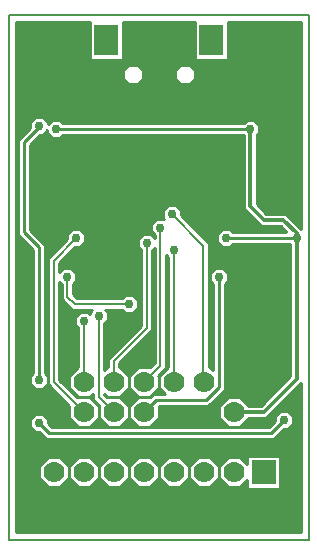
<source format=gbl>
G04 PROTEUS RS274X GERBER FILE*
%FSLAX24Y24*%
%MOIN*%
%ADD10C,0.0100*%
%ADD11C,0.0080*%
%ADD12C,0.0120*%
%ADD13C,0.0300*%
%ADD14C,0.0025*%
%ADD19R,0.0800X0.0800*%
%ADD70C,0.0700*%
%ADD26R,0.0700X0.0700*%
%ADD25R,0.0787X0.0984*%
G54D10*
X+2000Y+1250D02*
X+2000Y-2425D01*
X+1575Y-2850D01*
X-100Y-2850D01*
X-500Y-3250D01*
G54D11*
X-1500Y-2250D02*
X-1500Y-1550D01*
X-400Y-450D01*
X-400Y+2400D01*
X+50Y+2896D02*
X+50Y-1700D01*
X-500Y-2250D01*
X+440Y+3350D02*
X+1490Y+2300D01*
X+1490Y-1900D01*
X+1500Y-2250D01*
X-2500Y-2250D02*
X-2500Y-200D01*
X+500Y+2150D02*
X+500Y-2250D01*
X-1500Y-3250D02*
X-2000Y-2750D01*
X-2000Y-50D01*
G54D10*
X-4000Y-2165D02*
X-4000Y+2250D01*
X-4500Y+2750D01*
X-4500Y+5750D01*
X-4000Y+6250D01*
X-4000Y+6299D01*
X+3750Y-3950D02*
X+4185Y-3514D01*
X+3750Y-3950D02*
X-3650Y-3950D01*
X-4000Y-3600D01*
X+2250Y+2559D02*
X+4600Y+2559D01*
G54D12*
X+3051Y+6200D02*
X+3051Y+3612D01*
X+3504Y+3158D01*
X+4146Y+3158D01*
X+4600Y+2705D01*
X+4600Y+2559D01*
X+4600Y-2150D01*
X+3500Y-3250D01*
X+2500Y-3250D01*
G54D10*
X-3429Y+6200D02*
X+3051Y+6200D01*
G54D11*
X-2750Y+2550D02*
X-3500Y+1800D01*
X-3500Y-2250D01*
X-2500Y-3250D01*
X-990Y+350D02*
X-2800Y+350D01*
X-3050Y+600D01*
X-3050Y+1250D01*
G54D13*
X+2000Y+1250D03*
X-400Y+2400D03*
X+50Y+2896D03*
X+440Y+3350D03*
X+500Y+2150D03*
X-2000Y-50D03*
X-2500Y-200D03*
X-4000Y-3600D03*
X-4000Y-2165D03*
X-4000Y+6299D03*
X+4185Y-3514D03*
X+3051Y+6200D03*
X+2250Y+2559D03*
X+4600Y+2559D03*
X-3429Y+6200D03*
X-2750Y+2550D03*
X-990Y+350D03*
X-3050Y+1250D03*
G54D10*
X+4750Y+2852D02*
X+4233Y+3368D01*
X+3591Y+3368D01*
X+3261Y+3699D01*
X+3261Y+5986D01*
X+3351Y+6076D01*
X+3351Y+6325D01*
X+3175Y+6500D01*
X+2926Y+6500D01*
X+2826Y+6400D01*
X-3204Y+6400D01*
X-3304Y+6500D01*
X-3553Y+6500D01*
X-3700Y+6354D01*
X-3700Y+6423D01*
X-3875Y+6599D01*
X-4124Y+6599D01*
X-4299Y+6423D01*
X-4299Y+6232D01*
X-4699Y+5832D01*
X-4699Y+2667D01*
X-4199Y+2167D01*
X-4199Y-1941D01*
X-4299Y-2041D01*
X-4299Y-2289D01*
X-4124Y-2465D01*
X-3875Y-2465D01*
X-3700Y-2289D01*
X-3700Y-2041D01*
X-3800Y-1941D01*
X-3800Y+2332D01*
X-4300Y+2832D01*
X-4300Y+5667D01*
X-3967Y+5999D01*
X-3875Y+5999D01*
X-3729Y+6145D01*
X-3729Y+6076D01*
X-3553Y+5900D01*
X-3304Y+5900D01*
X-3204Y+6000D01*
X+2826Y+6000D01*
X+2841Y+5986D01*
X+2841Y+3525D01*
X+3417Y+2948D01*
X+4059Y+2948D01*
X+4248Y+2759D01*
X+2474Y+2759D01*
X+2374Y+2859D01*
X+2125Y+2859D01*
X+1950Y+2683D01*
X+1950Y+2434D01*
X+2125Y+2259D01*
X+2374Y+2259D01*
X+2474Y+2359D01*
X+4375Y+2359D01*
X+4390Y+2344D01*
X+4390Y-2063D01*
X+3413Y-3040D01*
X+2997Y-3040D01*
X+2707Y-2750D01*
X+2292Y-2750D01*
X+2000Y-3042D01*
X+2000Y-3457D01*
X+2292Y-3749D01*
X+2707Y-3749D01*
X+2997Y-3459D01*
X+3586Y-3459D01*
X+4750Y-2296D01*
X+4750Y-7250D01*
X-4750Y-7250D01*
X-4750Y+9750D01*
X-2295Y+9750D01*
X-2295Y+8503D01*
X-1208Y+8503D01*
X-1208Y+9750D01*
X+1208Y+9750D01*
X+1208Y+8503D01*
X+2295Y+8503D01*
X+2295Y+9750D01*
X+4750Y+9750D01*
X+4750Y+2852D01*
X+4049Y-5799D02*
X+2950Y-5799D01*
X+2950Y-5507D01*
X+2707Y-5749D01*
X+2292Y-5749D01*
X+2000Y-5457D01*
X+2000Y-5042D01*
X+2292Y-4750D01*
X+2707Y-4750D01*
X+2950Y-4992D01*
X+2950Y-4700D01*
X+4049Y-4700D01*
X+4049Y-5799D01*
X+1292Y-4750D02*
X+1707Y-4750D01*
X+1999Y-5042D01*
X+1999Y-5457D01*
X+1707Y-5749D01*
X+1292Y-5749D01*
X+1000Y-5457D01*
X+1000Y-5042D01*
X+1292Y-4750D01*
X+292Y-4750D02*
X+707Y-4750D01*
X+999Y-5042D01*
X+999Y-5457D01*
X+707Y-5749D01*
X+292Y-5749D01*
X+0Y-5457D01*
X+0Y-5042D01*
X+292Y-4750D01*
X-707Y-4750D02*
X-292Y-4750D01*
X+0Y-5042D01*
X+0Y-5457D01*
X-292Y-5749D01*
X-707Y-5749D01*
X-999Y-5457D01*
X-999Y-5042D01*
X-707Y-4750D01*
X-1707Y-4750D02*
X-1292Y-4750D01*
X-1000Y-5042D01*
X-1000Y-5457D01*
X-1292Y-5749D01*
X-1707Y-5749D01*
X-1999Y-5457D01*
X-1999Y-5042D01*
X-1707Y-4750D01*
X-2707Y-4750D02*
X-2292Y-4750D01*
X-2000Y-5042D01*
X-2000Y-5457D01*
X-2292Y-5749D01*
X-2707Y-5749D01*
X-2999Y-5457D01*
X-2999Y-5042D01*
X-2707Y-4750D01*
X-3707Y-4750D02*
X-3292Y-4750D01*
X-3000Y-5042D01*
X-3000Y-5457D01*
X-3292Y-5749D01*
X-3707Y-5749D01*
X-3999Y-5457D01*
X-3999Y-5042D01*
X-3707Y-4750D01*
X-3603Y-6000D02*
X-3396Y-6000D01*
X-3250Y-6146D01*
X-3250Y-6353D01*
X-3396Y-6500D01*
X-3603Y-6500D01*
X-3750Y-6353D01*
X-3750Y-6146D01*
X-3603Y-6000D01*
X-2603Y-6000D02*
X-2396Y-6000D01*
X-2250Y-6146D01*
X-2250Y-6353D01*
X-2396Y-6500D01*
X-2603Y-6500D01*
X-2750Y-6353D01*
X-2750Y-6146D01*
X-2603Y-6000D01*
X-1603Y-6000D02*
X-1396Y-6000D01*
X-1250Y-6146D01*
X-1250Y-6353D01*
X-1396Y-6500D01*
X-1603Y-6500D01*
X-1750Y-6353D01*
X-1750Y-6146D01*
X-1603Y-6000D01*
X-603Y-6000D02*
X-396Y-6000D01*
X-250Y-6146D01*
X-250Y-6353D01*
X-396Y-6500D01*
X-603Y-6500D01*
X-750Y-6353D01*
X-750Y-6146D01*
X-603Y-6000D01*
X+396Y-6000D02*
X+603Y-6000D01*
X+750Y-6146D01*
X+750Y-6353D01*
X+603Y-6500D01*
X+396Y-6500D01*
X+250Y-6353D01*
X+250Y-6146D01*
X+396Y-6000D01*
X+1396Y-6000D02*
X+1603Y-6000D01*
X+1750Y-6146D01*
X+1750Y-6353D01*
X+1603Y-6500D01*
X+1396Y-6500D01*
X+1250Y-6353D01*
X+1250Y-6146D01*
X+1396Y-6000D01*
X+2396Y-6000D02*
X+2603Y-6000D01*
X+2750Y-6146D01*
X+2750Y-6353D01*
X+2603Y-6500D01*
X+2396Y-6500D01*
X+2250Y-6353D01*
X+2250Y-6146D01*
X+2396Y-6000D01*
X+3396Y-6000D02*
X+3603Y-6000D01*
X+3750Y-6146D01*
X+3750Y-6353D01*
X+3603Y-6500D01*
X+3396Y-6500D01*
X+3250Y-6353D01*
X+3250Y-6146D01*
X+3396Y-6000D01*
X+2450Y-2270D02*
X+2450Y-2229D01*
X+2479Y-2200D01*
X+2520Y-2200D01*
X+2550Y-2229D01*
X+2550Y-2270D01*
X+2520Y-2300D01*
X+2479Y-2300D01*
X+2450Y-2270D01*
X+740Y+3474D02*
X+740Y+3318D01*
X+1680Y+2378D01*
X+1680Y-1750D01*
X+1707Y-1750D01*
X+1800Y-1842D01*
X+1800Y+1025D01*
X+1700Y+1125D01*
X+1700Y+1374D01*
X+1875Y+1549D01*
X+2124Y+1549D01*
X+2299Y+1374D01*
X+2299Y+1125D01*
X+2199Y+1025D01*
X+2199Y-2507D01*
X+1657Y-3049D01*
X+0Y-3049D01*
X+0Y-3457D01*
X-292Y-3749D01*
X-707Y-3749D01*
X-999Y-3457D01*
X-999Y-3042D01*
X-707Y-2750D01*
X-292Y-2750D01*
X-287Y-2755D01*
X-182Y-2650D01*
X+192Y-2650D01*
X+0Y-2457D01*
X+0Y-2042D01*
X+292Y-1750D01*
X+310Y-1750D01*
X+310Y+1915D01*
X+239Y+1985D01*
X+239Y-1778D01*
X-12Y-2030D01*
X+0Y-2042D01*
X+0Y-2457D01*
X-292Y-2749D01*
X-707Y-2749D01*
X-999Y-2457D01*
X-999Y-2042D01*
X-707Y-1750D01*
X-292Y-1750D01*
X-280Y-1762D01*
X-139Y-1621D01*
X-139Y+2235D01*
X-210Y+2165D01*
X-210Y-528D01*
X-1310Y-1628D01*
X-1310Y-1750D01*
X-1292Y-1750D01*
X-1000Y-2042D01*
X-1000Y-2457D01*
X-1292Y-2749D01*
X-1707Y-2749D01*
X-1810Y-2647D01*
X-1810Y-2671D01*
X-1719Y-2762D01*
X-1707Y-2750D01*
X-1292Y-2750D01*
X-1000Y-3042D01*
X-1000Y-3457D01*
X-1292Y-3749D01*
X-1707Y-3749D01*
X-1999Y-3457D01*
X-1999Y-3042D01*
X-1987Y-3030D01*
X-2189Y-2828D01*
X-2189Y-2647D01*
X-2292Y-2749D01*
X-2707Y-2749D01*
X-2999Y-2457D01*
X-2999Y-2042D01*
X-2707Y-1750D01*
X-2689Y-1750D01*
X-2689Y-434D01*
X-2799Y-324D01*
X-2799Y-75D01*
X-2624Y+99D01*
X-2375Y+99D01*
X-2299Y+24D01*
X-2299Y+74D01*
X-2214Y+160D01*
X-2878Y+160D01*
X-3239Y+521D01*
X-3239Y+1015D01*
X-3310Y+1085D01*
X-3310Y-2171D01*
X-2719Y-2762D01*
X-2707Y-2750D01*
X-2292Y-2750D01*
X-2000Y-3042D01*
X-2000Y-3457D01*
X-2292Y-3749D01*
X-2707Y-3749D01*
X-2999Y-3457D01*
X-2999Y-3042D01*
X-2987Y-3030D01*
X-3689Y-2328D01*
X-3689Y+1878D01*
X-3049Y+2518D01*
X-3049Y+2674D01*
X-2874Y+2849D01*
X-2625Y+2849D01*
X-2450Y+2674D01*
X-2450Y+2425D01*
X-2625Y+2250D01*
X-2781Y+2250D01*
X-3310Y+1721D01*
X-3310Y+1414D01*
X-3174Y+1549D01*
X-2925Y+1549D01*
X-2750Y+1374D01*
X-2750Y+1125D01*
X-2860Y+1015D01*
X-2860Y+678D01*
X-2721Y+539D01*
X-1224Y+539D01*
X-1114Y+649D01*
X-866Y+649D01*
X-690Y+474D01*
X-690Y+225D01*
X-866Y+50D01*
X-1114Y+50D01*
X-1224Y+160D01*
X-1785Y+160D01*
X-1700Y+74D01*
X-1700Y-174D01*
X-1810Y-284D01*
X-1810Y-1852D01*
X-1707Y-1750D01*
X-1689Y-1750D01*
X-1689Y-1471D01*
X-589Y-371D01*
X-589Y+2165D01*
X-699Y+2275D01*
X-699Y+2524D01*
X-524Y+2699D01*
X-275Y+2699D01*
X-139Y+2564D01*
X-139Y+2662D01*
X-249Y+2772D01*
X-249Y+3021D01*
X-74Y+3196D01*
X+169Y+3196D01*
X+140Y+3225D01*
X+140Y+3474D01*
X+316Y+3649D01*
X+564Y+3649D01*
X+740Y+3474D01*
X+1193Y+8139D02*
X+1193Y+7868D01*
X+1001Y+7676D01*
X+730Y+7676D01*
X+538Y+7868D01*
X+538Y+8139D01*
X+730Y+8331D01*
X+1001Y+8331D01*
X+1193Y+8139D01*
X-538Y+8139D02*
X-538Y+7868D01*
X-730Y+7676D01*
X-1001Y+7676D01*
X-1193Y+7868D01*
X-1193Y+8139D01*
X-1001Y+8331D01*
X-730Y+8331D01*
X-538Y+8139D01*
X+4485Y-3390D02*
X+4485Y-3639D01*
X+4309Y-3814D01*
X+4167Y-3814D01*
X+3832Y-4149D01*
X-3732Y-4149D01*
X-3982Y-3899D01*
X-4124Y-3899D01*
X-4299Y-3724D01*
X-4299Y-3475D01*
X-4124Y-3300D01*
X-3875Y-3300D01*
X-3700Y-3475D01*
X-3700Y-3617D01*
X-3567Y-3750D01*
X+3667Y-3750D01*
X+3885Y-3532D01*
X+3885Y-3390D01*
X+4060Y-3214D01*
X+4309Y-3214D01*
X+4485Y-3390D01*
G54D14*
X-4750Y-7250D02*
X-4750Y+9750D01*
X-4730Y-7250D02*
X-4730Y+9750D01*
X-4710Y-7250D02*
X-4710Y+9750D01*
X-4690Y-7250D02*
X-4690Y+2658D01*
X-4690Y+5841D02*
X-4690Y+9750D01*
X-4670Y-7250D02*
X-4670Y+2638D01*
X-4670Y+5861D02*
X-4670Y+9750D01*
X-4650Y-7250D02*
X-4650Y+2618D01*
X-4650Y+5881D02*
X-4650Y+9750D01*
X-4630Y-7250D02*
X-4630Y+2598D01*
X-4630Y+5901D02*
X-4630Y+9750D01*
X-4610Y-7250D02*
X-4610Y+2578D01*
X-4610Y+5921D02*
X-4610Y+9750D01*
X-4590Y-7250D02*
X-4590Y+2558D01*
X-4590Y+5941D02*
X-4590Y+9750D01*
X-4570Y-7250D02*
X-4570Y+2538D01*
X-4570Y+5961D02*
X-4570Y+9750D01*
X-4550Y-7250D02*
X-4550Y+2518D01*
X-4550Y+5981D02*
X-4550Y+9750D01*
X-4530Y-7250D02*
X-4530Y+2498D01*
X-4530Y+6001D02*
X-4530Y+9750D01*
X-4510Y-7250D02*
X-4510Y+2478D01*
X-4510Y+6021D02*
X-4510Y+9750D01*
X-4490Y-7250D02*
X-4490Y+2458D01*
X-4490Y+6041D02*
X-4490Y+9750D01*
X-4470Y-7250D02*
X-4470Y+2438D01*
X-4470Y+6061D02*
X-4470Y+9750D01*
X-4450Y-7250D02*
X-4450Y+2418D01*
X-4450Y+6081D02*
X-4450Y+9750D01*
X-4430Y-7250D02*
X-4430Y+2398D01*
X-4430Y+6101D02*
X-4430Y+9750D01*
X-4410Y-7250D02*
X-4410Y+2378D01*
X-4410Y+6121D02*
X-4410Y+9750D01*
X-4390Y-7250D02*
X-4390Y+2358D01*
X-4390Y+6141D02*
X-4390Y+9750D01*
X-4370Y-7250D02*
X-4370Y+2338D01*
X-4370Y+6161D02*
X-4370Y+9750D01*
X-4350Y-7250D02*
X-4350Y+2318D01*
X-4350Y+6181D02*
X-4350Y+9750D01*
X-4330Y-7250D02*
X-4330Y+2298D01*
X-4330Y+6201D02*
X-4330Y+9750D01*
X-4310Y-7250D02*
X-4310Y+2278D01*
X-4310Y+6221D02*
X-4310Y+9750D01*
X-4290Y-7250D02*
X-4290Y-3733D01*
X-4290Y-3466D02*
X-4290Y-2298D01*
X-4290Y-2032D02*
X-4290Y+2258D01*
X-4290Y+2822D02*
X-4290Y+5676D01*
X-4290Y+6432D02*
X-4290Y+9750D01*
X-4270Y-7250D02*
X-4270Y-3753D01*
X-4270Y-3446D02*
X-4270Y-2318D01*
X-4270Y-2012D02*
X-4270Y+2238D01*
X-4270Y+2802D02*
X-4270Y+5696D01*
X-4270Y+6452D02*
X-4270Y+9750D01*
X-4250Y-7250D02*
X-4250Y-3773D01*
X-4250Y-3426D02*
X-4250Y-2338D01*
X-4250Y-1992D02*
X-4250Y+2218D01*
X-4250Y+2782D02*
X-4250Y+5716D01*
X-4250Y+6472D02*
X-4250Y+9750D01*
X-4230Y-7250D02*
X-4230Y-3793D01*
X-4230Y-3406D02*
X-4230Y-2358D01*
X-4230Y-1972D02*
X-4230Y+2198D01*
X-4230Y+2762D02*
X-4230Y+5736D01*
X-4230Y+6492D02*
X-4230Y+9750D01*
X-4210Y-7250D02*
X-4210Y-3813D01*
X-4210Y-3386D02*
X-4210Y-2378D01*
X-4210Y-1952D02*
X-4210Y+2178D01*
X-4210Y+2742D02*
X-4210Y+5756D01*
X-4210Y+6512D02*
X-4210Y+9750D01*
X-4190Y-7250D02*
X-4190Y-3833D01*
X-4190Y-3366D02*
X-4190Y-2398D01*
X-4190Y+2722D02*
X-4190Y+5776D01*
X-4190Y+6532D02*
X-4190Y+9750D01*
X-4170Y-7250D02*
X-4170Y-3853D01*
X-4170Y-3346D02*
X-4170Y-2418D01*
X-4170Y+2702D02*
X-4170Y+5796D01*
X-4170Y+6552D02*
X-4170Y+9750D01*
X-4150Y-7250D02*
X-4150Y-3873D01*
X-4150Y-3326D02*
X-4150Y-2438D01*
X-4150Y+2682D02*
X-4150Y+5816D01*
X-4150Y+6572D02*
X-4150Y+9750D01*
X-4130Y-7250D02*
X-4130Y-3893D01*
X-4130Y-3306D02*
X-4130Y-2458D01*
X-4130Y+2662D02*
X-4130Y+5836D01*
X-4130Y+6592D02*
X-4130Y+9750D01*
X-4110Y-7250D02*
X-4110Y-3899D01*
X-4110Y-3300D02*
X-4110Y-2465D01*
X-4110Y+2642D02*
X-4110Y+5856D01*
X-4110Y+6599D02*
X-4110Y+9750D01*
X-4090Y-7250D02*
X-4090Y-3899D01*
X-4090Y-3300D02*
X-4090Y-2465D01*
X-4090Y+2622D02*
X-4090Y+5876D01*
X-4090Y+6599D02*
X-4090Y+9750D01*
X-4070Y-7250D02*
X-4070Y-3899D01*
X-4070Y-3300D02*
X-4070Y-2465D01*
X-4070Y+2602D02*
X-4070Y+5896D01*
X-4070Y+6599D02*
X-4070Y+9750D01*
X-4050Y-7250D02*
X-4050Y-3899D01*
X-4050Y-3300D02*
X-4050Y-2465D01*
X-4050Y+2582D02*
X-4050Y+5916D01*
X-4050Y+6599D02*
X-4050Y+9750D01*
X-4030Y-7250D02*
X-4030Y-3899D01*
X-4030Y-3300D02*
X-4030Y-2465D01*
X-4030Y+2562D02*
X-4030Y+5936D01*
X-4030Y+6599D02*
X-4030Y+9750D01*
X-4010Y-7250D02*
X-4010Y-3899D01*
X-4010Y-3300D02*
X-4010Y-2465D01*
X-4010Y+2542D02*
X-4010Y+5956D01*
X-4010Y+6599D02*
X-4010Y+9750D01*
X-3990Y-7250D02*
X-3990Y-5466D01*
X-3990Y-5033D02*
X-3990Y-3899D01*
X-3990Y-3300D02*
X-3990Y-2465D01*
X-3990Y+2522D02*
X-3990Y+5976D01*
X-3990Y+6599D02*
X-3990Y+9750D01*
X-3970Y-7250D02*
X-3970Y-5486D01*
X-3970Y-5013D02*
X-3970Y-3911D01*
X-3970Y-3300D02*
X-3970Y-2465D01*
X-3970Y+2502D02*
X-3970Y+5996D01*
X-3970Y+6599D02*
X-3970Y+9750D01*
X-3950Y-7250D02*
X-3950Y-5506D01*
X-3950Y-4993D02*
X-3950Y-3931D01*
X-3950Y-3300D02*
X-3950Y-2465D01*
X-3950Y+2482D02*
X-3950Y+5999D01*
X-3950Y+6599D02*
X-3950Y+9750D01*
X-3930Y-7250D02*
X-3930Y-5526D01*
X-3930Y-4973D02*
X-3930Y-3951D01*
X-3930Y-3300D02*
X-3930Y-2465D01*
X-3930Y+2462D02*
X-3930Y+5999D01*
X-3930Y+6599D02*
X-3930Y+9750D01*
X-3910Y-7250D02*
X-3910Y-5546D01*
X-3910Y-4953D02*
X-3910Y-3971D01*
X-3910Y-3300D02*
X-3910Y-2465D01*
X-3910Y+2442D02*
X-3910Y+5999D01*
X-3910Y+6599D02*
X-3910Y+9750D01*
X-3890Y-7250D02*
X-3890Y-5566D01*
X-3890Y-4933D02*
X-3890Y-3991D01*
X-3890Y-3300D02*
X-3890Y-2465D01*
X-3890Y+2422D02*
X-3890Y+5999D01*
X-3890Y+6599D02*
X-3890Y+9750D01*
X-3870Y-7250D02*
X-3870Y-5586D01*
X-3870Y-4913D02*
X-3870Y-4011D01*
X-3870Y-3305D02*
X-3870Y-2459D01*
X-3870Y+2402D02*
X-3870Y+6004D01*
X-3870Y+6593D02*
X-3870Y+9750D01*
X-3850Y-7250D02*
X-3850Y-5606D01*
X-3850Y-4893D02*
X-3850Y-4031D01*
X-3850Y-3325D02*
X-3850Y-2439D01*
X-3850Y+2382D02*
X-3850Y+6024D01*
X-3850Y+6573D02*
X-3850Y+9750D01*
X-3830Y-7250D02*
X-3830Y-5626D01*
X-3830Y-4873D02*
X-3830Y-4051D01*
X-3830Y-3345D02*
X-3830Y-2419D01*
X-3830Y+2362D02*
X-3830Y+6044D01*
X-3830Y+6553D02*
X-3830Y+9750D01*
X-3810Y-7250D02*
X-3810Y-5646D01*
X-3810Y-4853D02*
X-3810Y-4071D01*
X-3810Y-3365D02*
X-3810Y-2399D01*
X-3810Y+2342D02*
X-3810Y+6064D01*
X-3810Y+6533D02*
X-3810Y+9750D01*
X-3790Y-7250D02*
X-3790Y-5666D01*
X-3790Y-4833D02*
X-3790Y-4091D01*
X-3790Y-3385D02*
X-3790Y-2379D01*
X-3790Y-1951D02*
X-3790Y+6084D01*
X-3790Y+6513D02*
X-3790Y+9750D01*
X-3770Y-7250D02*
X-3770Y-5686D01*
X-3770Y-4813D02*
X-3770Y-4111D01*
X-3770Y-3405D02*
X-3770Y-2359D01*
X-3770Y-1971D02*
X-3770Y+6104D01*
X-3770Y+6493D02*
X-3770Y+9750D01*
X-3750Y-7250D02*
X-3750Y-5706D01*
X-3750Y-4793D02*
X-3750Y-4131D01*
X-3750Y-3425D02*
X-3750Y-2339D01*
X-3750Y-1991D02*
X-3750Y+6124D01*
X-3750Y+6473D02*
X-3750Y+9750D01*
X-3730Y-7250D02*
X-3730Y-6373D01*
X-3730Y-6126D02*
X-3730Y-5726D01*
X-3730Y-4773D02*
X-3730Y-4149D01*
X-3730Y-3445D02*
X-3730Y-2319D01*
X-3730Y-2011D02*
X-3730Y+6144D01*
X-3730Y+6453D02*
X-3730Y+9750D01*
X-3710Y-7250D02*
X-3710Y-6393D01*
X-3710Y-6106D02*
X-3710Y-5746D01*
X-3710Y-4753D02*
X-3710Y-4149D01*
X-3710Y-3465D02*
X-3710Y-2299D01*
X-3710Y-2031D02*
X-3710Y+6057D01*
X-3710Y+6433D02*
X-3710Y+9750D01*
X-3690Y-7250D02*
X-3690Y-6413D01*
X-3690Y-6086D02*
X-3690Y-5749D01*
X-3690Y-4750D02*
X-3690Y-4149D01*
X-3690Y-3627D02*
X-3690Y+6037D01*
X-3690Y+6363D02*
X-3690Y+9750D01*
X-3670Y-7250D02*
X-3670Y-6433D01*
X-3670Y-6066D02*
X-3670Y-5749D01*
X-3670Y-4750D02*
X-3670Y-4149D01*
X-3670Y-3647D02*
X-3670Y-2347D01*
X-3670Y+1897D02*
X-3670Y+6017D01*
X-3670Y+6383D02*
X-3670Y+9750D01*
X-3650Y-7250D02*
X-3650Y-6453D01*
X-3650Y-6046D02*
X-3650Y-5749D01*
X-3650Y-4750D02*
X-3650Y-4149D01*
X-3650Y-3667D02*
X-3650Y-2367D01*
X-3650Y+1917D02*
X-3650Y+5997D01*
X-3650Y+6403D02*
X-3650Y+9750D01*
X-3630Y-7250D02*
X-3630Y-6473D01*
X-3630Y-6026D02*
X-3630Y-5749D01*
X-3630Y-4750D02*
X-3630Y-4149D01*
X-3630Y-3687D02*
X-3630Y-2387D01*
X-3630Y+1937D02*
X-3630Y+5977D01*
X-3630Y+6423D02*
X-3630Y+9750D01*
X-3610Y-7250D02*
X-3610Y-6493D01*
X-3610Y-6006D02*
X-3610Y-5749D01*
X-3610Y-4750D02*
X-3610Y-4149D01*
X-3610Y-3707D02*
X-3610Y-2407D01*
X-3610Y+1957D02*
X-3610Y+5957D01*
X-3610Y+6443D02*
X-3610Y+9750D01*
X-3590Y-7250D02*
X-3590Y-6500D01*
X-3590Y-6000D02*
X-3590Y-5749D01*
X-3590Y-4750D02*
X-3590Y-4149D01*
X-3590Y-3727D02*
X-3590Y-2427D01*
X-3590Y+1977D02*
X-3590Y+5937D01*
X-3590Y+6463D02*
X-3590Y+9750D01*
X-3570Y-7250D02*
X-3570Y-6500D01*
X-3570Y-6000D02*
X-3570Y-5749D01*
X-3570Y-4750D02*
X-3570Y-4149D01*
X-3570Y-3747D02*
X-3570Y-2447D01*
X-3570Y+1997D02*
X-3570Y+5917D01*
X-3570Y+6483D02*
X-3570Y+9750D01*
X-3550Y-7250D02*
X-3550Y-6500D01*
X-3550Y-6000D02*
X-3550Y-5749D01*
X-3550Y-4750D02*
X-3550Y-4149D01*
X-3550Y-3750D02*
X-3550Y-2467D01*
X-3550Y+2017D02*
X-3550Y+5900D01*
X-3550Y+6500D02*
X-3550Y+9750D01*
X-3530Y-7250D02*
X-3530Y-6500D01*
X-3530Y-6000D02*
X-3530Y-5749D01*
X-3530Y-4750D02*
X-3530Y-4149D01*
X-3530Y-3750D02*
X-3530Y-2487D01*
X-3530Y+2037D02*
X-3530Y+5900D01*
X-3530Y+6500D02*
X-3530Y+9750D01*
X-3510Y-7250D02*
X-3510Y-6500D01*
X-3510Y-6000D02*
X-3510Y-5749D01*
X-3510Y-4750D02*
X-3510Y-4149D01*
X-3510Y-3750D02*
X-3510Y-2507D01*
X-3510Y+2057D02*
X-3510Y+5900D01*
X-3510Y+6500D02*
X-3510Y+9750D01*
X-3490Y-7250D02*
X-3490Y-6500D01*
X-3490Y-6000D02*
X-3490Y-5749D01*
X-3490Y-4750D02*
X-3490Y-4149D01*
X-3490Y-3750D02*
X-3490Y-2527D01*
X-3490Y+2077D02*
X-3490Y+5900D01*
X-3490Y+6500D02*
X-3490Y+9750D01*
X-3470Y-7250D02*
X-3470Y-6500D01*
X-3470Y-6000D02*
X-3470Y-5749D01*
X-3470Y-4750D02*
X-3470Y-4149D01*
X-3470Y-3750D02*
X-3470Y-2547D01*
X-3470Y+2097D02*
X-3470Y+5900D01*
X-3470Y+6500D02*
X-3470Y+9750D01*
X-3450Y-7250D02*
X-3450Y-6500D01*
X-3450Y-6000D02*
X-3450Y-5749D01*
X-3450Y-4750D02*
X-3450Y-4149D01*
X-3450Y-3750D02*
X-3450Y-2567D01*
X-3450Y+2117D02*
X-3450Y+5900D01*
X-3450Y+6500D02*
X-3450Y+9750D01*
X-3430Y-7250D02*
X-3430Y-6500D01*
X-3430Y-6000D02*
X-3430Y-5749D01*
X-3430Y-4750D02*
X-3430Y-4149D01*
X-3430Y-3750D02*
X-3430Y-2587D01*
X-3430Y+2137D02*
X-3430Y+5900D01*
X-3430Y+6500D02*
X-3430Y+9750D01*
X-3410Y-7250D02*
X-3410Y-6500D01*
X-3410Y-6000D02*
X-3410Y-5749D01*
X-3410Y-4750D02*
X-3410Y-4149D01*
X-3410Y-3750D02*
X-3410Y-2607D01*
X-3410Y+2157D02*
X-3410Y+5900D01*
X-3410Y+6500D02*
X-3410Y+9750D01*
X-3390Y-7250D02*
X-3390Y-6493D01*
X-3390Y-6006D02*
X-3390Y-5749D01*
X-3390Y-4750D02*
X-3390Y-4149D01*
X-3390Y-3750D02*
X-3390Y-2627D01*
X-3390Y+2177D02*
X-3390Y+5900D01*
X-3390Y+6500D02*
X-3390Y+9750D01*
X-3370Y-7250D02*
X-3370Y-6473D01*
X-3370Y-6026D02*
X-3370Y-5749D01*
X-3370Y-4750D02*
X-3370Y-4149D01*
X-3370Y-3750D02*
X-3370Y-2647D01*
X-3370Y+2197D02*
X-3370Y+5900D01*
X-3370Y+6500D02*
X-3370Y+9750D01*
X-3350Y-7250D02*
X-3350Y-6453D01*
X-3350Y-6046D02*
X-3350Y-5749D01*
X-3350Y-4750D02*
X-3350Y-4149D01*
X-3350Y-3750D02*
X-3350Y-2667D01*
X-3350Y+2217D02*
X-3350Y+5900D01*
X-3350Y+6500D02*
X-3350Y+9750D01*
X-3330Y-7250D02*
X-3330Y-6433D01*
X-3330Y-6066D02*
X-3330Y-5749D01*
X-3330Y-4750D02*
X-3330Y-4149D01*
X-3330Y-3750D02*
X-3330Y-2687D01*
X-3330Y+2237D02*
X-3330Y+5900D01*
X-3330Y+6500D02*
X-3330Y+9750D01*
X-3310Y-7250D02*
X-3310Y-6413D01*
X-3310Y-6086D02*
X-3310Y-5749D01*
X-3310Y-4750D02*
X-3310Y-4149D01*
X-3310Y-3750D02*
X-3310Y-2707D01*
X-3310Y-2171D02*
X-3310Y+1085D01*
X-3310Y+1414D02*
X-3310Y+1721D01*
X-3310Y+2257D02*
X-3310Y+5900D01*
X-3310Y+6500D02*
X-3310Y+9750D01*
X-3290Y-7250D02*
X-3290Y-6393D01*
X-3290Y-6106D02*
X-3290Y-5747D01*
X-3290Y-4752D02*
X-3290Y-4149D01*
X-3290Y-3750D02*
X-3290Y-2727D01*
X-3290Y-2191D02*
X-3290Y+1065D01*
X-3290Y+1433D02*
X-3290Y+1741D01*
X-3290Y+2277D02*
X-3290Y+5914D01*
X-3290Y+6486D02*
X-3290Y+9750D01*
X-3270Y-7250D02*
X-3270Y-6373D01*
X-3270Y-6126D02*
X-3270Y-5727D01*
X-3270Y-4772D02*
X-3270Y-4149D01*
X-3270Y-3750D02*
X-3270Y-2747D01*
X-3270Y-2211D02*
X-3270Y+1045D01*
X-3270Y+1453D02*
X-3270Y+1761D01*
X-3270Y+2297D02*
X-3270Y+5934D01*
X-3270Y+6466D02*
X-3270Y+9750D01*
X-3250Y-7250D02*
X-3250Y-5707D01*
X-3250Y-4792D02*
X-3250Y-4149D01*
X-3250Y-3750D02*
X-3250Y-2767D01*
X-3250Y-2231D02*
X-3250Y+1025D01*
X-3250Y+1473D02*
X-3250Y+1781D01*
X-3250Y+2317D02*
X-3250Y+5954D01*
X-3250Y+6446D02*
X-3250Y+9750D01*
X-3230Y-7250D02*
X-3230Y-5687D01*
X-3230Y-4812D02*
X-3230Y-4149D01*
X-3230Y-3750D02*
X-3230Y-2787D01*
X-3230Y-2251D02*
X-3230Y+512D01*
X-3230Y+1493D02*
X-3230Y+1801D01*
X-3230Y+2337D02*
X-3230Y+5974D01*
X-3230Y+6426D02*
X-3230Y+9750D01*
X-3210Y-7250D02*
X-3210Y-5667D01*
X-3210Y-4832D02*
X-3210Y-4149D01*
X-3210Y-3750D02*
X-3210Y-2807D01*
X-3210Y-2271D02*
X-3210Y+492D01*
X-3210Y+1513D02*
X-3210Y+1821D01*
X-3210Y+2357D02*
X-3210Y+5994D01*
X-3210Y+6406D02*
X-3210Y+9750D01*
X-3190Y-7250D02*
X-3190Y-5647D01*
X-3190Y-4852D02*
X-3190Y-4149D01*
X-3190Y-3750D02*
X-3190Y-2827D01*
X-3190Y-2291D02*
X-3190Y+472D01*
X-3190Y+1533D02*
X-3190Y+1841D01*
X-3190Y+2377D02*
X-3190Y+6000D01*
X-3190Y+6400D02*
X-3190Y+9750D01*
X-3170Y-7250D02*
X-3170Y-5627D01*
X-3170Y-4872D02*
X-3170Y-4149D01*
X-3170Y-3750D02*
X-3170Y-2847D01*
X-3170Y-2311D02*
X-3170Y+452D01*
X-3170Y+1549D02*
X-3170Y+1861D01*
X-3170Y+2397D02*
X-3170Y+6000D01*
X-3170Y+6400D02*
X-3170Y+9750D01*
X-3150Y-7250D02*
X-3150Y-5607D01*
X-3150Y-4892D02*
X-3150Y-4149D01*
X-3150Y-3750D02*
X-3150Y-2867D01*
X-3150Y-2331D02*
X-3150Y+432D01*
X-3150Y+1549D02*
X-3150Y+1881D01*
X-3150Y+2417D02*
X-3150Y+6000D01*
X-3150Y+6400D02*
X-3150Y+9750D01*
X-3130Y-7250D02*
X-3130Y-5587D01*
X-3130Y-4912D02*
X-3130Y-4149D01*
X-3130Y-3750D02*
X-3130Y-2887D01*
X-3130Y-2351D02*
X-3130Y+412D01*
X-3130Y+1549D02*
X-3130Y+1901D01*
X-3130Y+2437D02*
X-3130Y+6000D01*
X-3130Y+6400D02*
X-3130Y+9750D01*
X-3110Y-7250D02*
X-3110Y-5567D01*
X-3110Y-4932D02*
X-3110Y-4149D01*
X-3110Y-3750D02*
X-3110Y-2907D01*
X-3110Y-2371D02*
X-3110Y+392D01*
X-3110Y+1549D02*
X-3110Y+1921D01*
X-3110Y+2457D02*
X-3110Y+6000D01*
X-3110Y+6400D02*
X-3110Y+9750D01*
X-3090Y-7250D02*
X-3090Y-5547D01*
X-3090Y-4952D02*
X-3090Y-4149D01*
X-3090Y-3750D02*
X-3090Y-2927D01*
X-3090Y-2391D02*
X-3090Y+372D01*
X-3090Y+1549D02*
X-3090Y+1941D01*
X-3090Y+2477D02*
X-3090Y+6000D01*
X-3090Y+6400D02*
X-3090Y+9750D01*
X-3070Y-7250D02*
X-3070Y-5527D01*
X-3070Y-4972D02*
X-3070Y-4149D01*
X-3070Y-3750D02*
X-3070Y-2947D01*
X-3070Y-2411D02*
X-3070Y+352D01*
X-3070Y+1549D02*
X-3070Y+1961D01*
X-3070Y+2497D02*
X-3070Y+6000D01*
X-3070Y+6400D02*
X-3070Y+9750D01*
X-3050Y-7250D02*
X-3050Y-5507D01*
X-3050Y-4992D02*
X-3050Y-4149D01*
X-3050Y-3750D02*
X-3050Y-2967D01*
X-3050Y-2431D02*
X-3050Y+332D01*
X-3050Y+1549D02*
X-3050Y+1981D01*
X-3050Y+2517D02*
X-3050Y+6000D01*
X-3050Y+6400D02*
X-3050Y+9750D01*
X-3030Y-7250D02*
X-3030Y-5487D01*
X-3030Y-5012D02*
X-3030Y-4149D01*
X-3030Y-3750D02*
X-3030Y-2987D01*
X-3030Y-2451D02*
X-3030Y+312D01*
X-3030Y+1549D02*
X-3030Y+2001D01*
X-3030Y+2693D02*
X-3030Y+6000D01*
X-3030Y+6400D02*
X-3030Y+9750D01*
X-3010Y-7250D02*
X-3010Y-5467D01*
X-3010Y-5032D02*
X-3010Y-4149D01*
X-3010Y-3750D02*
X-3010Y-3007D01*
X-3010Y-2471D02*
X-3010Y+292D01*
X-3010Y+1549D02*
X-3010Y+2021D01*
X-3010Y+2713D02*
X-3010Y+6000D01*
X-3010Y+6400D02*
X-3010Y+9750D01*
X-2990Y-7250D02*
X-2990Y-5466D01*
X-2990Y-5033D02*
X-2990Y-4149D01*
X-2990Y-3750D02*
X-2990Y-3466D01*
X-2990Y-3033D02*
X-2990Y-3027D01*
X-2990Y-2491D02*
X-2990Y-2466D01*
X-2990Y-2033D02*
X-2990Y+272D01*
X-2990Y+1549D02*
X-2990Y+2041D01*
X-2990Y+2733D02*
X-2990Y+6000D01*
X-2990Y+6400D02*
X-2990Y+9750D01*
X-2970Y-7250D02*
X-2970Y-5486D01*
X-2970Y-5013D02*
X-2970Y-4149D01*
X-2970Y-3750D02*
X-2970Y-3486D01*
X-2970Y-2511D02*
X-2970Y-2486D01*
X-2970Y-2013D02*
X-2970Y+252D01*
X-2970Y+1549D02*
X-2970Y+2061D01*
X-2970Y+2753D02*
X-2970Y+6000D01*
X-2970Y+6400D02*
X-2970Y+9750D01*
X-2950Y-7250D02*
X-2950Y-5506D01*
X-2950Y-4993D02*
X-2950Y-4149D01*
X-2950Y-3750D02*
X-2950Y-3506D01*
X-2950Y-2531D02*
X-2950Y-2506D01*
X-2950Y-1993D02*
X-2950Y+232D01*
X-2950Y+1549D02*
X-2950Y+2081D01*
X-2950Y+2773D02*
X-2950Y+6000D01*
X-2950Y+6400D02*
X-2950Y+9750D01*
X-2930Y-7250D02*
X-2930Y-5526D01*
X-2930Y-4973D02*
X-2930Y-4149D01*
X-2930Y-3750D02*
X-2930Y-3526D01*
X-2930Y-2551D02*
X-2930Y-2526D01*
X-2930Y-1973D02*
X-2930Y+212D01*
X-2930Y+1549D02*
X-2930Y+2101D01*
X-2930Y+2793D02*
X-2930Y+6000D01*
X-2930Y+6400D02*
X-2930Y+9750D01*
X-2910Y-7250D02*
X-2910Y-5546D01*
X-2910Y-4953D02*
X-2910Y-4149D01*
X-2910Y-3750D02*
X-2910Y-3546D01*
X-2910Y-2571D02*
X-2910Y-2546D01*
X-2910Y-1953D02*
X-2910Y+192D01*
X-2910Y+1534D02*
X-2910Y+2121D01*
X-2910Y+2813D02*
X-2910Y+6000D01*
X-2910Y+6400D02*
X-2910Y+9750D01*
X-2890Y-7250D02*
X-2890Y-5566D01*
X-2890Y-4933D02*
X-2890Y-4149D01*
X-2890Y-3750D02*
X-2890Y-3566D01*
X-2890Y-2591D02*
X-2890Y-2566D01*
X-2890Y-1933D02*
X-2890Y+172D01*
X-2890Y+1514D02*
X-2890Y+2141D01*
X-2890Y+2833D02*
X-2890Y+6000D01*
X-2890Y+6400D02*
X-2890Y+9750D01*
X-2870Y-7250D02*
X-2870Y-5586D01*
X-2870Y-4913D02*
X-2870Y-4149D01*
X-2870Y-3750D02*
X-2870Y-3586D01*
X-2870Y-2611D02*
X-2870Y-2586D01*
X-2870Y-1913D02*
X-2870Y+160D01*
X-2870Y+1494D02*
X-2870Y+2161D01*
X-2870Y+2849D02*
X-2870Y+6000D01*
X-2870Y+6400D02*
X-2870Y+9750D01*
X-2850Y-7250D02*
X-2850Y-5606D01*
X-2850Y-4893D02*
X-2850Y-4149D01*
X-2850Y-3750D02*
X-2850Y-3606D01*
X-2850Y-2631D02*
X-2850Y-2606D01*
X-2850Y-1893D02*
X-2850Y+160D01*
X-2850Y+668D02*
X-2850Y+1025D01*
X-2850Y+1474D02*
X-2850Y+2181D01*
X-2850Y+2849D02*
X-2850Y+6000D01*
X-2850Y+6400D02*
X-2850Y+9750D01*
X-2830Y-7250D02*
X-2830Y-5626D01*
X-2830Y-4873D02*
X-2830Y-4149D01*
X-2830Y-3750D02*
X-2830Y-3626D01*
X-2830Y-2651D02*
X-2830Y-2626D01*
X-2830Y-1873D02*
X-2830Y+160D01*
X-2830Y+648D02*
X-2830Y+1045D01*
X-2830Y+1454D02*
X-2830Y+2201D01*
X-2830Y+2849D02*
X-2830Y+6000D01*
X-2830Y+6400D02*
X-2830Y+9750D01*
X-2810Y-7250D02*
X-2810Y-5646D01*
X-2810Y-4853D02*
X-2810Y-4149D01*
X-2810Y-3750D02*
X-2810Y-3646D01*
X-2810Y-2671D02*
X-2810Y-2646D01*
X-2810Y-1853D02*
X-2810Y+160D01*
X-2810Y+628D02*
X-2810Y+1065D01*
X-2810Y+1434D02*
X-2810Y+2221D01*
X-2810Y+2849D02*
X-2810Y+6000D01*
X-2810Y+6400D02*
X-2810Y+9750D01*
X-2790Y-7250D02*
X-2790Y-5666D01*
X-2790Y-4833D02*
X-2790Y-4149D01*
X-2790Y-3750D02*
X-2790Y-3666D01*
X-2790Y-2691D02*
X-2790Y-2666D01*
X-2790Y-1833D02*
X-2790Y-333D01*
X-2790Y-66D02*
X-2790Y+160D01*
X-2790Y+608D02*
X-2790Y+1085D01*
X-2790Y+1414D02*
X-2790Y+2241D01*
X-2790Y+2849D02*
X-2790Y+6000D01*
X-2790Y+6400D02*
X-2790Y+9750D01*
X-2770Y-7250D02*
X-2770Y-5686D01*
X-2770Y-4813D02*
X-2770Y-4149D01*
X-2770Y-3750D02*
X-2770Y-3686D01*
X-2770Y-2711D02*
X-2770Y-2686D01*
X-2770Y-1813D02*
X-2770Y-353D01*
X-2770Y-46D02*
X-2770Y+160D01*
X-2770Y+588D02*
X-2770Y+1105D01*
X-2770Y+1394D02*
X-2770Y+2250D01*
X-2770Y+2849D02*
X-2770Y+6000D01*
X-2770Y+6400D02*
X-2770Y+9750D01*
X-2750Y-7250D02*
X-2750Y-5706D01*
X-2750Y-4793D02*
X-2750Y-4149D01*
X-2750Y-3750D02*
X-2750Y-3706D01*
X-2750Y-2731D02*
X-2750Y-2706D01*
X-2750Y-1793D02*
X-2750Y-373D01*
X-2750Y-26D02*
X-2750Y+160D01*
X-2750Y+568D02*
X-2750Y+2250D01*
X-2750Y+2849D02*
X-2750Y+6000D01*
X-2750Y+6400D02*
X-2750Y+9750D01*
X-2730Y-7250D02*
X-2730Y-6373D01*
X-2730Y-6126D02*
X-2730Y-5726D01*
X-2730Y-4773D02*
X-2730Y-4149D01*
X-2730Y-3750D02*
X-2730Y-3726D01*
X-2730Y-2751D02*
X-2730Y-2726D01*
X-2730Y-1773D02*
X-2730Y-393D01*
X-2730Y-6D02*
X-2730Y+160D01*
X-2730Y+548D02*
X-2730Y+2250D01*
X-2730Y+2849D02*
X-2730Y+6000D01*
X-2730Y+6400D02*
X-2730Y+9750D01*
X-2710Y-7250D02*
X-2710Y-6393D01*
X-2710Y-6106D02*
X-2710Y-5746D01*
X-2710Y-4753D02*
X-2710Y-4149D01*
X-2710Y-3750D02*
X-2710Y-3746D01*
X-2710Y-2753D02*
X-2710Y-2746D01*
X-2710Y-1753D02*
X-2710Y-413D01*
X-2710Y+13D02*
X-2710Y+160D01*
X-2710Y+539D02*
X-2710Y+2250D01*
X-2710Y+2849D02*
X-2710Y+6000D01*
X-2710Y+6400D02*
X-2710Y+9750D01*
X-2690Y-7250D02*
X-2690Y-6413D01*
X-2690Y-6086D02*
X-2690Y-5749D01*
X-2690Y-4750D02*
X-2690Y-4149D01*
X-2690Y-3750D02*
X-2690Y-3749D01*
X-2690Y-2750D02*
X-2690Y-2749D01*
X-2690Y-1750D02*
X-2690Y-433D01*
X-2690Y+33D02*
X-2690Y+160D01*
X-2690Y+539D02*
X-2690Y+2250D01*
X-2690Y+2849D02*
X-2690Y+6000D01*
X-2690Y+6400D02*
X-2690Y+9750D01*
X-2670Y-7250D02*
X-2670Y-6433D01*
X-2670Y-6066D02*
X-2670Y-5749D01*
X-2670Y-4750D02*
X-2670Y-4149D01*
X-2670Y-3750D02*
X-2670Y-3749D01*
X-2670Y-2750D02*
X-2670Y-2749D01*
X-2670Y+53D02*
X-2670Y+160D01*
X-2670Y+539D02*
X-2670Y+2250D01*
X-2670Y+2849D02*
X-2670Y+6000D01*
X-2670Y+6400D02*
X-2670Y+9750D01*
X-2650Y-7250D02*
X-2650Y-6453D01*
X-2650Y-6046D02*
X-2650Y-5749D01*
X-2650Y-4750D02*
X-2650Y-4149D01*
X-2650Y-3750D02*
X-2650Y-3749D01*
X-2650Y-2750D02*
X-2650Y-2749D01*
X-2650Y+73D02*
X-2650Y+160D01*
X-2650Y+539D02*
X-2650Y+2250D01*
X-2650Y+2849D02*
X-2650Y+6000D01*
X-2650Y+6400D02*
X-2650Y+9750D01*
X-2630Y-7250D02*
X-2630Y-6473D01*
X-2630Y-6026D02*
X-2630Y-5749D01*
X-2630Y-4750D02*
X-2630Y-4149D01*
X-2630Y-3750D02*
X-2630Y-3749D01*
X-2630Y-2750D02*
X-2630Y-2749D01*
X-2630Y+93D02*
X-2630Y+160D01*
X-2630Y+539D02*
X-2630Y+2250D01*
X-2630Y+2849D02*
X-2630Y+6000D01*
X-2630Y+6400D02*
X-2630Y+9750D01*
X-2610Y-7250D02*
X-2610Y-6493D01*
X-2610Y-6006D02*
X-2610Y-5749D01*
X-2610Y-4750D02*
X-2610Y-4149D01*
X-2610Y-3750D02*
X-2610Y-3749D01*
X-2610Y-2750D02*
X-2610Y-2749D01*
X-2610Y+99D02*
X-2610Y+160D01*
X-2610Y+539D02*
X-2610Y+2265D01*
X-2610Y+2834D02*
X-2610Y+6000D01*
X-2610Y+6400D02*
X-2610Y+9750D01*
X-2590Y-7250D02*
X-2590Y-6500D01*
X-2590Y-6000D02*
X-2590Y-5749D01*
X-2590Y-4750D02*
X-2590Y-4149D01*
X-2590Y-3750D02*
X-2590Y-3749D01*
X-2590Y-2750D02*
X-2590Y-2749D01*
X-2590Y+99D02*
X-2590Y+160D01*
X-2590Y+539D02*
X-2590Y+2285D01*
X-2590Y+2814D02*
X-2590Y+6000D01*
X-2590Y+6400D02*
X-2590Y+9750D01*
X-2570Y-7250D02*
X-2570Y-6500D01*
X-2570Y-6000D02*
X-2570Y-5749D01*
X-2570Y-4750D02*
X-2570Y-4149D01*
X-2570Y-3750D02*
X-2570Y-3749D01*
X-2570Y-2750D02*
X-2570Y-2749D01*
X-2570Y+99D02*
X-2570Y+160D01*
X-2570Y+539D02*
X-2570Y+2305D01*
X-2570Y+2794D02*
X-2570Y+6000D01*
X-2570Y+6400D02*
X-2570Y+9750D01*
X-2550Y-7250D02*
X-2550Y-6500D01*
X-2550Y-6000D02*
X-2550Y-5749D01*
X-2550Y-4750D02*
X-2550Y-4149D01*
X-2550Y-3750D02*
X-2550Y-3749D01*
X-2550Y-2750D02*
X-2550Y-2749D01*
X-2550Y+99D02*
X-2550Y+160D01*
X-2550Y+539D02*
X-2550Y+2325D01*
X-2550Y+2774D02*
X-2550Y+6000D01*
X-2550Y+6400D02*
X-2550Y+9750D01*
X-2530Y-7250D02*
X-2530Y-6500D01*
X-2530Y-6000D02*
X-2530Y-5749D01*
X-2530Y-4750D02*
X-2530Y-4149D01*
X-2530Y-3750D02*
X-2530Y-3749D01*
X-2530Y-2750D02*
X-2530Y-2749D01*
X-2530Y+99D02*
X-2530Y+160D01*
X-2530Y+539D02*
X-2530Y+2345D01*
X-2530Y+2754D02*
X-2530Y+6000D01*
X-2530Y+6400D02*
X-2530Y+9750D01*
X-2510Y-7250D02*
X-2510Y-6500D01*
X-2510Y-6000D02*
X-2510Y-5749D01*
X-2510Y-4750D02*
X-2510Y-4149D01*
X-2510Y-3750D02*
X-2510Y-3749D01*
X-2510Y-2750D02*
X-2510Y-2749D01*
X-2510Y+99D02*
X-2510Y+160D01*
X-2510Y+539D02*
X-2510Y+2365D01*
X-2510Y+2734D02*
X-2510Y+6000D01*
X-2510Y+6400D02*
X-2510Y+9750D01*
X-2490Y-7250D02*
X-2490Y-6500D01*
X-2490Y-6000D02*
X-2490Y-5749D01*
X-2490Y-4750D02*
X-2490Y-4149D01*
X-2490Y-3750D02*
X-2490Y-3749D01*
X-2490Y-2750D02*
X-2490Y-2749D01*
X-2490Y+99D02*
X-2490Y+160D01*
X-2490Y+539D02*
X-2490Y+2385D01*
X-2490Y+2714D02*
X-2490Y+6000D01*
X-2490Y+6400D02*
X-2490Y+9750D01*
X-2470Y-7250D02*
X-2470Y-6500D01*
X-2470Y-6000D02*
X-2470Y-5749D01*
X-2470Y-4750D02*
X-2470Y-4149D01*
X-2470Y-3750D02*
X-2470Y-3749D01*
X-2470Y-2750D02*
X-2470Y-2749D01*
X-2470Y+99D02*
X-2470Y+160D01*
X-2470Y+539D02*
X-2470Y+2405D01*
X-2470Y+2694D02*
X-2470Y+6000D01*
X-2470Y+6400D02*
X-2470Y+9750D01*
X-2450Y-7250D02*
X-2450Y-6500D01*
X-2450Y-6000D02*
X-2450Y-5749D01*
X-2450Y-4750D02*
X-2450Y-4149D01*
X-2450Y-3750D02*
X-2450Y-3749D01*
X-2450Y-2750D02*
X-2450Y-2749D01*
X-2450Y+99D02*
X-2450Y+160D01*
X-2450Y+539D02*
X-2450Y+6000D01*
X-2450Y+6400D02*
X-2450Y+9750D01*
X-2430Y-7250D02*
X-2430Y-6500D01*
X-2430Y-6000D02*
X-2430Y-5749D01*
X-2430Y-4750D02*
X-2430Y-4149D01*
X-2430Y-3750D02*
X-2430Y-3749D01*
X-2430Y-2750D02*
X-2430Y-2749D01*
X-2430Y+99D02*
X-2430Y+160D01*
X-2430Y+539D02*
X-2430Y+6000D01*
X-2430Y+6400D02*
X-2430Y+9750D01*
X-2410Y-7250D02*
X-2410Y-6500D01*
X-2410Y-6000D02*
X-2410Y-5749D01*
X-2410Y-4750D02*
X-2410Y-4149D01*
X-2410Y-3750D02*
X-2410Y-3749D01*
X-2410Y-2750D02*
X-2410Y-2749D01*
X-2410Y+99D02*
X-2410Y+160D01*
X-2410Y+539D02*
X-2410Y+6000D01*
X-2410Y+6400D02*
X-2410Y+9750D01*
X-2390Y-7250D02*
X-2390Y-6493D01*
X-2390Y-6006D02*
X-2390Y-5749D01*
X-2390Y-4750D02*
X-2390Y-4149D01*
X-2390Y-3750D02*
X-2390Y-3749D01*
X-2390Y-2750D02*
X-2390Y-2749D01*
X-2390Y+99D02*
X-2390Y+160D01*
X-2390Y+539D02*
X-2390Y+6000D01*
X-2390Y+6400D02*
X-2390Y+9750D01*
X-2370Y-7250D02*
X-2370Y-6473D01*
X-2370Y-6026D02*
X-2370Y-5749D01*
X-2370Y-4750D02*
X-2370Y-4149D01*
X-2370Y-3750D02*
X-2370Y-3749D01*
X-2370Y-2750D02*
X-2370Y-2749D01*
X-2370Y+94D02*
X-2370Y+160D01*
X-2370Y+539D02*
X-2370Y+6000D01*
X-2370Y+6400D02*
X-2370Y+9750D01*
X-2350Y-7250D02*
X-2350Y-6453D01*
X-2350Y-6046D02*
X-2350Y-5749D01*
X-2350Y-4750D02*
X-2350Y-4149D01*
X-2350Y-3750D02*
X-2350Y-3749D01*
X-2350Y-2750D02*
X-2350Y-2749D01*
X-2350Y+74D02*
X-2350Y+160D01*
X-2350Y+539D02*
X-2350Y+6000D01*
X-2350Y+6400D02*
X-2350Y+9750D01*
X-2330Y-7250D02*
X-2330Y-6433D01*
X-2330Y-6066D02*
X-2330Y-5749D01*
X-2330Y-4750D02*
X-2330Y-4149D01*
X-2330Y-3750D02*
X-2330Y-3749D01*
X-2330Y-2750D02*
X-2330Y-2749D01*
X-2330Y+54D02*
X-2330Y+160D01*
X-2330Y+539D02*
X-2330Y+6000D01*
X-2330Y+6400D02*
X-2330Y+9750D01*
X-2310Y-7250D02*
X-2310Y-6413D01*
X-2310Y-6086D02*
X-2310Y-5749D01*
X-2310Y-4750D02*
X-2310Y-4149D01*
X-2310Y-3750D02*
X-2310Y-3749D01*
X-2310Y-2750D02*
X-2310Y-2749D01*
X-2310Y+34D02*
X-2310Y+160D01*
X-2310Y+539D02*
X-2310Y+6000D01*
X-2310Y+6400D02*
X-2310Y+9750D01*
X-2290Y-7250D02*
X-2290Y-6393D01*
X-2290Y-6106D02*
X-2290Y-5747D01*
X-2290Y-4752D02*
X-2290Y-4149D01*
X-2290Y-3750D02*
X-2290Y-3747D01*
X-2290Y-2752D02*
X-2290Y-2747D01*
X-2290Y+83D02*
X-2290Y+160D01*
X-2290Y+539D02*
X-2290Y+6000D01*
X-2290Y+6400D02*
X-2290Y+8503D01*
X-2270Y-7250D02*
X-2270Y-6373D01*
X-2270Y-6126D02*
X-2270Y-5727D01*
X-2270Y-4772D02*
X-2270Y-4149D01*
X-2270Y-3750D02*
X-2270Y-3727D01*
X-2270Y-2772D02*
X-2270Y-2727D01*
X-2270Y+103D02*
X-2270Y+160D01*
X-2270Y+539D02*
X-2270Y+6000D01*
X-2270Y+6400D02*
X-2270Y+8503D01*
X-2250Y-7250D02*
X-2250Y-5707D01*
X-2250Y-4792D02*
X-2250Y-4149D01*
X-2250Y-3750D02*
X-2250Y-3707D01*
X-2250Y-2792D02*
X-2250Y-2707D01*
X-2250Y+123D02*
X-2250Y+160D01*
X-2250Y+539D02*
X-2250Y+6000D01*
X-2250Y+6400D02*
X-2250Y+8503D01*
X-2230Y-7250D02*
X-2230Y-5687D01*
X-2230Y-4812D02*
X-2230Y-4149D01*
X-2230Y-3750D02*
X-2230Y-3687D01*
X-2230Y-2812D02*
X-2230Y-2687D01*
X-2230Y+143D02*
X-2230Y+160D01*
X-2230Y+539D02*
X-2230Y+6000D01*
X-2230Y+6400D02*
X-2230Y+8503D01*
X-2210Y-7250D02*
X-2210Y-5667D01*
X-2210Y-4832D02*
X-2210Y-4149D01*
X-2210Y-3750D02*
X-2210Y-3667D01*
X-2210Y-2832D02*
X-2210Y-2667D01*
X-2210Y+539D02*
X-2210Y+6000D01*
X-2210Y+6400D02*
X-2210Y+8503D01*
X-2190Y-7250D02*
X-2190Y-5647D01*
X-2190Y-4852D02*
X-2190Y-4149D01*
X-2190Y-3750D02*
X-2190Y-3647D01*
X-2190Y-2852D02*
X-2190Y-2647D01*
X-2190Y+539D02*
X-2190Y+6000D01*
X-2190Y+6400D02*
X-2190Y+8503D01*
X-2170Y-7250D02*
X-2170Y-5627D01*
X-2170Y-4872D02*
X-2170Y-4149D01*
X-2170Y-3750D02*
X-2170Y-3627D01*
X-2170Y-2872D02*
X-2170Y-2847D01*
X-2170Y+539D02*
X-2170Y+6000D01*
X-2170Y+6400D02*
X-2170Y+8503D01*
X-2150Y-7250D02*
X-2150Y-5607D01*
X-2150Y-4892D02*
X-2150Y-4149D01*
X-2150Y-3750D02*
X-2150Y-3607D01*
X-2150Y-2892D02*
X-2150Y-2867D01*
X-2150Y+539D02*
X-2150Y+6000D01*
X-2150Y+6400D02*
X-2150Y+8503D01*
X-2130Y-7250D02*
X-2130Y-5587D01*
X-2130Y-4912D02*
X-2130Y-4149D01*
X-2130Y-3750D02*
X-2130Y-3587D01*
X-2130Y-2912D02*
X-2130Y-2887D01*
X-2130Y+539D02*
X-2130Y+6000D01*
X-2130Y+6400D02*
X-2130Y+8503D01*
X-2110Y-7250D02*
X-2110Y-5567D01*
X-2110Y-4932D02*
X-2110Y-4149D01*
X-2110Y-3750D02*
X-2110Y-3567D01*
X-2110Y-2932D02*
X-2110Y-2907D01*
X-2110Y+539D02*
X-2110Y+6000D01*
X-2110Y+6400D02*
X-2110Y+8503D01*
X-2090Y-7250D02*
X-2090Y-5547D01*
X-2090Y-4952D02*
X-2090Y-4149D01*
X-2090Y-3750D02*
X-2090Y-3547D01*
X-2090Y-2952D02*
X-2090Y-2927D01*
X-2090Y+539D02*
X-2090Y+6000D01*
X-2090Y+6400D02*
X-2090Y+8503D01*
X-2070Y-7250D02*
X-2070Y-5527D01*
X-2070Y-4972D02*
X-2070Y-4149D01*
X-2070Y-3750D02*
X-2070Y-3527D01*
X-2070Y-2972D02*
X-2070Y-2947D01*
X-2070Y+539D02*
X-2070Y+6000D01*
X-2070Y+6400D02*
X-2070Y+8503D01*
X-2050Y-7250D02*
X-2050Y-5507D01*
X-2050Y-4992D02*
X-2050Y-4149D01*
X-2050Y-3750D02*
X-2050Y-3507D01*
X-2050Y-2992D02*
X-2050Y-2967D01*
X-2050Y+539D02*
X-2050Y+6000D01*
X-2050Y+6400D02*
X-2050Y+8503D01*
X-2030Y-7250D02*
X-2030Y-5487D01*
X-2030Y-5012D02*
X-2030Y-4149D01*
X-2030Y-3750D02*
X-2030Y-3487D01*
X-2030Y-3012D02*
X-2030Y-2987D01*
X-2030Y+539D02*
X-2030Y+6000D01*
X-2030Y+6400D02*
X-2030Y+8503D01*
X-2010Y-7250D02*
X-2010Y-5467D01*
X-2010Y-5032D02*
X-2010Y-4149D01*
X-2010Y-3750D02*
X-2010Y-3467D01*
X-2010Y-3032D02*
X-2010Y-3007D01*
X-2010Y+539D02*
X-2010Y+6000D01*
X-2010Y+6400D02*
X-2010Y+8503D01*
X-1990Y-7250D02*
X-1990Y-5466D01*
X-1990Y-5033D02*
X-1990Y-4149D01*
X-1990Y-3750D02*
X-1990Y-3466D01*
X-1990Y-3033D02*
X-1990Y-3027D01*
X-1990Y+539D02*
X-1990Y+6000D01*
X-1990Y+6400D02*
X-1990Y+8503D01*
X-1970Y-7250D02*
X-1970Y-5486D01*
X-1970Y-5013D02*
X-1970Y-4149D01*
X-1970Y-3750D02*
X-1970Y-3486D01*
X-1970Y+539D02*
X-1970Y+6000D01*
X-1970Y+6400D02*
X-1970Y+8503D01*
X-1950Y-7250D02*
X-1950Y-5506D01*
X-1950Y-4993D02*
X-1950Y-4149D01*
X-1950Y-3750D02*
X-1950Y-3506D01*
X-1950Y+539D02*
X-1950Y+6000D01*
X-1950Y+6400D02*
X-1950Y+8503D01*
X-1930Y-7250D02*
X-1930Y-5526D01*
X-1930Y-4973D02*
X-1930Y-4149D01*
X-1930Y-3750D02*
X-1930Y-3526D01*
X-1930Y+539D02*
X-1930Y+6000D01*
X-1930Y+6400D02*
X-1930Y+8503D01*
X-1910Y-7250D02*
X-1910Y-5546D01*
X-1910Y-4953D02*
X-1910Y-4149D01*
X-1910Y-3750D02*
X-1910Y-3546D01*
X-1910Y+539D02*
X-1910Y+6000D01*
X-1910Y+6400D02*
X-1910Y+8503D01*
X-1890Y-7250D02*
X-1890Y-5566D01*
X-1890Y-4933D02*
X-1890Y-4149D01*
X-1890Y-3750D02*
X-1890Y-3566D01*
X-1890Y+539D02*
X-1890Y+6000D01*
X-1890Y+6400D02*
X-1890Y+8503D01*
X-1870Y-7250D02*
X-1870Y-5586D01*
X-1870Y-4913D02*
X-1870Y-4149D01*
X-1870Y-3750D02*
X-1870Y-3586D01*
X-1870Y+539D02*
X-1870Y+6000D01*
X-1870Y+6400D02*
X-1870Y+8503D01*
X-1850Y-7250D02*
X-1850Y-5606D01*
X-1850Y-4893D02*
X-1850Y-4149D01*
X-1850Y-3750D02*
X-1850Y-3606D01*
X-1850Y+539D02*
X-1850Y+6000D01*
X-1850Y+6400D02*
X-1850Y+8503D01*
X-1830Y-7250D02*
X-1830Y-5626D01*
X-1830Y-4873D02*
X-1830Y-4149D01*
X-1830Y-3750D02*
X-1830Y-3626D01*
X-1830Y+539D02*
X-1830Y+6000D01*
X-1830Y+6400D02*
X-1830Y+8503D01*
X-1810Y-7250D02*
X-1810Y-5646D01*
X-1810Y-4853D02*
X-1810Y-4149D01*
X-1810Y-3750D02*
X-1810Y-3646D01*
X-1810Y-2671D02*
X-1810Y-2647D01*
X-1810Y-1852D02*
X-1810Y-284D01*
X-1810Y+539D02*
X-1810Y+6000D01*
X-1810Y+6400D02*
X-1810Y+8503D01*
X-1790Y-7250D02*
X-1790Y-5666D01*
X-1790Y-4833D02*
X-1790Y-4149D01*
X-1790Y-3750D02*
X-1790Y-3666D01*
X-1790Y-2691D02*
X-1790Y-2666D01*
X-1790Y-1832D02*
X-1790Y-264D01*
X-1790Y+539D02*
X-1790Y+6000D01*
X-1790Y+6400D02*
X-1790Y+8503D01*
X-1770Y-7250D02*
X-1770Y-5686D01*
X-1770Y-4813D02*
X-1770Y-4149D01*
X-1770Y-3750D02*
X-1770Y-3686D01*
X-1770Y-2711D02*
X-1770Y-2686D01*
X-1770Y-1812D02*
X-1770Y-244D01*
X-1770Y+144D02*
X-1770Y+160D01*
X-1770Y+539D02*
X-1770Y+6000D01*
X-1770Y+6400D02*
X-1770Y+8503D01*
X-1750Y-7250D02*
X-1750Y-5706D01*
X-1750Y-4793D02*
X-1750Y-4149D01*
X-1750Y-3750D02*
X-1750Y-3706D01*
X-1750Y-2731D02*
X-1750Y-2706D01*
X-1750Y-1792D02*
X-1750Y-224D01*
X-1750Y+124D02*
X-1750Y+160D01*
X-1750Y+539D02*
X-1750Y+6000D01*
X-1750Y+6400D02*
X-1750Y+8503D01*
X-1730Y-7250D02*
X-1730Y-6373D01*
X-1730Y-6126D02*
X-1730Y-5726D01*
X-1730Y-4773D02*
X-1730Y-4149D01*
X-1730Y-3750D02*
X-1730Y-3726D01*
X-1730Y-2751D02*
X-1730Y-2726D01*
X-1730Y-1772D02*
X-1730Y-204D01*
X-1730Y+104D02*
X-1730Y+160D01*
X-1730Y+539D02*
X-1730Y+6000D01*
X-1730Y+6400D02*
X-1730Y+8503D01*
X-1710Y-7250D02*
X-1710Y-6393D01*
X-1710Y-6106D02*
X-1710Y-5746D01*
X-1710Y-4753D02*
X-1710Y-4149D01*
X-1710Y-3750D02*
X-1710Y-3746D01*
X-1710Y-2753D02*
X-1710Y-2746D01*
X-1710Y-1752D02*
X-1710Y-184D01*
X-1710Y+84D02*
X-1710Y+160D01*
X-1710Y+539D02*
X-1710Y+6000D01*
X-1710Y+6400D02*
X-1710Y+8503D01*
X-1690Y-7250D02*
X-1690Y-6413D01*
X-1690Y-6086D02*
X-1690Y-5749D01*
X-1690Y-4750D02*
X-1690Y-4149D01*
X-1690Y-3750D02*
X-1690Y-3749D01*
X-1690Y-2750D02*
X-1690Y-2749D01*
X-1690Y-1750D02*
X-1690Y+160D01*
X-1690Y+539D02*
X-1690Y+6000D01*
X-1690Y+6400D02*
X-1690Y+8503D01*
X-1670Y-7250D02*
X-1670Y-6433D01*
X-1670Y-6066D02*
X-1670Y-5749D01*
X-1670Y-4750D02*
X-1670Y-4149D01*
X-1670Y-3750D02*
X-1670Y-3749D01*
X-1670Y-2750D02*
X-1670Y-2749D01*
X-1670Y-1452D02*
X-1670Y+160D01*
X-1670Y+539D02*
X-1670Y+6000D01*
X-1670Y+6400D02*
X-1670Y+8503D01*
X-1650Y-7250D02*
X-1650Y-6453D01*
X-1650Y-6046D02*
X-1650Y-5749D01*
X-1650Y-4750D02*
X-1650Y-4149D01*
X-1650Y-3750D02*
X-1650Y-3749D01*
X-1650Y-2750D02*
X-1650Y-2749D01*
X-1650Y-1432D02*
X-1650Y+160D01*
X-1650Y+539D02*
X-1650Y+6000D01*
X-1650Y+6400D02*
X-1650Y+8503D01*
X-1630Y-7250D02*
X-1630Y-6473D01*
X-1630Y-6026D02*
X-1630Y-5749D01*
X-1630Y-4750D02*
X-1630Y-4149D01*
X-1630Y-3750D02*
X-1630Y-3749D01*
X-1630Y-2750D02*
X-1630Y-2749D01*
X-1630Y-1412D02*
X-1630Y+160D01*
X-1630Y+539D02*
X-1630Y+6000D01*
X-1630Y+6400D02*
X-1630Y+8503D01*
X-1610Y-7250D02*
X-1610Y-6493D01*
X-1610Y-6006D02*
X-1610Y-5749D01*
X-1610Y-4750D02*
X-1610Y-4149D01*
X-1610Y-3750D02*
X-1610Y-3749D01*
X-1610Y-2750D02*
X-1610Y-2749D01*
X-1610Y-1392D02*
X-1610Y+160D01*
X-1610Y+539D02*
X-1610Y+6000D01*
X-1610Y+6400D02*
X-1610Y+8503D01*
X-1590Y-7250D02*
X-1590Y-6500D01*
X-1590Y-6000D02*
X-1590Y-5749D01*
X-1590Y-4750D02*
X-1590Y-4149D01*
X-1590Y-3750D02*
X-1590Y-3749D01*
X-1590Y-2750D02*
X-1590Y-2749D01*
X-1590Y-1372D02*
X-1590Y+160D01*
X-1590Y+539D02*
X-1590Y+6000D01*
X-1590Y+6400D02*
X-1590Y+8503D01*
X-1570Y-7250D02*
X-1570Y-6500D01*
X-1570Y-6000D02*
X-1570Y-5749D01*
X-1570Y-4750D02*
X-1570Y-4149D01*
X-1570Y-3750D02*
X-1570Y-3749D01*
X-1570Y-2750D02*
X-1570Y-2749D01*
X-1570Y-1352D02*
X-1570Y+160D01*
X-1570Y+539D02*
X-1570Y+6000D01*
X-1570Y+6400D02*
X-1570Y+8503D01*
X-1550Y-7250D02*
X-1550Y-6500D01*
X-1550Y-6000D02*
X-1550Y-5749D01*
X-1550Y-4750D02*
X-1550Y-4149D01*
X-1550Y-3750D02*
X-1550Y-3749D01*
X-1550Y-2750D02*
X-1550Y-2749D01*
X-1550Y-1332D02*
X-1550Y+160D01*
X-1550Y+539D02*
X-1550Y+6000D01*
X-1550Y+6400D02*
X-1550Y+8503D01*
X-1530Y-7250D02*
X-1530Y-6500D01*
X-1530Y-6000D02*
X-1530Y-5749D01*
X-1530Y-4750D02*
X-1530Y-4149D01*
X-1530Y-3750D02*
X-1530Y-3749D01*
X-1530Y-2750D02*
X-1530Y-2749D01*
X-1530Y-1312D02*
X-1530Y+160D01*
X-1530Y+539D02*
X-1530Y+6000D01*
X-1530Y+6400D02*
X-1530Y+8503D01*
X-1510Y-7250D02*
X-1510Y-6500D01*
X-1510Y-6000D02*
X-1510Y-5749D01*
X-1510Y-4750D02*
X-1510Y-4149D01*
X-1510Y-3750D02*
X-1510Y-3749D01*
X-1510Y-2750D02*
X-1510Y-2749D01*
X-1510Y-1292D02*
X-1510Y+160D01*
X-1510Y+539D02*
X-1510Y+6000D01*
X-1510Y+6400D02*
X-1510Y+8503D01*
X-1490Y-7250D02*
X-1490Y-6500D01*
X-1490Y-6000D02*
X-1490Y-5749D01*
X-1490Y-4750D02*
X-1490Y-4149D01*
X-1490Y-3750D02*
X-1490Y-3749D01*
X-1490Y-2750D02*
X-1490Y-2749D01*
X-1490Y-1272D02*
X-1490Y+160D01*
X-1490Y+539D02*
X-1490Y+6000D01*
X-1490Y+6400D02*
X-1490Y+8503D01*
X-1470Y-7250D02*
X-1470Y-6500D01*
X-1470Y-6000D02*
X-1470Y-5749D01*
X-1470Y-4750D02*
X-1470Y-4149D01*
X-1470Y-3750D02*
X-1470Y-3749D01*
X-1470Y-2750D02*
X-1470Y-2749D01*
X-1470Y-1252D02*
X-1470Y+160D01*
X-1470Y+539D02*
X-1470Y+6000D01*
X-1470Y+6400D02*
X-1470Y+8503D01*
X-1450Y-7250D02*
X-1450Y-6500D01*
X-1450Y-6000D02*
X-1450Y-5749D01*
X-1450Y-4750D02*
X-1450Y-4149D01*
X-1450Y-3750D02*
X-1450Y-3749D01*
X-1450Y-2750D02*
X-1450Y-2749D01*
X-1450Y-1232D02*
X-1450Y+160D01*
X-1450Y+539D02*
X-1450Y+6000D01*
X-1450Y+6400D02*
X-1450Y+8503D01*
X-1430Y-7250D02*
X-1430Y-6500D01*
X-1430Y-6000D02*
X-1430Y-5749D01*
X-1430Y-4750D02*
X-1430Y-4149D01*
X-1430Y-3750D02*
X-1430Y-3749D01*
X-1430Y-2750D02*
X-1430Y-2749D01*
X-1430Y-1212D02*
X-1430Y+160D01*
X-1430Y+539D02*
X-1430Y+6000D01*
X-1430Y+6400D02*
X-1430Y+8503D01*
X-1410Y-7250D02*
X-1410Y-6500D01*
X-1410Y-6000D02*
X-1410Y-5749D01*
X-1410Y-4750D02*
X-1410Y-4149D01*
X-1410Y-3750D02*
X-1410Y-3749D01*
X-1410Y-2750D02*
X-1410Y-2749D01*
X-1410Y-1192D02*
X-1410Y+160D01*
X-1410Y+539D02*
X-1410Y+6000D01*
X-1410Y+6400D02*
X-1410Y+8503D01*
X-1390Y-7250D02*
X-1390Y-6493D01*
X-1390Y-6006D02*
X-1390Y-5749D01*
X-1390Y-4750D02*
X-1390Y-4149D01*
X-1390Y-3750D02*
X-1390Y-3749D01*
X-1390Y-2750D02*
X-1390Y-2749D01*
X-1390Y-1172D02*
X-1390Y+160D01*
X-1390Y+539D02*
X-1390Y+6000D01*
X-1390Y+6400D02*
X-1390Y+8503D01*
X-1370Y-7250D02*
X-1370Y-6473D01*
X-1370Y-6026D02*
X-1370Y-5749D01*
X-1370Y-4750D02*
X-1370Y-4149D01*
X-1370Y-3750D02*
X-1370Y-3749D01*
X-1370Y-2750D02*
X-1370Y-2749D01*
X-1370Y-1152D02*
X-1370Y+160D01*
X-1370Y+539D02*
X-1370Y+6000D01*
X-1370Y+6400D02*
X-1370Y+8503D01*
X-1350Y-7250D02*
X-1350Y-6453D01*
X-1350Y-6046D02*
X-1350Y-5749D01*
X-1350Y-4750D02*
X-1350Y-4149D01*
X-1350Y-3750D02*
X-1350Y-3749D01*
X-1350Y-2750D02*
X-1350Y-2749D01*
X-1350Y-1132D02*
X-1350Y+160D01*
X-1350Y+539D02*
X-1350Y+6000D01*
X-1350Y+6400D02*
X-1350Y+8503D01*
X-1330Y-7250D02*
X-1330Y-6433D01*
X-1330Y-6066D02*
X-1330Y-5749D01*
X-1330Y-4750D02*
X-1330Y-4149D01*
X-1330Y-3750D02*
X-1330Y-3749D01*
X-1330Y-2750D02*
X-1330Y-2749D01*
X-1330Y-1112D02*
X-1330Y+160D01*
X-1330Y+539D02*
X-1330Y+6000D01*
X-1330Y+6400D02*
X-1330Y+8503D01*
X-1310Y-7250D02*
X-1310Y-6413D01*
X-1310Y-6086D02*
X-1310Y-5749D01*
X-1310Y-4750D02*
X-1310Y-4149D01*
X-1310Y-3750D02*
X-1310Y-3749D01*
X-1310Y-2750D02*
X-1310Y-2749D01*
X-1310Y-1750D02*
X-1310Y-1628D01*
X-1310Y-1092D02*
X-1310Y+160D01*
X-1310Y+539D02*
X-1310Y+6000D01*
X-1310Y+6400D02*
X-1310Y+8503D01*
X-1290Y-7250D02*
X-1290Y-6393D01*
X-1290Y-6106D02*
X-1290Y-5747D01*
X-1290Y-4752D02*
X-1290Y-4149D01*
X-1290Y-3750D02*
X-1290Y-3747D01*
X-1290Y-2752D02*
X-1290Y-2747D01*
X-1290Y-1752D02*
X-1290Y-1608D01*
X-1290Y-1072D02*
X-1290Y+160D01*
X-1290Y+539D02*
X-1290Y+6000D01*
X-1290Y+6400D02*
X-1290Y+8503D01*
X-1270Y-7250D02*
X-1270Y-6373D01*
X-1270Y-6126D02*
X-1270Y-5727D01*
X-1270Y-4772D02*
X-1270Y-4149D01*
X-1270Y-3750D02*
X-1270Y-3727D01*
X-1270Y-2772D02*
X-1270Y-2727D01*
X-1270Y-1772D02*
X-1270Y-1588D01*
X-1270Y-1052D02*
X-1270Y+160D01*
X-1270Y+539D02*
X-1270Y+6000D01*
X-1270Y+6400D02*
X-1270Y+8503D01*
X-1250Y-7250D02*
X-1250Y-5707D01*
X-1250Y-4792D02*
X-1250Y-4149D01*
X-1250Y-3750D02*
X-1250Y-3707D01*
X-1250Y-2792D02*
X-1250Y-2707D01*
X-1250Y-1792D02*
X-1250Y-1568D01*
X-1250Y-1032D02*
X-1250Y+160D01*
X-1250Y+539D02*
X-1250Y+6000D01*
X-1250Y+6400D02*
X-1250Y+8503D01*
X-1230Y-7250D02*
X-1230Y-5687D01*
X-1230Y-4812D02*
X-1230Y-4149D01*
X-1230Y-3750D02*
X-1230Y-3687D01*
X-1230Y-2812D02*
X-1230Y-2687D01*
X-1230Y-1812D02*
X-1230Y-1548D01*
X-1230Y-1012D02*
X-1230Y+160D01*
X-1230Y+539D02*
X-1230Y+6000D01*
X-1230Y+6400D02*
X-1230Y+8503D01*
X-1210Y-7250D02*
X-1210Y-5667D01*
X-1210Y-4832D02*
X-1210Y-4149D01*
X-1210Y-3750D02*
X-1210Y-3667D01*
X-1210Y-2832D02*
X-1210Y-2667D01*
X-1210Y-1832D02*
X-1210Y-1528D01*
X-1210Y-992D02*
X-1210Y+146D01*
X-1210Y+553D02*
X-1210Y+6000D01*
X-1210Y+6400D02*
X-1210Y+8503D01*
X-1190Y-7250D02*
X-1190Y-5647D01*
X-1190Y-4852D02*
X-1190Y-4149D01*
X-1190Y-3750D02*
X-1190Y-3647D01*
X-1190Y-2852D02*
X-1190Y-2647D01*
X-1190Y-1852D02*
X-1190Y-1508D01*
X-1190Y-972D02*
X-1190Y+126D01*
X-1190Y+573D02*
X-1190Y+6000D01*
X-1190Y+6400D02*
X-1190Y+7865D01*
X-1190Y+8142D02*
X-1190Y+9750D01*
X-1170Y-7250D02*
X-1170Y-5627D01*
X-1170Y-4872D02*
X-1170Y-4149D01*
X-1170Y-3750D02*
X-1170Y-3627D01*
X-1170Y-2872D02*
X-1170Y-2627D01*
X-1170Y-1872D02*
X-1170Y-1488D01*
X-1170Y-952D02*
X-1170Y+106D01*
X-1170Y+593D02*
X-1170Y+6000D01*
X-1170Y+6400D02*
X-1170Y+7845D01*
X-1170Y+8162D02*
X-1170Y+9750D01*
X-1150Y-7250D02*
X-1150Y-5607D01*
X-1150Y-4892D02*
X-1150Y-4149D01*
X-1150Y-3750D02*
X-1150Y-3607D01*
X-1150Y-2892D02*
X-1150Y-2607D01*
X-1150Y-1892D02*
X-1150Y-1468D01*
X-1150Y-932D02*
X-1150Y+86D01*
X-1150Y+613D02*
X-1150Y+6000D01*
X-1150Y+6400D02*
X-1150Y+7825D01*
X-1150Y+8182D02*
X-1150Y+9750D01*
X-1130Y-7250D02*
X-1130Y-5587D01*
X-1130Y-4912D02*
X-1130Y-4149D01*
X-1130Y-3750D02*
X-1130Y-3587D01*
X-1130Y-2912D02*
X-1130Y-2587D01*
X-1130Y-1912D02*
X-1130Y-1448D01*
X-1130Y-912D02*
X-1130Y+66D01*
X-1130Y+633D02*
X-1130Y+6000D01*
X-1130Y+6400D02*
X-1130Y+7805D01*
X-1130Y+8202D02*
X-1130Y+9750D01*
X-1110Y-7250D02*
X-1110Y-5567D01*
X-1110Y-4932D02*
X-1110Y-4149D01*
X-1110Y-3750D02*
X-1110Y-3567D01*
X-1110Y-2932D02*
X-1110Y-2567D01*
X-1110Y-1932D02*
X-1110Y-1428D01*
X-1110Y-892D02*
X-1110Y+50D01*
X-1110Y+649D02*
X-1110Y+6000D01*
X-1110Y+6400D02*
X-1110Y+7785D01*
X-1110Y+8222D02*
X-1110Y+9750D01*
X-1090Y-7250D02*
X-1090Y-5547D01*
X-1090Y-4952D02*
X-1090Y-4149D01*
X-1090Y-3750D02*
X-1090Y-3547D01*
X-1090Y-2952D02*
X-1090Y-2547D01*
X-1090Y-1952D02*
X-1090Y-1408D01*
X-1090Y-872D02*
X-1090Y+50D01*
X-1090Y+649D02*
X-1090Y+6000D01*
X-1090Y+6400D02*
X-1090Y+7765D01*
X-1090Y+8242D02*
X-1090Y+9750D01*
X-1070Y-7250D02*
X-1070Y-5527D01*
X-1070Y-4972D02*
X-1070Y-4149D01*
X-1070Y-3750D02*
X-1070Y-3527D01*
X-1070Y-2972D02*
X-1070Y-2527D01*
X-1070Y-1972D02*
X-1070Y-1388D01*
X-1070Y-852D02*
X-1070Y+50D01*
X-1070Y+649D02*
X-1070Y+6000D01*
X-1070Y+6400D02*
X-1070Y+7745D01*
X-1070Y+8262D02*
X-1070Y+9750D01*
X-1050Y-7250D02*
X-1050Y-5507D01*
X-1050Y-4992D02*
X-1050Y-4149D01*
X-1050Y-3750D02*
X-1050Y-3507D01*
X-1050Y-2992D02*
X-1050Y-2507D01*
X-1050Y-1992D02*
X-1050Y-1368D01*
X-1050Y-832D02*
X-1050Y+50D01*
X-1050Y+649D02*
X-1050Y+6000D01*
X-1050Y+6400D02*
X-1050Y+7725D01*
X-1050Y+8282D02*
X-1050Y+9750D01*
X-1030Y-7250D02*
X-1030Y-5487D01*
X-1030Y-5012D02*
X-1030Y-4149D01*
X-1030Y-3750D02*
X-1030Y-3487D01*
X-1030Y-3012D02*
X-1030Y-2487D01*
X-1030Y-2012D02*
X-1030Y-1348D01*
X-1030Y-812D02*
X-1030Y+50D01*
X-1030Y+649D02*
X-1030Y+6000D01*
X-1030Y+6400D02*
X-1030Y+7705D01*
X-1030Y+8302D02*
X-1030Y+9750D01*
X-1010Y-7250D02*
X-1010Y-5467D01*
X-1010Y-5032D02*
X-1010Y-4149D01*
X-1010Y-3750D02*
X-1010Y-3467D01*
X-1010Y-3032D02*
X-1010Y-2467D01*
X-1010Y-2032D02*
X-1010Y-1328D01*
X-1010Y-792D02*
X-1010Y+50D01*
X-1010Y+649D02*
X-1010Y+6000D01*
X-1010Y+6400D02*
X-1010Y+7685D01*
X-1010Y+8322D02*
X-1010Y+9750D01*
X-990Y-7250D02*
X-990Y-5466D01*
X-990Y-5033D02*
X-990Y-4149D01*
X-990Y-3750D02*
X-990Y-3466D01*
X-990Y-3033D02*
X-990Y-2466D01*
X-990Y-2033D02*
X-990Y-1308D01*
X-990Y-772D02*
X-990Y+50D01*
X-990Y+649D02*
X-990Y+6000D01*
X-990Y+6400D02*
X-990Y+7676D01*
X-990Y+8331D02*
X-990Y+9750D01*
X-970Y-7250D02*
X-970Y-5486D01*
X-970Y-5013D02*
X-970Y-4149D01*
X-970Y-3750D02*
X-970Y-3486D01*
X-970Y-3013D02*
X-970Y-2486D01*
X-970Y-2013D02*
X-970Y-1288D01*
X-970Y-752D02*
X-970Y+50D01*
X-970Y+649D02*
X-970Y+6000D01*
X-970Y+6400D02*
X-970Y+7676D01*
X-970Y+8331D02*
X-970Y+9750D01*
X-950Y-7250D02*
X-950Y-5506D01*
X-950Y-4993D02*
X-950Y-4149D01*
X-950Y-3750D02*
X-950Y-3506D01*
X-950Y-2993D02*
X-950Y-2506D01*
X-950Y-1993D02*
X-950Y-1268D01*
X-950Y-732D02*
X-950Y+50D01*
X-950Y+649D02*
X-950Y+6000D01*
X-950Y+6400D02*
X-950Y+7676D01*
X-950Y+8331D02*
X-950Y+9750D01*
X-930Y-7250D02*
X-930Y-5526D01*
X-930Y-4973D02*
X-930Y-4149D01*
X-930Y-3750D02*
X-930Y-3526D01*
X-930Y-2973D02*
X-930Y-2526D01*
X-930Y-1973D02*
X-930Y-1248D01*
X-930Y-712D02*
X-930Y+50D01*
X-930Y+649D02*
X-930Y+6000D01*
X-930Y+6400D02*
X-930Y+7676D01*
X-930Y+8331D02*
X-930Y+9750D01*
X-910Y-7250D02*
X-910Y-5546D01*
X-910Y-4953D02*
X-910Y-4149D01*
X-910Y-3750D02*
X-910Y-3546D01*
X-910Y-2953D02*
X-910Y-2546D01*
X-910Y-1953D02*
X-910Y-1228D01*
X-910Y-692D02*
X-910Y+50D01*
X-910Y+649D02*
X-910Y+6000D01*
X-910Y+6400D02*
X-910Y+7676D01*
X-910Y+8331D02*
X-910Y+9750D01*
X-890Y-7250D02*
X-890Y-5566D01*
X-890Y-4933D02*
X-890Y-4149D01*
X-890Y-3750D02*
X-890Y-3566D01*
X-890Y-2933D02*
X-890Y-2566D01*
X-890Y-1933D02*
X-890Y-1208D01*
X-890Y-672D02*
X-890Y+50D01*
X-890Y+649D02*
X-890Y+6000D01*
X-890Y+6400D02*
X-890Y+7676D01*
X-890Y+8331D02*
X-890Y+9750D01*
X-870Y-7250D02*
X-870Y-5586D01*
X-870Y-4913D02*
X-870Y-4149D01*
X-870Y-3750D02*
X-870Y-3586D01*
X-870Y-2913D02*
X-870Y-2586D01*
X-870Y-1913D02*
X-870Y-1188D01*
X-870Y-652D02*
X-870Y+50D01*
X-870Y+649D02*
X-870Y+6000D01*
X-870Y+6400D02*
X-870Y+7676D01*
X-870Y+8331D02*
X-870Y+9750D01*
X-850Y-7250D02*
X-850Y-5606D01*
X-850Y-4893D02*
X-850Y-4149D01*
X-850Y-3750D02*
X-850Y-3606D01*
X-850Y-2893D02*
X-850Y-2606D01*
X-850Y-1893D02*
X-850Y-1168D01*
X-850Y-632D02*
X-850Y+65D01*
X-850Y+633D02*
X-850Y+6000D01*
X-850Y+6400D02*
X-850Y+7676D01*
X-850Y+8331D02*
X-850Y+9750D01*
X-830Y-7250D02*
X-830Y-5626D01*
X-830Y-4873D02*
X-830Y-4149D01*
X-830Y-3750D02*
X-830Y-3626D01*
X-830Y-2873D02*
X-830Y-2626D01*
X-830Y-1873D02*
X-830Y-1148D01*
X-830Y-612D02*
X-830Y+85D01*
X-830Y+613D02*
X-830Y+6000D01*
X-830Y+6400D02*
X-830Y+7676D01*
X-830Y+8331D02*
X-830Y+9750D01*
X-810Y-7250D02*
X-810Y-5646D01*
X-810Y-4853D02*
X-810Y-4149D01*
X-810Y-3750D02*
X-810Y-3646D01*
X-810Y-2853D02*
X-810Y-2646D01*
X-810Y-1853D02*
X-810Y-1128D01*
X-810Y-592D02*
X-810Y+105D01*
X-810Y+593D02*
X-810Y+6000D01*
X-810Y+6400D02*
X-810Y+7676D01*
X-810Y+8331D02*
X-810Y+9750D01*
X-790Y-7250D02*
X-790Y-5666D01*
X-790Y-4833D02*
X-790Y-4149D01*
X-790Y-3750D02*
X-790Y-3666D01*
X-790Y-2833D02*
X-790Y-2666D01*
X-790Y-1833D02*
X-790Y-1108D01*
X-790Y-572D02*
X-790Y+125D01*
X-790Y+573D02*
X-790Y+6000D01*
X-790Y+6400D02*
X-790Y+7676D01*
X-790Y+8331D02*
X-790Y+9750D01*
X-770Y-7250D02*
X-770Y-5686D01*
X-770Y-4813D02*
X-770Y-4149D01*
X-770Y-3750D02*
X-770Y-3686D01*
X-770Y-2813D02*
X-770Y-2686D01*
X-770Y-1813D02*
X-770Y-1088D01*
X-770Y-552D02*
X-770Y+145D01*
X-770Y+553D02*
X-770Y+6000D01*
X-770Y+6400D02*
X-770Y+7676D01*
X-770Y+8331D02*
X-770Y+9750D01*
X-750Y-7250D02*
X-750Y-5706D01*
X-750Y-4793D02*
X-750Y-4149D01*
X-750Y-3750D02*
X-750Y-3706D01*
X-750Y-2793D02*
X-750Y-2706D01*
X-750Y-1793D02*
X-750Y-1068D01*
X-750Y-532D02*
X-750Y+165D01*
X-750Y+533D02*
X-750Y+6000D01*
X-750Y+6400D02*
X-750Y+7676D01*
X-750Y+8331D02*
X-750Y+9750D01*
X-730Y-7250D02*
X-730Y-6373D01*
X-730Y-6126D02*
X-730Y-5726D01*
X-730Y-4773D02*
X-730Y-4149D01*
X-730Y-3750D02*
X-730Y-3726D01*
X-730Y-2773D02*
X-730Y-2726D01*
X-730Y-1773D02*
X-730Y-1048D01*
X-730Y-512D02*
X-730Y+185D01*
X-730Y+513D02*
X-730Y+6000D01*
X-730Y+6400D02*
X-730Y+7676D01*
X-730Y+8331D02*
X-730Y+9750D01*
X-710Y-7250D02*
X-710Y-6393D01*
X-710Y-6106D02*
X-710Y-5746D01*
X-710Y-4753D02*
X-710Y-4149D01*
X-710Y-3750D02*
X-710Y-3746D01*
X-710Y-2753D02*
X-710Y-2746D01*
X-710Y-1753D02*
X-710Y-1028D01*
X-710Y-492D02*
X-710Y+205D01*
X-710Y+493D02*
X-710Y+6000D01*
X-710Y+6400D02*
X-710Y+7696D01*
X-710Y+8311D02*
X-710Y+9750D01*
X-690Y-7250D02*
X-690Y-6413D01*
X-690Y-6086D02*
X-690Y-5749D01*
X-690Y-4750D02*
X-690Y-4149D01*
X-690Y-3750D02*
X-690Y-3749D01*
X-690Y-2750D02*
X-690Y-2749D01*
X-690Y-1750D02*
X-690Y-1008D01*
X-690Y-472D02*
X-690Y+2266D01*
X-690Y+2533D02*
X-690Y+6000D01*
X-690Y+6400D02*
X-690Y+7716D01*
X-690Y+8291D02*
X-690Y+9750D01*
X-670Y-7250D02*
X-670Y-6433D01*
X-670Y-6066D02*
X-670Y-5749D01*
X-670Y-4750D02*
X-670Y-4149D01*
X-670Y-3750D02*
X-670Y-3749D01*
X-670Y-2750D02*
X-670Y-2749D01*
X-670Y-1750D02*
X-670Y-988D01*
X-670Y-452D02*
X-670Y+2246D01*
X-670Y+2553D02*
X-670Y+6000D01*
X-670Y+6400D02*
X-670Y+7736D01*
X-670Y+8271D02*
X-670Y+9750D01*
X-650Y-7250D02*
X-650Y-6453D01*
X-650Y-6046D02*
X-650Y-5749D01*
X-650Y-4750D02*
X-650Y-4149D01*
X-650Y-3750D02*
X-650Y-3749D01*
X-650Y-2750D02*
X-650Y-2749D01*
X-650Y-1750D02*
X-650Y-968D01*
X-650Y-432D02*
X-650Y+2226D01*
X-650Y+2573D02*
X-650Y+6000D01*
X-650Y+6400D02*
X-650Y+7756D01*
X-650Y+8251D02*
X-650Y+9750D01*
X-630Y-7250D02*
X-630Y-6473D01*
X-630Y-6026D02*
X-630Y-5749D01*
X-630Y-4750D02*
X-630Y-4149D01*
X-630Y-3750D02*
X-630Y-3749D01*
X-630Y-2750D02*
X-630Y-2749D01*
X-630Y-1750D02*
X-630Y-948D01*
X-630Y-412D02*
X-630Y+2206D01*
X-630Y+2593D02*
X-630Y+6000D01*
X-630Y+6400D02*
X-630Y+7776D01*
X-630Y+8231D02*
X-630Y+9750D01*
X-610Y-7250D02*
X-610Y-6493D01*
X-610Y-6006D02*
X-610Y-5749D01*
X-610Y-4750D02*
X-610Y-4149D01*
X-610Y-3750D02*
X-610Y-3749D01*
X-610Y-2750D02*
X-610Y-2749D01*
X-610Y-1750D02*
X-610Y-928D01*
X-610Y-392D02*
X-610Y+2186D01*
X-610Y+2613D02*
X-610Y+6000D01*
X-610Y+6400D02*
X-610Y+7796D01*
X-610Y+8211D02*
X-610Y+9750D01*
X-590Y-7250D02*
X-590Y-6500D01*
X-590Y-6000D02*
X-590Y-5749D01*
X-590Y-4750D02*
X-590Y-4149D01*
X-590Y-3750D02*
X-590Y-3749D01*
X-590Y-2750D02*
X-590Y-2749D01*
X-590Y-1750D02*
X-590Y-908D01*
X-590Y-372D02*
X-590Y+2166D01*
X-590Y+2633D02*
X-590Y+6000D01*
X-590Y+6400D02*
X-590Y+7816D01*
X-590Y+8191D02*
X-590Y+9750D01*
X-570Y-7250D02*
X-570Y-6500D01*
X-570Y-6000D02*
X-570Y-5749D01*
X-570Y-4750D02*
X-570Y-4149D01*
X-570Y-3750D02*
X-570Y-3749D01*
X-570Y-2750D02*
X-570Y-2749D01*
X-570Y-1750D02*
X-570Y-888D01*
X-570Y+2653D02*
X-570Y+6000D01*
X-570Y+6400D02*
X-570Y+7836D01*
X-570Y+8171D02*
X-570Y+9750D01*
X-550Y-7250D02*
X-550Y-6500D01*
X-550Y-6000D02*
X-550Y-5749D01*
X-550Y-4750D02*
X-550Y-4149D01*
X-550Y-3750D02*
X-550Y-3749D01*
X-550Y-2750D02*
X-550Y-2749D01*
X-550Y-1750D02*
X-550Y-868D01*
X-550Y+2673D02*
X-550Y+6000D01*
X-550Y+6400D02*
X-550Y+7856D01*
X-550Y+8151D02*
X-550Y+9750D01*
X-530Y-7250D02*
X-530Y-6500D01*
X-530Y-6000D02*
X-530Y-5749D01*
X-530Y-4750D02*
X-530Y-4149D01*
X-530Y-3750D02*
X-530Y-3749D01*
X-530Y-2750D02*
X-530Y-2749D01*
X-530Y-1750D02*
X-530Y-848D01*
X-530Y+2693D02*
X-530Y+6000D01*
X-530Y+6400D02*
X-530Y+9750D01*
X-510Y-7250D02*
X-510Y-6500D01*
X-510Y-6000D02*
X-510Y-5749D01*
X-510Y-4750D02*
X-510Y-4149D01*
X-510Y-3750D02*
X-510Y-3749D01*
X-510Y-2750D02*
X-510Y-2749D01*
X-510Y-1750D02*
X-510Y-828D01*
X-510Y+2699D02*
X-510Y+6000D01*
X-510Y+6400D02*
X-510Y+9750D01*
X-490Y-7250D02*
X-490Y-6500D01*
X-490Y-6000D02*
X-490Y-5749D01*
X-490Y-4750D02*
X-490Y-4149D01*
X-490Y-3750D02*
X-490Y-3749D01*
X-490Y-2750D02*
X-490Y-2749D01*
X-490Y-1750D02*
X-490Y-808D01*
X-490Y+2699D02*
X-490Y+6000D01*
X-490Y+6400D02*
X-490Y+9750D01*
X-470Y-7250D02*
X-470Y-6500D01*
X-470Y-6000D02*
X-470Y-5749D01*
X-470Y-4750D02*
X-470Y-4149D01*
X-470Y-3750D02*
X-470Y-3749D01*
X-470Y-2750D02*
X-470Y-2749D01*
X-470Y-1750D02*
X-470Y-788D01*
X-470Y+2699D02*
X-470Y+6000D01*
X-470Y+6400D02*
X-470Y+9750D01*
X-450Y-7250D02*
X-450Y-6500D01*
X-450Y-6000D02*
X-450Y-5749D01*
X-450Y-4750D02*
X-450Y-4149D01*
X-450Y-3750D02*
X-450Y-3749D01*
X-450Y-2750D02*
X-450Y-2749D01*
X-450Y-1750D02*
X-450Y-768D01*
X-450Y+2699D02*
X-450Y+6000D01*
X-450Y+6400D02*
X-450Y+9750D01*
X-430Y-7250D02*
X-430Y-6500D01*
X-430Y-6000D02*
X-430Y-5749D01*
X-430Y-4750D02*
X-430Y-4149D01*
X-430Y-3750D02*
X-430Y-3749D01*
X-430Y-2750D02*
X-430Y-2749D01*
X-430Y-1750D02*
X-430Y-748D01*
X-430Y+2699D02*
X-430Y+6000D01*
X-430Y+6400D02*
X-430Y+9750D01*
X-410Y-7250D02*
X-410Y-6500D01*
X-410Y-6000D02*
X-410Y-5749D01*
X-410Y-4750D02*
X-410Y-4149D01*
X-410Y-3750D02*
X-410Y-3749D01*
X-410Y-2750D02*
X-410Y-2749D01*
X-410Y-1750D02*
X-410Y-728D01*
X-410Y+2699D02*
X-410Y+6000D01*
X-410Y+6400D02*
X-410Y+9750D01*
X-390Y-7250D02*
X-390Y-6493D01*
X-390Y-6006D02*
X-390Y-5749D01*
X-390Y-4750D02*
X-390Y-4149D01*
X-390Y-3750D02*
X-390Y-3749D01*
X-390Y-2750D02*
X-390Y-2749D01*
X-390Y-1750D02*
X-390Y-708D01*
X-390Y+2699D02*
X-390Y+6000D01*
X-390Y+6400D02*
X-390Y+9750D01*
X-370Y-7250D02*
X-370Y-6473D01*
X-370Y-6026D02*
X-370Y-5749D01*
X-370Y-4750D02*
X-370Y-4149D01*
X-370Y-3750D02*
X-370Y-3749D01*
X-370Y-2750D02*
X-370Y-2749D01*
X-370Y-1750D02*
X-370Y-688D01*
X-370Y+2699D02*
X-370Y+6000D01*
X-370Y+6400D02*
X-370Y+9750D01*
X-350Y-7250D02*
X-350Y-6453D01*
X-350Y-6046D02*
X-350Y-5749D01*
X-350Y-4750D02*
X-350Y-4149D01*
X-350Y-3750D02*
X-350Y-3749D01*
X-350Y-2750D02*
X-350Y-2749D01*
X-350Y-1750D02*
X-350Y-668D01*
X-350Y+2699D02*
X-350Y+6000D01*
X-350Y+6400D02*
X-350Y+9750D01*
X-330Y-7250D02*
X-330Y-6433D01*
X-330Y-6066D02*
X-330Y-5749D01*
X-330Y-4750D02*
X-330Y-4149D01*
X-330Y-3750D02*
X-330Y-3749D01*
X-330Y-2750D02*
X-330Y-2749D01*
X-330Y-1750D02*
X-330Y-648D01*
X-330Y+2699D02*
X-330Y+6000D01*
X-330Y+6400D02*
X-330Y+9750D01*
X-310Y-7250D02*
X-310Y-6413D01*
X-310Y-6086D02*
X-310Y-5749D01*
X-310Y-4750D02*
X-310Y-4149D01*
X-310Y-3750D02*
X-310Y-3749D01*
X-310Y-2750D02*
X-310Y-2749D01*
X-310Y-1750D02*
X-310Y-628D01*
X-310Y+2699D02*
X-310Y+6000D01*
X-310Y+6400D02*
X-310Y+9750D01*
X-290Y-7250D02*
X-290Y-6393D01*
X-290Y-6106D02*
X-290Y-5747D01*
X-290Y-4752D02*
X-290Y-4149D01*
X-290Y-3750D02*
X-290Y-3747D01*
X-290Y-2752D02*
X-290Y-2747D01*
X-290Y-1752D02*
X-290Y-608D01*
X-290Y+2699D02*
X-290Y+6000D01*
X-290Y+6400D02*
X-290Y+9750D01*
X-270Y-7250D02*
X-270Y-6373D01*
X-270Y-6126D02*
X-270Y-5727D01*
X-270Y-4772D02*
X-270Y-4149D01*
X-270Y-3750D02*
X-270Y-3727D01*
X-270Y-2738D02*
X-270Y-2727D01*
X-270Y-1752D02*
X-270Y-588D01*
X-270Y+2694D02*
X-270Y+6000D01*
X-270Y+6400D02*
X-270Y+9750D01*
X-250Y-7250D02*
X-250Y-5707D01*
X-250Y-4792D02*
X-250Y-4149D01*
X-250Y-3750D02*
X-250Y-3707D01*
X-250Y-2718D02*
X-250Y-2707D01*
X-250Y-1732D02*
X-250Y-568D01*
X-250Y+2674D02*
X-250Y+6000D01*
X-250Y+6400D02*
X-250Y+9750D01*
X-230Y-7250D02*
X-230Y-5687D01*
X-230Y-4812D02*
X-230Y-4149D01*
X-230Y-3750D02*
X-230Y-3687D01*
X-230Y-2698D02*
X-230Y-2687D01*
X-230Y-1712D02*
X-230Y-548D01*
X-230Y+2654D02*
X-230Y+2753D01*
X-230Y+3040D02*
X-230Y+6000D01*
X-230Y+6400D02*
X-230Y+9750D01*
X-210Y-7250D02*
X-210Y-5667D01*
X-210Y-4832D02*
X-210Y-4149D01*
X-210Y-3750D02*
X-210Y-3667D01*
X-210Y-2678D02*
X-210Y-2667D01*
X-210Y-1692D02*
X-210Y+2165D01*
X-210Y+2634D02*
X-210Y+2733D01*
X-210Y+3060D02*
X-210Y+6000D01*
X-210Y+6400D02*
X-210Y+9750D01*
X-190Y-7250D02*
X-190Y-5647D01*
X-190Y-4852D02*
X-190Y-4149D01*
X-190Y-3750D02*
X-190Y-3647D01*
X-190Y-2658D02*
X-190Y-2647D01*
X-190Y-1672D02*
X-190Y+2184D01*
X-190Y+2614D02*
X-190Y+2713D01*
X-190Y+3080D02*
X-190Y+6000D01*
X-190Y+6400D02*
X-190Y+9750D01*
X-170Y-7250D02*
X-170Y-5627D01*
X-170Y-4872D02*
X-170Y-4149D01*
X-170Y-3750D02*
X-170Y-3627D01*
X-170Y-2650D02*
X-170Y-2627D01*
X-170Y-1652D02*
X-170Y+2204D01*
X-170Y+2594D02*
X-170Y+2693D01*
X-170Y+3100D02*
X-170Y+6000D01*
X-170Y+6400D02*
X-170Y+9750D01*
X-150Y-7250D02*
X-150Y-5607D01*
X-150Y-4892D02*
X-150Y-4149D01*
X-150Y-3750D02*
X-150Y-3607D01*
X-150Y-2650D02*
X-150Y-2607D01*
X-150Y-1632D02*
X-150Y+2224D01*
X-150Y+2574D02*
X-150Y+2673D01*
X-150Y+3120D02*
X-150Y+6000D01*
X-150Y+6400D02*
X-150Y+9750D01*
X-130Y-7250D02*
X-130Y-5587D01*
X-130Y-4912D02*
X-130Y-4149D01*
X-130Y-3750D02*
X-130Y-3587D01*
X-130Y-2650D02*
X-130Y-2587D01*
X-130Y+3140D02*
X-130Y+6000D01*
X-130Y+6400D02*
X-130Y+9750D01*
X-110Y-7250D02*
X-110Y-5567D01*
X-110Y-4932D02*
X-110Y-4149D01*
X-110Y-3750D02*
X-110Y-3567D01*
X-110Y-2650D02*
X-110Y-2567D01*
X-110Y+3160D02*
X-110Y+6000D01*
X-110Y+6400D02*
X-110Y+9750D01*
X-90Y-7250D02*
X-90Y-5547D01*
X-90Y-4952D02*
X-90Y-4149D01*
X-90Y-3750D02*
X-90Y-3547D01*
X-90Y-2650D02*
X-90Y-2547D01*
X-90Y+3180D02*
X-90Y+6000D01*
X-90Y+6400D02*
X-90Y+9750D01*
X-70Y-7250D02*
X-70Y-5527D01*
X-70Y-4972D02*
X-70Y-4149D01*
X-70Y-3750D02*
X-70Y-3527D01*
X-70Y-2650D02*
X-70Y-2527D01*
X-70Y+3196D02*
X-70Y+6000D01*
X-70Y+6400D02*
X-70Y+9750D01*
X-50Y-7250D02*
X-50Y-5507D01*
X-50Y-4992D02*
X-50Y-4149D01*
X-50Y-3750D02*
X-50Y-3507D01*
X-50Y-2650D02*
X-50Y-2507D01*
X-50Y+3196D02*
X-50Y+6000D01*
X-50Y+6400D02*
X-50Y+9750D01*
X-30Y-7250D02*
X-30Y-5487D01*
X-30Y-5012D02*
X-30Y-4149D01*
X-30Y-3750D02*
X-30Y-3487D01*
X-30Y-2650D02*
X-30Y-2487D01*
X-30Y+3196D02*
X-30Y+6000D01*
X-30Y+6400D02*
X-30Y+9750D01*
X-10Y-7250D02*
X-10Y-5467D01*
X-10Y-5032D02*
X-10Y-4149D01*
X-10Y-3750D02*
X-10Y-3467D01*
X-10Y-2650D02*
X-10Y-2467D01*
X-10Y-2032D02*
X-10Y-2027D01*
X-10Y+3196D02*
X-10Y+6000D01*
X-10Y+6400D02*
X-10Y+9750D01*
X+10Y-7250D02*
X+10Y-5467D01*
X+10Y-5032D02*
X+10Y-4149D01*
X+10Y-3750D02*
X+10Y-3049D01*
X+10Y-2650D02*
X+10Y-2467D01*
X+10Y-2032D02*
X+10Y-2007D01*
X+10Y+3196D02*
X+10Y+6000D01*
X+10Y+6400D02*
X+10Y+9750D01*
X+30Y-7250D02*
X+30Y-5487D01*
X+30Y-5012D02*
X+30Y-4149D01*
X+30Y-3750D02*
X+30Y-3049D01*
X+30Y-2650D02*
X+30Y-2487D01*
X+30Y-2012D02*
X+30Y-1987D01*
X+30Y+3196D02*
X+30Y+6000D01*
X+30Y+6400D02*
X+30Y+9750D01*
X+50Y-7250D02*
X+50Y-5507D01*
X+50Y-4992D02*
X+50Y-4149D01*
X+50Y-3750D02*
X+50Y-3049D01*
X+50Y-2650D02*
X+50Y-2507D01*
X+50Y-1992D02*
X+50Y-1967D01*
X+50Y+3196D02*
X+50Y+6000D01*
X+50Y+6400D02*
X+50Y+9750D01*
X+70Y-7250D02*
X+70Y-5527D01*
X+70Y-4972D02*
X+70Y-4149D01*
X+70Y-3750D02*
X+70Y-3049D01*
X+70Y-2650D02*
X+70Y-2527D01*
X+70Y-1972D02*
X+70Y-1947D01*
X+70Y+3196D02*
X+70Y+6000D01*
X+70Y+6400D02*
X+70Y+9750D01*
X+90Y-7250D02*
X+90Y-5547D01*
X+90Y-4952D02*
X+90Y-4149D01*
X+90Y-3750D02*
X+90Y-3049D01*
X+90Y-2650D02*
X+90Y-2547D01*
X+90Y-1952D02*
X+90Y-1927D01*
X+90Y+3196D02*
X+90Y+6000D01*
X+90Y+6400D02*
X+90Y+9750D01*
X+110Y-7250D02*
X+110Y-5567D01*
X+110Y-4932D02*
X+110Y-4149D01*
X+110Y-3750D02*
X+110Y-3049D01*
X+110Y-2650D02*
X+110Y-2567D01*
X+110Y-1932D02*
X+110Y-1907D01*
X+110Y+3196D02*
X+110Y+6000D01*
X+110Y+6400D02*
X+110Y+9750D01*
X+130Y-7250D02*
X+130Y-5587D01*
X+130Y-4912D02*
X+130Y-4149D01*
X+130Y-3750D02*
X+130Y-3049D01*
X+130Y-2650D02*
X+130Y-2587D01*
X+130Y-1912D02*
X+130Y-1887D01*
X+130Y+3196D02*
X+130Y+6000D01*
X+130Y+6400D02*
X+130Y+9750D01*
X+150Y-7250D02*
X+150Y-5607D01*
X+150Y-4892D02*
X+150Y-4149D01*
X+150Y-3750D02*
X+150Y-3049D01*
X+150Y-2650D02*
X+150Y-2607D01*
X+150Y-1892D02*
X+150Y-1867D01*
X+150Y+3196D02*
X+150Y+3215D01*
X+150Y+3483D02*
X+150Y+6000D01*
X+150Y+6400D02*
X+150Y+9750D01*
X+170Y-7250D02*
X+170Y-5627D01*
X+170Y-4872D02*
X+170Y-4149D01*
X+170Y-3750D02*
X+170Y-3049D01*
X+170Y-2650D02*
X+170Y-2627D01*
X+170Y-1872D02*
X+170Y-1847D01*
X+170Y+3503D02*
X+170Y+6000D01*
X+170Y+6400D02*
X+170Y+9750D01*
X+190Y-7250D02*
X+190Y-5647D01*
X+190Y-4852D02*
X+190Y-4149D01*
X+190Y-3750D02*
X+190Y-3049D01*
X+190Y-2650D02*
X+190Y-2647D01*
X+190Y-1852D02*
X+190Y-1827D01*
X+190Y+3523D02*
X+190Y+6000D01*
X+190Y+6400D02*
X+190Y+9750D01*
X+210Y-7250D02*
X+210Y-5667D01*
X+210Y-4832D02*
X+210Y-4149D01*
X+210Y-3750D02*
X+210Y-3049D01*
X+210Y-1832D02*
X+210Y-1807D01*
X+210Y+3543D02*
X+210Y+6000D01*
X+210Y+6400D02*
X+210Y+9750D01*
X+230Y-7250D02*
X+230Y-5687D01*
X+230Y-4812D02*
X+230Y-4149D01*
X+230Y-3750D02*
X+230Y-3049D01*
X+230Y-1812D02*
X+230Y-1787D01*
X+230Y+3563D02*
X+230Y+6000D01*
X+230Y+6400D02*
X+230Y+9750D01*
X+250Y-7250D02*
X+250Y-5707D01*
X+250Y-4792D02*
X+250Y-4149D01*
X+250Y-3750D02*
X+250Y-3049D01*
X+250Y-1792D02*
X+250Y+1974D01*
X+250Y+3583D02*
X+250Y+6000D01*
X+250Y+6400D02*
X+250Y+9750D01*
X+270Y-7250D02*
X+270Y-6373D01*
X+270Y-6126D02*
X+270Y-5727D01*
X+270Y-4772D02*
X+270Y-4149D01*
X+270Y-3750D02*
X+270Y-3049D01*
X+270Y-1772D02*
X+270Y+1954D01*
X+270Y+3603D02*
X+270Y+6000D01*
X+270Y+6400D02*
X+270Y+9750D01*
X+290Y-7250D02*
X+290Y-6393D01*
X+290Y-6106D02*
X+290Y-5747D01*
X+290Y-4752D02*
X+290Y-4149D01*
X+290Y-3750D02*
X+290Y-3049D01*
X+290Y-1752D02*
X+290Y+1934D01*
X+290Y+3623D02*
X+290Y+6000D01*
X+290Y+6400D02*
X+290Y+9750D01*
X+310Y-7250D02*
X+310Y-6413D01*
X+310Y-6086D02*
X+310Y-5749D01*
X+310Y-4750D02*
X+310Y-4149D01*
X+310Y-3750D02*
X+310Y-3049D01*
X+310Y-1750D02*
X+310Y+1915D01*
X+310Y+3643D02*
X+310Y+6000D01*
X+310Y+6400D02*
X+310Y+9750D01*
X+330Y-7250D02*
X+330Y-6433D01*
X+330Y-6066D02*
X+330Y-5749D01*
X+330Y-4750D02*
X+330Y-4149D01*
X+330Y-3750D02*
X+330Y-3049D01*
X+330Y+3649D02*
X+330Y+6000D01*
X+330Y+6400D02*
X+330Y+9750D01*
X+350Y-7250D02*
X+350Y-6453D01*
X+350Y-6046D02*
X+350Y-5749D01*
X+350Y-4750D02*
X+350Y-4149D01*
X+350Y-3750D02*
X+350Y-3049D01*
X+350Y+3649D02*
X+350Y+6000D01*
X+350Y+6400D02*
X+350Y+9750D01*
X+370Y-7250D02*
X+370Y-6473D01*
X+370Y-6026D02*
X+370Y-5749D01*
X+370Y-4750D02*
X+370Y-4149D01*
X+370Y-3750D02*
X+370Y-3049D01*
X+370Y+3649D02*
X+370Y+6000D01*
X+370Y+6400D02*
X+370Y+9750D01*
X+390Y-7250D02*
X+390Y-6493D01*
X+390Y-6006D02*
X+390Y-5749D01*
X+390Y-4750D02*
X+390Y-4149D01*
X+390Y-3750D02*
X+390Y-3049D01*
X+390Y+3649D02*
X+390Y+6000D01*
X+390Y+6400D02*
X+390Y+9750D01*
X+410Y-7250D02*
X+410Y-6500D01*
X+410Y-6000D02*
X+410Y-5749D01*
X+410Y-4750D02*
X+410Y-4149D01*
X+410Y-3750D02*
X+410Y-3049D01*
X+410Y+3649D02*
X+410Y+6000D01*
X+410Y+6400D02*
X+410Y+9750D01*
X+430Y-7250D02*
X+430Y-6500D01*
X+430Y-6000D02*
X+430Y-5749D01*
X+430Y-4750D02*
X+430Y-4149D01*
X+430Y-3750D02*
X+430Y-3049D01*
X+430Y+3649D02*
X+430Y+6000D01*
X+430Y+6400D02*
X+430Y+9750D01*
X+450Y-7250D02*
X+450Y-6500D01*
X+450Y-6000D02*
X+450Y-5749D01*
X+450Y-4750D02*
X+450Y-4149D01*
X+450Y-3750D02*
X+450Y-3049D01*
X+450Y+3649D02*
X+450Y+6000D01*
X+450Y+6400D02*
X+450Y+9750D01*
X+470Y-7250D02*
X+470Y-6500D01*
X+470Y-6000D02*
X+470Y-5749D01*
X+470Y-4750D02*
X+470Y-4149D01*
X+470Y-3750D02*
X+470Y-3049D01*
X+470Y+3649D02*
X+470Y+6000D01*
X+470Y+6400D02*
X+470Y+9750D01*
X+490Y-7250D02*
X+490Y-6500D01*
X+490Y-6000D02*
X+490Y-5749D01*
X+490Y-4750D02*
X+490Y-4149D01*
X+490Y-3750D02*
X+490Y-3049D01*
X+490Y+3649D02*
X+490Y+6000D01*
X+490Y+6400D02*
X+490Y+9750D01*
X+510Y-7250D02*
X+510Y-6500D01*
X+510Y-6000D02*
X+510Y-5749D01*
X+510Y-4750D02*
X+510Y-4149D01*
X+510Y-3750D02*
X+510Y-3049D01*
X+510Y+3649D02*
X+510Y+6000D01*
X+510Y+6400D02*
X+510Y+9750D01*
X+530Y-7250D02*
X+530Y-6500D01*
X+530Y-6000D02*
X+530Y-5749D01*
X+530Y-4750D02*
X+530Y-4149D01*
X+530Y-3750D02*
X+530Y-3049D01*
X+530Y+3649D02*
X+530Y+6000D01*
X+530Y+6400D02*
X+530Y+9750D01*
X+550Y-7250D02*
X+550Y-6500D01*
X+550Y-6000D02*
X+550Y-5749D01*
X+550Y-4750D02*
X+550Y-4149D01*
X+550Y-3750D02*
X+550Y-3049D01*
X+550Y+3649D02*
X+550Y+6000D01*
X+550Y+6400D02*
X+550Y+7856D01*
X+550Y+8151D02*
X+550Y+9750D01*
X+570Y-7250D02*
X+570Y-6500D01*
X+570Y-6000D02*
X+570Y-5749D01*
X+570Y-4750D02*
X+570Y-4149D01*
X+570Y-3750D02*
X+570Y-3049D01*
X+570Y+3643D02*
X+570Y+6000D01*
X+570Y+6400D02*
X+570Y+7836D01*
X+570Y+8171D02*
X+570Y+9750D01*
X+590Y-7250D02*
X+590Y-6500D01*
X+590Y-6000D02*
X+590Y-5749D01*
X+590Y-4750D02*
X+590Y-4149D01*
X+590Y-3750D02*
X+590Y-3049D01*
X+590Y+3623D02*
X+590Y+6000D01*
X+590Y+6400D02*
X+590Y+7816D01*
X+590Y+8191D02*
X+590Y+9750D01*
X+610Y-7250D02*
X+610Y-6493D01*
X+610Y-6006D02*
X+610Y-5749D01*
X+610Y-4750D02*
X+610Y-4149D01*
X+610Y-3750D02*
X+610Y-3049D01*
X+610Y+3603D02*
X+610Y+6000D01*
X+610Y+6400D02*
X+610Y+7796D01*
X+610Y+8211D02*
X+610Y+9750D01*
X+630Y-7250D02*
X+630Y-6473D01*
X+630Y-6026D02*
X+630Y-5749D01*
X+630Y-4750D02*
X+630Y-4149D01*
X+630Y-3750D02*
X+630Y-3049D01*
X+630Y+3583D02*
X+630Y+6000D01*
X+630Y+6400D02*
X+630Y+7776D01*
X+630Y+8231D02*
X+630Y+9750D01*
X+650Y-7250D02*
X+650Y-6453D01*
X+650Y-6046D02*
X+650Y-5749D01*
X+650Y-4750D02*
X+650Y-4149D01*
X+650Y-3750D02*
X+650Y-3049D01*
X+650Y+3563D02*
X+650Y+6000D01*
X+650Y+6400D02*
X+650Y+7756D01*
X+650Y+8251D02*
X+650Y+9750D01*
X+670Y-7250D02*
X+670Y-6433D01*
X+670Y-6066D02*
X+670Y-5749D01*
X+670Y-4750D02*
X+670Y-4149D01*
X+670Y-3750D02*
X+670Y-3049D01*
X+670Y+3543D02*
X+670Y+6000D01*
X+670Y+6400D02*
X+670Y+7736D01*
X+670Y+8271D02*
X+670Y+9750D01*
X+690Y-7250D02*
X+690Y-6413D01*
X+690Y-6086D02*
X+690Y-5749D01*
X+690Y-4750D02*
X+690Y-4149D01*
X+690Y-3750D02*
X+690Y-3049D01*
X+690Y+3523D02*
X+690Y+6000D01*
X+690Y+6400D02*
X+690Y+7716D01*
X+690Y+8291D02*
X+690Y+9750D01*
X+710Y-7250D02*
X+710Y-6393D01*
X+710Y-6106D02*
X+710Y-5746D01*
X+710Y-4753D02*
X+710Y-4149D01*
X+710Y-3750D02*
X+710Y-3049D01*
X+710Y+3503D02*
X+710Y+6000D01*
X+710Y+6400D02*
X+710Y+7696D01*
X+710Y+8311D02*
X+710Y+9750D01*
X+730Y-7250D02*
X+730Y-6373D01*
X+730Y-6126D02*
X+730Y-5726D01*
X+730Y-4773D02*
X+730Y-4149D01*
X+730Y-3750D02*
X+730Y-3049D01*
X+730Y+3483D02*
X+730Y+6000D01*
X+730Y+6400D02*
X+730Y+7676D01*
X+730Y+8331D02*
X+730Y+9750D01*
X+750Y-7250D02*
X+750Y-5706D01*
X+750Y-4793D02*
X+750Y-4149D01*
X+750Y-3750D02*
X+750Y-3049D01*
X+750Y+3308D02*
X+750Y+6000D01*
X+750Y+6400D02*
X+750Y+7676D01*
X+750Y+8331D02*
X+750Y+9750D01*
X+770Y-7250D02*
X+770Y-5686D01*
X+770Y-4813D02*
X+770Y-4149D01*
X+770Y-3750D02*
X+770Y-3049D01*
X+770Y+3288D02*
X+770Y+6000D01*
X+770Y+6400D02*
X+770Y+7676D01*
X+770Y+8331D02*
X+770Y+9750D01*
X+790Y-7250D02*
X+790Y-5666D01*
X+790Y-4833D02*
X+790Y-4149D01*
X+790Y-3750D02*
X+790Y-3049D01*
X+790Y+3268D02*
X+790Y+6000D01*
X+790Y+6400D02*
X+790Y+7676D01*
X+790Y+8331D02*
X+790Y+9750D01*
X+810Y-7250D02*
X+810Y-5646D01*
X+810Y-4853D02*
X+810Y-4149D01*
X+810Y-3750D02*
X+810Y-3049D01*
X+810Y+3248D02*
X+810Y+6000D01*
X+810Y+6400D02*
X+810Y+7676D01*
X+810Y+8331D02*
X+810Y+9750D01*
X+830Y-7250D02*
X+830Y-5626D01*
X+830Y-4873D02*
X+830Y-4149D01*
X+830Y-3750D02*
X+830Y-3049D01*
X+830Y+3228D02*
X+830Y+6000D01*
X+830Y+6400D02*
X+830Y+7676D01*
X+830Y+8331D02*
X+830Y+9750D01*
X+850Y-7250D02*
X+850Y-5606D01*
X+850Y-4893D02*
X+850Y-4149D01*
X+850Y-3750D02*
X+850Y-3049D01*
X+850Y+3208D02*
X+850Y+6000D01*
X+850Y+6400D02*
X+850Y+7676D01*
X+850Y+8331D02*
X+850Y+9750D01*
X+870Y-7250D02*
X+870Y-5586D01*
X+870Y-4913D02*
X+870Y-4149D01*
X+870Y-3750D02*
X+870Y-3049D01*
X+870Y+3188D02*
X+870Y+6000D01*
X+870Y+6400D02*
X+870Y+7676D01*
X+870Y+8331D02*
X+870Y+9750D01*
X+890Y-7250D02*
X+890Y-5566D01*
X+890Y-4933D02*
X+890Y-4149D01*
X+890Y-3750D02*
X+890Y-3049D01*
X+890Y+3168D02*
X+890Y+6000D01*
X+890Y+6400D02*
X+890Y+7676D01*
X+890Y+8331D02*
X+890Y+9750D01*
X+910Y-7250D02*
X+910Y-5546D01*
X+910Y-4953D02*
X+910Y-4149D01*
X+910Y-3750D02*
X+910Y-3049D01*
X+910Y+3148D02*
X+910Y+6000D01*
X+910Y+6400D02*
X+910Y+7676D01*
X+910Y+8331D02*
X+910Y+9750D01*
X+930Y-7250D02*
X+930Y-5526D01*
X+930Y-4973D02*
X+930Y-4149D01*
X+930Y-3750D02*
X+930Y-3049D01*
X+930Y+3128D02*
X+930Y+6000D01*
X+930Y+6400D02*
X+930Y+7676D01*
X+930Y+8331D02*
X+930Y+9750D01*
X+950Y-7250D02*
X+950Y-5506D01*
X+950Y-4993D02*
X+950Y-4149D01*
X+950Y-3750D02*
X+950Y-3049D01*
X+950Y+3108D02*
X+950Y+6000D01*
X+950Y+6400D02*
X+950Y+7676D01*
X+950Y+8331D02*
X+950Y+9750D01*
X+970Y-7250D02*
X+970Y-5486D01*
X+970Y-5013D02*
X+970Y-4149D01*
X+970Y-3750D02*
X+970Y-3049D01*
X+970Y+3088D02*
X+970Y+6000D01*
X+970Y+6400D02*
X+970Y+7676D01*
X+970Y+8331D02*
X+970Y+9750D01*
X+990Y-7250D02*
X+990Y-5466D01*
X+990Y-5033D02*
X+990Y-4149D01*
X+990Y-3750D02*
X+990Y-3049D01*
X+990Y+3068D02*
X+990Y+6000D01*
X+990Y+6400D02*
X+990Y+7676D01*
X+990Y+8331D02*
X+990Y+9750D01*
X+1010Y-7250D02*
X+1010Y-5467D01*
X+1010Y-5032D02*
X+1010Y-4149D01*
X+1010Y-3750D02*
X+1010Y-3049D01*
X+1010Y+3048D02*
X+1010Y+6000D01*
X+1010Y+6400D02*
X+1010Y+7685D01*
X+1010Y+8322D02*
X+1010Y+9750D01*
X+1030Y-7250D02*
X+1030Y-5487D01*
X+1030Y-5012D02*
X+1030Y-4149D01*
X+1030Y-3750D02*
X+1030Y-3049D01*
X+1030Y+3028D02*
X+1030Y+6000D01*
X+1030Y+6400D02*
X+1030Y+7705D01*
X+1030Y+8302D02*
X+1030Y+9750D01*
X+1050Y-7250D02*
X+1050Y-5507D01*
X+1050Y-4992D02*
X+1050Y-4149D01*
X+1050Y-3750D02*
X+1050Y-3049D01*
X+1050Y+3008D02*
X+1050Y+6000D01*
X+1050Y+6400D02*
X+1050Y+7725D01*
X+1050Y+8282D02*
X+1050Y+9750D01*
X+1070Y-7250D02*
X+1070Y-5527D01*
X+1070Y-4972D02*
X+1070Y-4149D01*
X+1070Y-3750D02*
X+1070Y-3049D01*
X+1070Y+2988D02*
X+1070Y+6000D01*
X+1070Y+6400D02*
X+1070Y+7745D01*
X+1070Y+8262D02*
X+1070Y+9750D01*
X+1090Y-7250D02*
X+1090Y-5547D01*
X+1090Y-4952D02*
X+1090Y-4149D01*
X+1090Y-3750D02*
X+1090Y-3049D01*
X+1090Y+2968D02*
X+1090Y+6000D01*
X+1090Y+6400D02*
X+1090Y+7765D01*
X+1090Y+8242D02*
X+1090Y+9750D01*
X+1110Y-7250D02*
X+1110Y-5567D01*
X+1110Y-4932D02*
X+1110Y-4149D01*
X+1110Y-3750D02*
X+1110Y-3049D01*
X+1110Y+2948D02*
X+1110Y+6000D01*
X+1110Y+6400D02*
X+1110Y+7785D01*
X+1110Y+8222D02*
X+1110Y+9750D01*
X+1130Y-7250D02*
X+1130Y-5587D01*
X+1130Y-4912D02*
X+1130Y-4149D01*
X+1130Y-3750D02*
X+1130Y-3049D01*
X+1130Y+2928D02*
X+1130Y+6000D01*
X+1130Y+6400D02*
X+1130Y+7805D01*
X+1130Y+8202D02*
X+1130Y+9750D01*
X+1150Y-7250D02*
X+1150Y-5607D01*
X+1150Y-4892D02*
X+1150Y-4149D01*
X+1150Y-3750D02*
X+1150Y-3049D01*
X+1150Y+2908D02*
X+1150Y+6000D01*
X+1150Y+6400D02*
X+1150Y+7825D01*
X+1150Y+8182D02*
X+1150Y+9750D01*
X+1170Y-7250D02*
X+1170Y-5627D01*
X+1170Y-4872D02*
X+1170Y-4149D01*
X+1170Y-3750D02*
X+1170Y-3049D01*
X+1170Y+2888D02*
X+1170Y+6000D01*
X+1170Y+6400D02*
X+1170Y+7845D01*
X+1170Y+8162D02*
X+1170Y+9750D01*
X+1190Y-7250D02*
X+1190Y-5647D01*
X+1190Y-4852D02*
X+1190Y-4149D01*
X+1190Y-3750D02*
X+1190Y-3049D01*
X+1190Y+2868D02*
X+1190Y+6000D01*
X+1190Y+6400D02*
X+1190Y+7865D01*
X+1190Y+8142D02*
X+1190Y+9750D01*
X+1210Y-7250D02*
X+1210Y-5667D01*
X+1210Y-4832D02*
X+1210Y-4149D01*
X+1210Y-3750D02*
X+1210Y-3049D01*
X+1210Y+2848D02*
X+1210Y+6000D01*
X+1210Y+6400D02*
X+1210Y+8503D01*
X+1230Y-7250D02*
X+1230Y-5687D01*
X+1230Y-4812D02*
X+1230Y-4149D01*
X+1230Y-3750D02*
X+1230Y-3049D01*
X+1230Y+2828D02*
X+1230Y+6000D01*
X+1230Y+6400D02*
X+1230Y+8503D01*
X+1250Y-7250D02*
X+1250Y-5707D01*
X+1250Y-4792D02*
X+1250Y-4149D01*
X+1250Y-3750D02*
X+1250Y-3049D01*
X+1250Y+2808D02*
X+1250Y+6000D01*
X+1250Y+6400D02*
X+1250Y+8503D01*
X+1270Y-7250D02*
X+1270Y-6373D01*
X+1270Y-6126D02*
X+1270Y-5727D01*
X+1270Y-4772D02*
X+1270Y-4149D01*
X+1270Y-3750D02*
X+1270Y-3049D01*
X+1270Y+2788D02*
X+1270Y+6000D01*
X+1270Y+6400D02*
X+1270Y+8503D01*
X+1290Y-7250D02*
X+1290Y-6393D01*
X+1290Y-6106D02*
X+1290Y-5747D01*
X+1290Y-4752D02*
X+1290Y-4149D01*
X+1290Y-3750D02*
X+1290Y-3049D01*
X+1290Y+2768D02*
X+1290Y+6000D01*
X+1290Y+6400D02*
X+1290Y+8503D01*
X+1310Y-7250D02*
X+1310Y-6413D01*
X+1310Y-6086D02*
X+1310Y-5749D01*
X+1310Y-4750D02*
X+1310Y-4149D01*
X+1310Y-3750D02*
X+1310Y-3049D01*
X+1310Y+2748D02*
X+1310Y+6000D01*
X+1310Y+6400D02*
X+1310Y+8503D01*
X+1330Y-7250D02*
X+1330Y-6433D01*
X+1330Y-6066D02*
X+1330Y-5749D01*
X+1330Y-4750D02*
X+1330Y-4149D01*
X+1330Y-3750D02*
X+1330Y-3049D01*
X+1330Y+2728D02*
X+1330Y+6000D01*
X+1330Y+6400D02*
X+1330Y+8503D01*
X+1350Y-7250D02*
X+1350Y-6453D01*
X+1350Y-6046D02*
X+1350Y-5749D01*
X+1350Y-4750D02*
X+1350Y-4149D01*
X+1350Y-3750D02*
X+1350Y-3049D01*
X+1350Y+2708D02*
X+1350Y+6000D01*
X+1350Y+6400D02*
X+1350Y+8503D01*
X+1370Y-7250D02*
X+1370Y-6473D01*
X+1370Y-6026D02*
X+1370Y-5749D01*
X+1370Y-4750D02*
X+1370Y-4149D01*
X+1370Y-3750D02*
X+1370Y-3049D01*
X+1370Y+2688D02*
X+1370Y+6000D01*
X+1370Y+6400D02*
X+1370Y+8503D01*
X+1390Y-7250D02*
X+1390Y-6493D01*
X+1390Y-6006D02*
X+1390Y-5749D01*
X+1390Y-4750D02*
X+1390Y-4149D01*
X+1390Y-3750D02*
X+1390Y-3049D01*
X+1390Y+2668D02*
X+1390Y+6000D01*
X+1390Y+6400D02*
X+1390Y+8503D01*
X+1410Y-7250D02*
X+1410Y-6500D01*
X+1410Y-6000D02*
X+1410Y-5749D01*
X+1410Y-4750D02*
X+1410Y-4149D01*
X+1410Y-3750D02*
X+1410Y-3049D01*
X+1410Y+2648D02*
X+1410Y+6000D01*
X+1410Y+6400D02*
X+1410Y+8503D01*
X+1430Y-7250D02*
X+1430Y-6500D01*
X+1430Y-6000D02*
X+1430Y-5749D01*
X+1430Y-4750D02*
X+1430Y-4149D01*
X+1430Y-3750D02*
X+1430Y-3049D01*
X+1430Y+2628D02*
X+1430Y+6000D01*
X+1430Y+6400D02*
X+1430Y+8503D01*
X+1450Y-7250D02*
X+1450Y-6500D01*
X+1450Y-6000D02*
X+1450Y-5749D01*
X+1450Y-4750D02*
X+1450Y-4149D01*
X+1450Y-3750D02*
X+1450Y-3049D01*
X+1450Y+2608D02*
X+1450Y+6000D01*
X+1450Y+6400D02*
X+1450Y+8503D01*
X+1470Y-7250D02*
X+1470Y-6500D01*
X+1470Y-6000D02*
X+1470Y-5749D01*
X+1470Y-4750D02*
X+1470Y-4149D01*
X+1470Y-3750D02*
X+1470Y-3049D01*
X+1470Y+2588D02*
X+1470Y+6000D01*
X+1470Y+6400D02*
X+1470Y+8503D01*
X+1490Y-7250D02*
X+1490Y-6500D01*
X+1490Y-6000D02*
X+1490Y-5749D01*
X+1490Y-4750D02*
X+1490Y-4149D01*
X+1490Y-3750D02*
X+1490Y-3049D01*
X+1490Y+2568D02*
X+1490Y+6000D01*
X+1490Y+6400D02*
X+1490Y+8503D01*
X+1510Y-7250D02*
X+1510Y-6500D01*
X+1510Y-6000D02*
X+1510Y-5749D01*
X+1510Y-4750D02*
X+1510Y-4149D01*
X+1510Y-3750D02*
X+1510Y-3049D01*
X+1510Y+2548D02*
X+1510Y+6000D01*
X+1510Y+6400D02*
X+1510Y+8503D01*
X+1530Y-7250D02*
X+1530Y-6500D01*
X+1530Y-6000D02*
X+1530Y-5749D01*
X+1530Y-4750D02*
X+1530Y-4149D01*
X+1530Y-3750D02*
X+1530Y-3049D01*
X+1530Y+2528D02*
X+1530Y+6000D01*
X+1530Y+6400D02*
X+1530Y+8503D01*
X+1550Y-7250D02*
X+1550Y-6500D01*
X+1550Y-6000D02*
X+1550Y-5749D01*
X+1550Y-4750D02*
X+1550Y-4149D01*
X+1550Y-3750D02*
X+1550Y-3049D01*
X+1550Y+2508D02*
X+1550Y+6000D01*
X+1550Y+6400D02*
X+1550Y+8503D01*
X+1570Y-7250D02*
X+1570Y-6500D01*
X+1570Y-6000D02*
X+1570Y-5749D01*
X+1570Y-4750D02*
X+1570Y-4149D01*
X+1570Y-3750D02*
X+1570Y-3049D01*
X+1570Y+2488D02*
X+1570Y+6000D01*
X+1570Y+6400D02*
X+1570Y+8503D01*
X+1590Y-7250D02*
X+1590Y-6500D01*
X+1590Y-6000D02*
X+1590Y-5749D01*
X+1590Y-4750D02*
X+1590Y-4149D01*
X+1590Y-3750D02*
X+1590Y-3049D01*
X+1590Y+2468D02*
X+1590Y+6000D01*
X+1590Y+6400D02*
X+1590Y+8503D01*
X+1610Y-7250D02*
X+1610Y-6493D01*
X+1610Y-6006D02*
X+1610Y-5749D01*
X+1610Y-4750D02*
X+1610Y-4149D01*
X+1610Y-3750D02*
X+1610Y-3049D01*
X+1610Y+2448D02*
X+1610Y+6000D01*
X+1610Y+6400D02*
X+1610Y+8503D01*
X+1630Y-7250D02*
X+1630Y-6473D01*
X+1630Y-6026D02*
X+1630Y-5749D01*
X+1630Y-4750D02*
X+1630Y-4149D01*
X+1630Y-3750D02*
X+1630Y-3049D01*
X+1630Y+2428D02*
X+1630Y+6000D01*
X+1630Y+6400D02*
X+1630Y+8503D01*
X+1650Y-7250D02*
X+1650Y-6453D01*
X+1650Y-6046D02*
X+1650Y-5749D01*
X+1650Y-4750D02*
X+1650Y-4149D01*
X+1650Y-3750D02*
X+1650Y-3049D01*
X+1650Y+2408D02*
X+1650Y+6000D01*
X+1650Y+6400D02*
X+1650Y+8503D01*
X+1670Y-7250D02*
X+1670Y-6433D01*
X+1670Y-6066D02*
X+1670Y-5749D01*
X+1670Y-4750D02*
X+1670Y-4149D01*
X+1670Y-3750D02*
X+1670Y-3036D01*
X+1670Y+2388D02*
X+1670Y+6000D01*
X+1670Y+6400D02*
X+1670Y+8503D01*
X+1690Y-7250D02*
X+1690Y-6413D01*
X+1690Y-6086D02*
X+1690Y-5749D01*
X+1690Y-4750D02*
X+1690Y-4149D01*
X+1690Y-3750D02*
X+1690Y-3016D01*
X+1690Y-1750D02*
X+1690Y+6000D01*
X+1690Y+6400D02*
X+1690Y+8503D01*
X+1710Y-7250D02*
X+1710Y-6393D01*
X+1710Y-6106D02*
X+1710Y-5746D01*
X+1710Y-4753D02*
X+1710Y-4149D01*
X+1710Y-3750D02*
X+1710Y-2996D01*
X+1710Y-1752D02*
X+1710Y+1115D01*
X+1710Y+1384D02*
X+1710Y+6000D01*
X+1710Y+6400D02*
X+1710Y+8503D01*
X+1730Y-7250D02*
X+1730Y-6373D01*
X+1730Y-6126D02*
X+1730Y-5726D01*
X+1730Y-4773D02*
X+1730Y-4149D01*
X+1730Y-3750D02*
X+1730Y-2976D01*
X+1730Y-1772D02*
X+1730Y+1095D01*
X+1730Y+1404D02*
X+1730Y+6000D01*
X+1730Y+6400D02*
X+1730Y+8503D01*
X+1750Y-7250D02*
X+1750Y-5706D01*
X+1750Y-4793D02*
X+1750Y-4149D01*
X+1750Y-3750D02*
X+1750Y-2956D01*
X+1750Y-1792D02*
X+1750Y+1075D01*
X+1750Y+1424D02*
X+1750Y+6000D01*
X+1750Y+6400D02*
X+1750Y+8503D01*
X+1770Y-7250D02*
X+1770Y-5686D01*
X+1770Y-4813D02*
X+1770Y-4149D01*
X+1770Y-3750D02*
X+1770Y-2936D01*
X+1770Y-1812D02*
X+1770Y+1055D01*
X+1770Y+1444D02*
X+1770Y+6000D01*
X+1770Y+6400D02*
X+1770Y+8503D01*
X+1790Y-7250D02*
X+1790Y-5666D01*
X+1790Y-4833D02*
X+1790Y-4149D01*
X+1790Y-3750D02*
X+1790Y-2916D01*
X+1790Y-1832D02*
X+1790Y+1035D01*
X+1790Y+1464D02*
X+1790Y+6000D01*
X+1790Y+6400D02*
X+1790Y+8503D01*
X+1810Y-7250D02*
X+1810Y-5646D01*
X+1810Y-4853D02*
X+1810Y-4149D01*
X+1810Y-3750D02*
X+1810Y-2896D01*
X+1810Y+1484D02*
X+1810Y+6000D01*
X+1810Y+6400D02*
X+1810Y+8503D01*
X+1830Y-7250D02*
X+1830Y-5626D01*
X+1830Y-4873D02*
X+1830Y-4149D01*
X+1830Y-3750D02*
X+1830Y-2876D01*
X+1830Y+1504D02*
X+1830Y+6000D01*
X+1830Y+6400D02*
X+1830Y+8503D01*
X+1850Y-7250D02*
X+1850Y-5606D01*
X+1850Y-4893D02*
X+1850Y-4149D01*
X+1850Y-3750D02*
X+1850Y-2856D01*
X+1850Y+1524D02*
X+1850Y+6000D01*
X+1850Y+6400D02*
X+1850Y+8503D01*
X+1870Y-7250D02*
X+1870Y-5586D01*
X+1870Y-4913D02*
X+1870Y-4149D01*
X+1870Y-3750D02*
X+1870Y-2836D01*
X+1870Y+1544D02*
X+1870Y+6000D01*
X+1870Y+6400D02*
X+1870Y+8503D01*
X+1890Y-7250D02*
X+1890Y-5566D01*
X+1890Y-4933D02*
X+1890Y-4149D01*
X+1890Y-3750D02*
X+1890Y-2816D01*
X+1890Y+1549D02*
X+1890Y+6000D01*
X+1890Y+6400D02*
X+1890Y+8503D01*
X+1910Y-7250D02*
X+1910Y-5546D01*
X+1910Y-4953D02*
X+1910Y-4149D01*
X+1910Y-3750D02*
X+1910Y-2796D01*
X+1910Y+1549D02*
X+1910Y+6000D01*
X+1910Y+6400D02*
X+1910Y+8503D01*
X+1930Y-7250D02*
X+1930Y-5526D01*
X+1930Y-4973D02*
X+1930Y-4149D01*
X+1930Y-3750D02*
X+1930Y-2776D01*
X+1930Y+1549D02*
X+1930Y+6000D01*
X+1930Y+6400D02*
X+1930Y+8503D01*
X+1950Y-7250D02*
X+1950Y-5506D01*
X+1950Y-4993D02*
X+1950Y-4149D01*
X+1950Y-3750D02*
X+1950Y-2756D01*
X+1950Y+1549D02*
X+1950Y+6000D01*
X+1950Y+6400D02*
X+1950Y+8503D01*
X+1970Y-7250D02*
X+1970Y-5486D01*
X+1970Y-5013D02*
X+1970Y-4149D01*
X+1970Y-3750D02*
X+1970Y-2736D01*
X+1970Y+1549D02*
X+1970Y+2414D01*
X+1970Y+2703D02*
X+1970Y+6000D01*
X+1970Y+6400D02*
X+1970Y+8503D01*
X+1990Y-7250D02*
X+1990Y-5466D01*
X+1990Y-5033D02*
X+1990Y-4149D01*
X+1990Y-3750D02*
X+1990Y-2716D01*
X+1990Y+1549D02*
X+1990Y+2394D01*
X+1990Y+2723D02*
X+1990Y+6000D01*
X+1990Y+6400D02*
X+1990Y+8503D01*
X+2010Y-7250D02*
X+2010Y-5467D01*
X+2010Y-5032D02*
X+2010Y-4149D01*
X+2010Y-3750D02*
X+2010Y-3467D01*
X+2010Y-3032D02*
X+2010Y-2696D01*
X+2010Y+1549D02*
X+2010Y+2374D01*
X+2010Y+2743D02*
X+2010Y+6000D01*
X+2010Y+6400D02*
X+2010Y+8503D01*
X+2030Y-7250D02*
X+2030Y-5487D01*
X+2030Y-5012D02*
X+2030Y-4149D01*
X+2030Y-3750D02*
X+2030Y-3487D01*
X+2030Y-3012D02*
X+2030Y-2676D01*
X+2030Y+1549D02*
X+2030Y+2354D01*
X+2030Y+2763D02*
X+2030Y+6000D01*
X+2030Y+6400D02*
X+2030Y+8503D01*
X+2050Y-7250D02*
X+2050Y-5507D01*
X+2050Y-4992D02*
X+2050Y-4149D01*
X+2050Y-3750D02*
X+2050Y-3507D01*
X+2050Y-2992D02*
X+2050Y-2656D01*
X+2050Y+1549D02*
X+2050Y+2334D01*
X+2050Y+2783D02*
X+2050Y+6000D01*
X+2050Y+6400D02*
X+2050Y+8503D01*
X+2070Y-7250D02*
X+2070Y-5527D01*
X+2070Y-4972D02*
X+2070Y-4149D01*
X+2070Y-3750D02*
X+2070Y-3527D01*
X+2070Y-2972D02*
X+2070Y-2636D01*
X+2070Y+1549D02*
X+2070Y+2314D01*
X+2070Y+2803D02*
X+2070Y+6000D01*
X+2070Y+6400D02*
X+2070Y+8503D01*
X+2090Y-7250D02*
X+2090Y-5547D01*
X+2090Y-4952D02*
X+2090Y-4149D01*
X+2090Y-3750D02*
X+2090Y-3547D01*
X+2090Y-2952D02*
X+2090Y-2616D01*
X+2090Y+1549D02*
X+2090Y+2294D01*
X+2090Y+2823D02*
X+2090Y+6000D01*
X+2090Y+6400D02*
X+2090Y+8503D01*
X+2110Y-7250D02*
X+2110Y-5567D01*
X+2110Y-4932D02*
X+2110Y-4149D01*
X+2110Y-3750D02*
X+2110Y-3567D01*
X+2110Y-2932D02*
X+2110Y-2596D01*
X+2110Y+1549D02*
X+2110Y+2274D01*
X+2110Y+2843D02*
X+2110Y+6000D01*
X+2110Y+6400D02*
X+2110Y+8503D01*
X+2130Y-7250D02*
X+2130Y-5587D01*
X+2130Y-4912D02*
X+2130Y-4149D01*
X+2130Y-3750D02*
X+2130Y-3587D01*
X+2130Y-2912D02*
X+2130Y-2576D01*
X+2130Y+1543D02*
X+2130Y+2259D01*
X+2130Y+2859D02*
X+2130Y+6000D01*
X+2130Y+6400D02*
X+2130Y+8503D01*
X+2150Y-7250D02*
X+2150Y-5607D01*
X+2150Y-4892D02*
X+2150Y-4149D01*
X+2150Y-3750D02*
X+2150Y-3607D01*
X+2150Y-2892D02*
X+2150Y-2556D01*
X+2150Y+1523D02*
X+2150Y+2259D01*
X+2150Y+2859D02*
X+2150Y+6000D01*
X+2150Y+6400D02*
X+2150Y+8503D01*
X+2170Y-7250D02*
X+2170Y-5627D01*
X+2170Y-4872D02*
X+2170Y-4149D01*
X+2170Y-3750D02*
X+2170Y-3627D01*
X+2170Y-2872D02*
X+2170Y-2536D01*
X+2170Y+1503D02*
X+2170Y+2259D01*
X+2170Y+2859D02*
X+2170Y+6000D01*
X+2170Y+6400D02*
X+2170Y+8503D01*
X+2190Y-7250D02*
X+2190Y-5647D01*
X+2190Y-4852D02*
X+2190Y-4149D01*
X+2190Y-3750D02*
X+2190Y-3647D01*
X+2190Y-2852D02*
X+2190Y-2516D01*
X+2190Y+1483D02*
X+2190Y+2259D01*
X+2190Y+2859D02*
X+2190Y+6000D01*
X+2190Y+6400D02*
X+2190Y+8503D01*
X+2210Y-7250D02*
X+2210Y-5667D01*
X+2210Y-4832D02*
X+2210Y-4149D01*
X+2210Y-3750D02*
X+2210Y-3667D01*
X+2210Y-2832D02*
X+2210Y+1036D01*
X+2210Y+1463D02*
X+2210Y+2259D01*
X+2210Y+2859D02*
X+2210Y+6000D01*
X+2210Y+6400D02*
X+2210Y+8503D01*
X+2230Y-7250D02*
X+2230Y-5687D01*
X+2230Y-4812D02*
X+2230Y-4149D01*
X+2230Y-3750D02*
X+2230Y-3687D01*
X+2230Y-2812D02*
X+2230Y+1056D01*
X+2230Y+1443D02*
X+2230Y+2259D01*
X+2230Y+2859D02*
X+2230Y+6000D01*
X+2230Y+6400D02*
X+2230Y+8503D01*
X+2250Y-7250D02*
X+2250Y-5707D01*
X+2250Y-4792D02*
X+2250Y-4149D01*
X+2250Y-3750D02*
X+2250Y-3707D01*
X+2250Y-2792D02*
X+2250Y+1076D01*
X+2250Y+1423D02*
X+2250Y+2259D01*
X+2250Y+2859D02*
X+2250Y+6000D01*
X+2250Y+6400D02*
X+2250Y+8503D01*
X+2270Y-7250D02*
X+2270Y-6373D01*
X+2270Y-6126D02*
X+2270Y-5727D01*
X+2270Y-4772D02*
X+2270Y-4149D01*
X+2270Y-3750D02*
X+2270Y-3727D01*
X+2270Y-2772D02*
X+2270Y+1096D01*
X+2270Y+1403D02*
X+2270Y+2259D01*
X+2270Y+2859D02*
X+2270Y+6000D01*
X+2270Y+6400D02*
X+2270Y+8503D01*
X+2290Y-7250D02*
X+2290Y-6393D01*
X+2290Y-6106D02*
X+2290Y-5747D01*
X+2290Y-4752D02*
X+2290Y-4149D01*
X+2290Y-3750D02*
X+2290Y-3747D01*
X+2290Y-2752D02*
X+2290Y+1116D01*
X+2290Y+1383D02*
X+2290Y+2259D01*
X+2290Y+2859D02*
X+2290Y+6000D01*
X+2290Y+6400D02*
X+2290Y+8503D01*
X+2310Y-7250D02*
X+2310Y-6413D01*
X+2310Y-6086D02*
X+2310Y-5749D01*
X+2310Y-4750D02*
X+2310Y-4149D01*
X+2310Y-3750D02*
X+2310Y-3749D01*
X+2310Y-2750D02*
X+2310Y+2259D01*
X+2310Y+2859D02*
X+2310Y+6000D01*
X+2310Y+6400D02*
X+2310Y+9750D01*
X+2330Y-7250D02*
X+2330Y-6433D01*
X+2330Y-6066D02*
X+2330Y-5749D01*
X+2330Y-4750D02*
X+2330Y-4149D01*
X+2330Y-3750D02*
X+2330Y-3749D01*
X+2330Y-2750D02*
X+2330Y+2259D01*
X+2330Y+2859D02*
X+2330Y+6000D01*
X+2330Y+6400D02*
X+2330Y+9750D01*
X+2350Y-7250D02*
X+2350Y-6453D01*
X+2350Y-6046D02*
X+2350Y-5749D01*
X+2350Y-4750D02*
X+2350Y-4149D01*
X+2350Y-3750D02*
X+2350Y-3749D01*
X+2350Y-2750D02*
X+2350Y+2259D01*
X+2350Y+2859D02*
X+2350Y+6000D01*
X+2350Y+6400D02*
X+2350Y+9750D01*
X+2370Y-7250D02*
X+2370Y-6473D01*
X+2370Y-6026D02*
X+2370Y-5749D01*
X+2370Y-4750D02*
X+2370Y-4149D01*
X+2370Y-3750D02*
X+2370Y-3749D01*
X+2370Y-2750D02*
X+2370Y+2259D01*
X+2370Y+2859D02*
X+2370Y+6000D01*
X+2370Y+6400D02*
X+2370Y+9750D01*
X+2390Y-7250D02*
X+2390Y-6493D01*
X+2390Y-6006D02*
X+2390Y-5749D01*
X+2390Y-4750D02*
X+2390Y-4149D01*
X+2390Y-3750D02*
X+2390Y-3749D01*
X+2390Y-2750D02*
X+2390Y+2275D01*
X+2390Y+2843D02*
X+2390Y+6000D01*
X+2390Y+6400D02*
X+2390Y+9750D01*
X+2410Y-7250D02*
X+2410Y-6500D01*
X+2410Y-6000D02*
X+2410Y-5749D01*
X+2410Y-4750D02*
X+2410Y-4149D01*
X+2410Y-3750D02*
X+2410Y-3749D01*
X+2410Y-2750D02*
X+2410Y+2295D01*
X+2410Y+2823D02*
X+2410Y+6000D01*
X+2410Y+6400D02*
X+2410Y+9750D01*
X+2430Y-7250D02*
X+2430Y-6500D01*
X+2430Y-6000D02*
X+2430Y-5749D01*
X+2430Y-4750D02*
X+2430Y-4149D01*
X+2430Y-3750D02*
X+2430Y-3749D01*
X+2430Y-2750D02*
X+2430Y+2315D01*
X+2430Y+2803D02*
X+2430Y+6000D01*
X+2430Y+6400D02*
X+2430Y+9750D01*
X+2450Y-7250D02*
X+2450Y-6500D01*
X+2450Y-6000D02*
X+2450Y-5749D01*
X+2450Y-4750D02*
X+2450Y-4149D01*
X+2450Y-3750D02*
X+2450Y-3749D01*
X+2450Y-2750D02*
X+2450Y+2335D01*
X+2450Y+2783D02*
X+2450Y+6000D01*
X+2450Y+6400D02*
X+2450Y+9750D01*
X+2470Y-7250D02*
X+2470Y-6500D01*
X+2470Y-6000D02*
X+2470Y-5749D01*
X+2470Y-4750D02*
X+2470Y-4149D01*
X+2470Y-3750D02*
X+2470Y-3749D01*
X+2470Y-2750D02*
X+2470Y-2290D01*
X+2470Y-2209D02*
X+2470Y+2355D01*
X+2470Y+2763D02*
X+2470Y+6000D01*
X+2470Y+6400D02*
X+2470Y+9750D01*
X+2490Y-7250D02*
X+2490Y-6500D01*
X+2490Y-6000D02*
X+2490Y-5749D01*
X+2490Y-4750D02*
X+2490Y-4149D01*
X+2490Y-3750D02*
X+2490Y-3749D01*
X+2490Y-2750D02*
X+2490Y-2300D01*
X+2490Y-2200D02*
X+2490Y+2359D01*
X+2490Y+2759D02*
X+2490Y+6000D01*
X+2490Y+6400D02*
X+2490Y+9750D01*
X+2510Y-7250D02*
X+2510Y-6500D01*
X+2510Y-6000D02*
X+2510Y-5749D01*
X+2510Y-4750D02*
X+2510Y-4149D01*
X+2510Y-3750D02*
X+2510Y-3749D01*
X+2510Y-2750D02*
X+2510Y-2300D01*
X+2510Y-2200D02*
X+2510Y+2359D01*
X+2510Y+2759D02*
X+2510Y+6000D01*
X+2510Y+6400D02*
X+2510Y+9750D01*
X+2530Y-7250D02*
X+2530Y-6500D01*
X+2530Y-6000D02*
X+2530Y-5749D01*
X+2530Y-4750D02*
X+2530Y-4149D01*
X+2530Y-3750D02*
X+2530Y-3749D01*
X+2530Y-2750D02*
X+2530Y-2290D01*
X+2530Y-2209D02*
X+2530Y+2359D01*
X+2530Y+2759D02*
X+2530Y+6000D01*
X+2530Y+6400D02*
X+2530Y+9750D01*
X+2550Y-7250D02*
X+2550Y-6500D01*
X+2550Y-6000D02*
X+2550Y-5749D01*
X+2550Y-4750D02*
X+2550Y-4149D01*
X+2550Y-3750D02*
X+2550Y-3749D01*
X+2550Y-2750D02*
X+2550Y+2359D01*
X+2550Y+2759D02*
X+2550Y+6000D01*
X+2550Y+6400D02*
X+2550Y+9750D01*
X+2570Y-7250D02*
X+2570Y-6500D01*
X+2570Y-6000D02*
X+2570Y-5749D01*
X+2570Y-4750D02*
X+2570Y-4149D01*
X+2570Y-3750D02*
X+2570Y-3749D01*
X+2570Y-2750D02*
X+2570Y+2359D01*
X+2570Y+2759D02*
X+2570Y+6000D01*
X+2570Y+6400D02*
X+2570Y+9750D01*
X+2590Y-7250D02*
X+2590Y-6500D01*
X+2590Y-6000D02*
X+2590Y-5749D01*
X+2590Y-4750D02*
X+2590Y-4149D01*
X+2590Y-3750D02*
X+2590Y-3749D01*
X+2590Y-2750D02*
X+2590Y+2359D01*
X+2590Y+2759D02*
X+2590Y+6000D01*
X+2590Y+6400D02*
X+2590Y+9750D01*
X+2610Y-7250D02*
X+2610Y-6493D01*
X+2610Y-6006D02*
X+2610Y-5749D01*
X+2610Y-4750D02*
X+2610Y-4149D01*
X+2610Y-3750D02*
X+2610Y-3749D01*
X+2610Y-2750D02*
X+2610Y+2359D01*
X+2610Y+2759D02*
X+2610Y+6000D01*
X+2610Y+6400D02*
X+2610Y+9750D01*
X+2630Y-7250D02*
X+2630Y-6473D01*
X+2630Y-6026D02*
X+2630Y-5749D01*
X+2630Y-4750D02*
X+2630Y-4149D01*
X+2630Y-3750D02*
X+2630Y-3749D01*
X+2630Y-2750D02*
X+2630Y+2359D01*
X+2630Y+2759D02*
X+2630Y+6000D01*
X+2630Y+6400D02*
X+2630Y+9750D01*
X+2650Y-7250D02*
X+2650Y-6453D01*
X+2650Y-6046D02*
X+2650Y-5749D01*
X+2650Y-4750D02*
X+2650Y-4149D01*
X+2650Y-3750D02*
X+2650Y-3749D01*
X+2650Y-2750D02*
X+2650Y+2359D01*
X+2650Y+2759D02*
X+2650Y+6000D01*
X+2650Y+6400D02*
X+2650Y+9750D01*
X+2670Y-7250D02*
X+2670Y-6433D01*
X+2670Y-6066D02*
X+2670Y-5749D01*
X+2670Y-4750D02*
X+2670Y-4149D01*
X+2670Y-3750D02*
X+2670Y-3749D01*
X+2670Y-2750D02*
X+2670Y+2359D01*
X+2670Y+2759D02*
X+2670Y+6000D01*
X+2670Y+6400D02*
X+2670Y+9750D01*
X+2690Y-7250D02*
X+2690Y-6413D01*
X+2690Y-6086D02*
X+2690Y-5749D01*
X+2690Y-4750D02*
X+2690Y-4149D01*
X+2690Y-3750D02*
X+2690Y-3749D01*
X+2690Y-2750D02*
X+2690Y+2359D01*
X+2690Y+2759D02*
X+2690Y+6000D01*
X+2690Y+6400D02*
X+2690Y+9750D01*
X+2710Y-7250D02*
X+2710Y-6393D01*
X+2710Y-6106D02*
X+2710Y-5746D01*
X+2710Y-4752D02*
X+2710Y-4149D01*
X+2710Y-3750D02*
X+2710Y-3746D01*
X+2710Y-2753D02*
X+2710Y+2359D01*
X+2710Y+2759D02*
X+2710Y+6000D01*
X+2710Y+6400D02*
X+2710Y+9750D01*
X+2730Y-7250D02*
X+2730Y-6373D01*
X+2730Y-6126D02*
X+2730Y-5726D01*
X+2730Y-4772D02*
X+2730Y-4149D01*
X+2730Y-3750D02*
X+2730Y-3726D01*
X+2730Y-2773D02*
X+2730Y+2359D01*
X+2730Y+2759D02*
X+2730Y+6000D01*
X+2730Y+6400D02*
X+2730Y+9750D01*
X+2750Y-7250D02*
X+2750Y-5706D01*
X+2750Y-4792D02*
X+2750Y-4149D01*
X+2750Y-3750D02*
X+2750Y-3706D01*
X+2750Y-2793D02*
X+2750Y+2359D01*
X+2750Y+2759D02*
X+2750Y+6000D01*
X+2750Y+6400D02*
X+2750Y+9750D01*
X+2770Y-7250D02*
X+2770Y-5686D01*
X+2770Y-4812D02*
X+2770Y-4149D01*
X+2770Y-3750D02*
X+2770Y-3686D01*
X+2770Y-2813D02*
X+2770Y+2359D01*
X+2770Y+2759D02*
X+2770Y+6000D01*
X+2770Y+6400D02*
X+2770Y+9750D01*
X+2790Y-7250D02*
X+2790Y-5666D01*
X+2790Y-4832D02*
X+2790Y-4149D01*
X+2790Y-3750D02*
X+2790Y-3666D01*
X+2790Y-2833D02*
X+2790Y+2359D01*
X+2790Y+2759D02*
X+2790Y+6000D01*
X+2790Y+6400D02*
X+2790Y+9750D01*
X+2810Y-7250D02*
X+2810Y-5646D01*
X+2810Y-4852D02*
X+2810Y-4149D01*
X+2810Y-3750D02*
X+2810Y-3646D01*
X+2810Y-2853D02*
X+2810Y+2359D01*
X+2810Y+2759D02*
X+2810Y+6000D01*
X+2810Y+6400D02*
X+2810Y+9750D01*
X+2830Y-7250D02*
X+2830Y-5626D01*
X+2830Y-4872D02*
X+2830Y-4149D01*
X+2830Y-3750D02*
X+2830Y-3626D01*
X+2830Y-2873D02*
X+2830Y+2359D01*
X+2830Y+2759D02*
X+2830Y+5996D01*
X+2830Y+6404D02*
X+2830Y+9750D01*
X+2850Y-7250D02*
X+2850Y-5606D01*
X+2850Y-4892D02*
X+2850Y-4149D01*
X+2850Y-3750D02*
X+2850Y-3606D01*
X+2850Y-2893D02*
X+2850Y+2359D01*
X+2850Y+2759D02*
X+2850Y+3515D01*
X+2850Y+6424D02*
X+2850Y+9750D01*
X+2870Y-7250D02*
X+2870Y-5586D01*
X+2870Y-4912D02*
X+2870Y-4149D01*
X+2870Y-3750D02*
X+2870Y-3586D01*
X+2870Y-2913D02*
X+2870Y+2359D01*
X+2870Y+2759D02*
X+2870Y+3495D01*
X+2870Y+6444D02*
X+2870Y+9750D01*
X+2890Y-7250D02*
X+2890Y-5566D01*
X+2890Y-4932D02*
X+2890Y-4149D01*
X+2890Y-3750D02*
X+2890Y-3566D01*
X+2890Y-2933D02*
X+2890Y+2359D01*
X+2890Y+2759D02*
X+2890Y+3475D01*
X+2890Y+6464D02*
X+2890Y+9750D01*
X+2910Y-7250D02*
X+2910Y-5546D01*
X+2910Y-4952D02*
X+2910Y-4149D01*
X+2910Y-3750D02*
X+2910Y-3546D01*
X+2910Y-2953D02*
X+2910Y+2359D01*
X+2910Y+2759D02*
X+2910Y+3455D01*
X+2910Y+6484D02*
X+2910Y+9750D01*
X+2930Y-7250D02*
X+2930Y-5526D01*
X+2930Y-4972D02*
X+2930Y-4149D01*
X+2930Y-3750D02*
X+2930Y-3526D01*
X+2930Y-2973D02*
X+2930Y+2359D01*
X+2930Y+2759D02*
X+2930Y+3435D01*
X+2930Y+6500D02*
X+2930Y+9750D01*
X+2950Y-7250D02*
X+2950Y-5507D01*
X+2950Y-4992D02*
X+2950Y-4149D01*
X+2950Y-3750D02*
X+2950Y-3506D01*
X+2950Y-2993D02*
X+2950Y+2359D01*
X+2950Y+2759D02*
X+2950Y+3415D01*
X+2950Y+6500D02*
X+2950Y+9750D01*
X+2970Y-7250D02*
X+2970Y-5799D01*
X+2970Y-4700D02*
X+2970Y-4149D01*
X+2970Y-3750D02*
X+2970Y-3486D01*
X+2970Y-3013D02*
X+2970Y+2359D01*
X+2970Y+2759D02*
X+2970Y+3395D01*
X+2970Y+6500D02*
X+2970Y+9750D01*
X+2990Y-7250D02*
X+2990Y-5799D01*
X+2990Y-4700D02*
X+2990Y-4149D01*
X+2990Y-3750D02*
X+2990Y-3466D01*
X+2990Y-3033D02*
X+2990Y+2359D01*
X+2990Y+2759D02*
X+2990Y+3375D01*
X+2990Y+6500D02*
X+2990Y+9750D01*
X+3010Y-7250D02*
X+3010Y-5799D01*
X+3010Y-4700D02*
X+3010Y-4149D01*
X+3010Y-3750D02*
X+3010Y-3459D01*
X+3010Y-3040D02*
X+3010Y+2359D01*
X+3010Y+2759D02*
X+3010Y+3355D01*
X+3010Y+6500D02*
X+3010Y+9750D01*
X+3030Y-7250D02*
X+3030Y-5799D01*
X+3030Y-4700D02*
X+3030Y-4149D01*
X+3030Y-3750D02*
X+3030Y-3459D01*
X+3030Y-3040D02*
X+3030Y+2359D01*
X+3030Y+2759D02*
X+3030Y+3335D01*
X+3030Y+6500D02*
X+3030Y+9750D01*
X+3050Y-7250D02*
X+3050Y-5799D01*
X+3050Y-4700D02*
X+3050Y-4149D01*
X+3050Y-3750D02*
X+3050Y-3459D01*
X+3050Y-3040D02*
X+3050Y+2359D01*
X+3050Y+2759D02*
X+3050Y+3315D01*
X+3050Y+6500D02*
X+3050Y+9750D01*
X+3070Y-7250D02*
X+3070Y-5799D01*
X+3070Y-4700D02*
X+3070Y-4149D01*
X+3070Y-3750D02*
X+3070Y-3459D01*
X+3070Y-3040D02*
X+3070Y+2359D01*
X+3070Y+2759D02*
X+3070Y+3295D01*
X+3070Y+6500D02*
X+3070Y+9750D01*
X+3090Y-7250D02*
X+3090Y-5799D01*
X+3090Y-4700D02*
X+3090Y-4149D01*
X+3090Y-3750D02*
X+3090Y-3459D01*
X+3090Y-3040D02*
X+3090Y+2359D01*
X+3090Y+2759D02*
X+3090Y+3275D01*
X+3090Y+6500D02*
X+3090Y+9750D01*
X+3110Y-7250D02*
X+3110Y-5799D01*
X+3110Y-4700D02*
X+3110Y-4149D01*
X+3110Y-3750D02*
X+3110Y-3459D01*
X+3110Y-3040D02*
X+3110Y+2359D01*
X+3110Y+2759D02*
X+3110Y+3255D01*
X+3110Y+6500D02*
X+3110Y+9750D01*
X+3130Y-7250D02*
X+3130Y-5799D01*
X+3130Y-4700D02*
X+3130Y-4149D01*
X+3130Y-3750D02*
X+3130Y-3459D01*
X+3130Y-3040D02*
X+3130Y+2359D01*
X+3130Y+2759D02*
X+3130Y+3235D01*
X+3130Y+6500D02*
X+3130Y+9750D01*
X+3150Y-7250D02*
X+3150Y-5799D01*
X+3150Y-4700D02*
X+3150Y-4149D01*
X+3150Y-3750D02*
X+3150Y-3459D01*
X+3150Y-3040D02*
X+3150Y+2359D01*
X+3150Y+2759D02*
X+3150Y+3215D01*
X+3150Y+6500D02*
X+3150Y+9750D01*
X+3170Y-7250D02*
X+3170Y-5799D01*
X+3170Y-4700D02*
X+3170Y-4149D01*
X+3170Y-3750D02*
X+3170Y-3459D01*
X+3170Y-3040D02*
X+3170Y+2359D01*
X+3170Y+2759D02*
X+3170Y+3195D01*
X+3170Y+6500D02*
X+3170Y+9750D01*
X+3190Y-7250D02*
X+3190Y-5799D01*
X+3190Y-4700D02*
X+3190Y-4149D01*
X+3190Y-3750D02*
X+3190Y-3459D01*
X+3190Y-3040D02*
X+3190Y+2359D01*
X+3190Y+2759D02*
X+3190Y+3175D01*
X+3190Y+6485D02*
X+3190Y+9750D01*
X+3210Y-7250D02*
X+3210Y-5799D01*
X+3210Y-4700D02*
X+3210Y-4149D01*
X+3210Y-3750D02*
X+3210Y-3459D01*
X+3210Y-3040D02*
X+3210Y+2359D01*
X+3210Y+2759D02*
X+3210Y+3155D01*
X+3210Y+6465D02*
X+3210Y+9750D01*
X+3230Y-7250D02*
X+3230Y-5799D01*
X+3230Y-4700D02*
X+3230Y-4149D01*
X+3230Y-3750D02*
X+3230Y-3459D01*
X+3230Y-3040D02*
X+3230Y+2359D01*
X+3230Y+2759D02*
X+3230Y+3135D01*
X+3230Y+6445D02*
X+3230Y+9750D01*
X+3250Y-7250D02*
X+3250Y-5799D01*
X+3250Y-4700D02*
X+3250Y-4149D01*
X+3250Y-3750D02*
X+3250Y-3459D01*
X+3250Y-3040D02*
X+3250Y+2359D01*
X+3250Y+2759D02*
X+3250Y+3115D01*
X+3250Y+6425D02*
X+3250Y+9750D01*
X+3270Y-7250D02*
X+3270Y-6373D01*
X+3270Y-6126D02*
X+3270Y-5799D01*
X+3270Y-4700D02*
X+3270Y-4149D01*
X+3270Y-3750D02*
X+3270Y-3459D01*
X+3270Y-3040D02*
X+3270Y+2359D01*
X+3270Y+2759D02*
X+3270Y+3095D01*
X+3270Y+3689D02*
X+3270Y+5995D01*
X+3270Y+6405D02*
X+3270Y+9750D01*
X+3290Y-7250D02*
X+3290Y-6393D01*
X+3290Y-6106D02*
X+3290Y-5799D01*
X+3290Y-4700D02*
X+3290Y-4149D01*
X+3290Y-3750D02*
X+3290Y-3459D01*
X+3290Y-3040D02*
X+3290Y+2359D01*
X+3290Y+2759D02*
X+3290Y+3075D01*
X+3290Y+3669D02*
X+3290Y+6015D01*
X+3290Y+6385D02*
X+3290Y+9750D01*
X+3310Y-7250D02*
X+3310Y-6413D01*
X+3310Y-6086D02*
X+3310Y-5799D01*
X+3310Y-4700D02*
X+3310Y-4149D01*
X+3310Y-3750D02*
X+3310Y-3459D01*
X+3310Y-3040D02*
X+3310Y+2359D01*
X+3310Y+2759D02*
X+3310Y+3055D01*
X+3310Y+3649D02*
X+3310Y+6035D01*
X+3310Y+6365D02*
X+3310Y+9750D01*
X+3330Y-7250D02*
X+3330Y-6433D01*
X+3330Y-6066D02*
X+3330Y-5799D01*
X+3330Y-4700D02*
X+3330Y-4149D01*
X+3330Y-3750D02*
X+3330Y-3459D01*
X+3330Y-3040D02*
X+3330Y+2359D01*
X+3330Y+2759D02*
X+3330Y+3035D01*
X+3330Y+3629D02*
X+3330Y+6055D01*
X+3330Y+6345D02*
X+3330Y+9750D01*
X+3350Y-7250D02*
X+3350Y-6453D01*
X+3350Y-6046D02*
X+3350Y-5799D01*
X+3350Y-4700D02*
X+3350Y-4149D01*
X+3350Y-3750D02*
X+3350Y-3459D01*
X+3350Y-3040D02*
X+3350Y+2359D01*
X+3350Y+2759D02*
X+3350Y+3015D01*
X+3350Y+3609D02*
X+3350Y+6075D01*
X+3350Y+6325D02*
X+3350Y+9750D01*
X+3370Y-7250D02*
X+3370Y-6473D01*
X+3370Y-6026D02*
X+3370Y-5799D01*
X+3370Y-4700D02*
X+3370Y-4149D01*
X+3370Y-3750D02*
X+3370Y-3459D01*
X+3370Y-3040D02*
X+3370Y+2359D01*
X+3370Y+2759D02*
X+3370Y+2995D01*
X+3370Y+3589D02*
X+3370Y+9750D01*
X+3390Y-7250D02*
X+3390Y-6493D01*
X+3390Y-6006D02*
X+3390Y-5799D01*
X+3390Y-4700D02*
X+3390Y-4149D01*
X+3390Y-3750D02*
X+3390Y-3459D01*
X+3390Y-3040D02*
X+3390Y+2359D01*
X+3390Y+2759D02*
X+3390Y+2975D01*
X+3390Y+3569D02*
X+3390Y+9750D01*
X+3410Y-7250D02*
X+3410Y-6500D01*
X+3410Y-6000D02*
X+3410Y-5799D01*
X+3410Y-4700D02*
X+3410Y-4149D01*
X+3410Y-3750D02*
X+3410Y-3459D01*
X+3410Y-3040D02*
X+3410Y+2359D01*
X+3410Y+2759D02*
X+3410Y+2955D01*
X+3410Y+3549D02*
X+3410Y+9750D01*
X+3430Y-7250D02*
X+3430Y-6500D01*
X+3430Y-6000D02*
X+3430Y-5799D01*
X+3430Y-4700D02*
X+3430Y-4149D01*
X+3430Y-3750D02*
X+3430Y-3459D01*
X+3430Y-3023D02*
X+3430Y+2359D01*
X+3430Y+2759D02*
X+3430Y+2948D01*
X+3430Y+3529D02*
X+3430Y+9750D01*
X+3450Y-7250D02*
X+3450Y-6500D01*
X+3450Y-6000D02*
X+3450Y-5799D01*
X+3450Y-4700D02*
X+3450Y-4149D01*
X+3450Y-3750D02*
X+3450Y-3459D01*
X+3450Y-3003D02*
X+3450Y+2359D01*
X+3450Y+2759D02*
X+3450Y+2948D01*
X+3450Y+3509D02*
X+3450Y+9750D01*
X+3470Y-7250D02*
X+3470Y-6500D01*
X+3470Y-6000D02*
X+3470Y-5799D01*
X+3470Y-4700D02*
X+3470Y-4149D01*
X+3470Y-3750D02*
X+3470Y-3459D01*
X+3470Y-2983D02*
X+3470Y+2359D01*
X+3470Y+2759D02*
X+3470Y+2948D01*
X+3470Y+3489D02*
X+3470Y+9750D01*
X+3490Y-7250D02*
X+3490Y-6500D01*
X+3490Y-6000D02*
X+3490Y-5799D01*
X+3490Y-4700D02*
X+3490Y-4149D01*
X+3490Y-3750D02*
X+3490Y-3459D01*
X+3490Y-2963D02*
X+3490Y+2359D01*
X+3490Y+2759D02*
X+3490Y+2948D01*
X+3490Y+3469D02*
X+3490Y+9750D01*
X+3510Y-7250D02*
X+3510Y-6500D01*
X+3510Y-6000D02*
X+3510Y-5799D01*
X+3510Y-4700D02*
X+3510Y-4149D01*
X+3510Y-3750D02*
X+3510Y-3459D01*
X+3510Y-2943D02*
X+3510Y+2359D01*
X+3510Y+2759D02*
X+3510Y+2948D01*
X+3510Y+3449D02*
X+3510Y+9750D01*
X+3530Y-7250D02*
X+3530Y-6500D01*
X+3530Y-6000D02*
X+3530Y-5799D01*
X+3530Y-4700D02*
X+3530Y-4149D01*
X+3530Y-3750D02*
X+3530Y-3459D01*
X+3530Y-2923D02*
X+3530Y+2359D01*
X+3530Y+2759D02*
X+3530Y+2948D01*
X+3530Y+3429D02*
X+3530Y+9750D01*
X+3550Y-7250D02*
X+3550Y-6500D01*
X+3550Y-6000D02*
X+3550Y-5799D01*
X+3550Y-4700D02*
X+3550Y-4149D01*
X+3550Y-3750D02*
X+3550Y-3459D01*
X+3550Y-2903D02*
X+3550Y+2359D01*
X+3550Y+2759D02*
X+3550Y+2948D01*
X+3550Y+3409D02*
X+3550Y+9750D01*
X+3570Y-7250D02*
X+3570Y-6500D01*
X+3570Y-6000D02*
X+3570Y-5799D01*
X+3570Y-4700D02*
X+3570Y-4149D01*
X+3570Y-3750D02*
X+3570Y-3459D01*
X+3570Y-2883D02*
X+3570Y+2359D01*
X+3570Y+2759D02*
X+3570Y+2948D01*
X+3570Y+3389D02*
X+3570Y+9750D01*
X+3590Y-7250D02*
X+3590Y-6500D01*
X+3590Y-6000D02*
X+3590Y-5799D01*
X+3590Y-4700D02*
X+3590Y-4149D01*
X+3590Y-3750D02*
X+3590Y-3455D01*
X+3590Y-2863D02*
X+3590Y+2359D01*
X+3590Y+2759D02*
X+3590Y+2948D01*
X+3590Y+3369D02*
X+3590Y+9750D01*
X+3610Y-7250D02*
X+3610Y-6493D01*
X+3610Y-6006D02*
X+3610Y-5799D01*
X+3610Y-4700D02*
X+3610Y-4149D01*
X+3610Y-3750D02*
X+3610Y-3435D01*
X+3610Y-2843D02*
X+3610Y+2359D01*
X+3610Y+2759D02*
X+3610Y+2948D01*
X+3610Y+3368D02*
X+3610Y+9750D01*
X+3630Y-7250D02*
X+3630Y-6473D01*
X+3630Y-6026D02*
X+3630Y-5799D01*
X+3630Y-4700D02*
X+3630Y-4149D01*
X+3630Y-3750D02*
X+3630Y-3415D01*
X+3630Y-2823D02*
X+3630Y+2359D01*
X+3630Y+2759D02*
X+3630Y+2948D01*
X+3630Y+3368D02*
X+3630Y+9750D01*
X+3650Y-7250D02*
X+3650Y-6453D01*
X+3650Y-6046D02*
X+3650Y-5799D01*
X+3650Y-4700D02*
X+3650Y-4149D01*
X+3650Y-3750D02*
X+3650Y-3395D01*
X+3650Y-2803D02*
X+3650Y+2359D01*
X+3650Y+2759D02*
X+3650Y+2948D01*
X+3650Y+3368D02*
X+3650Y+9750D01*
X+3670Y-7250D02*
X+3670Y-6433D01*
X+3670Y-6066D02*
X+3670Y-5799D01*
X+3670Y-4700D02*
X+3670Y-4149D01*
X+3670Y-3747D02*
X+3670Y-3375D01*
X+3670Y-2783D02*
X+3670Y+2359D01*
X+3670Y+2759D02*
X+3670Y+2948D01*
X+3670Y+3368D02*
X+3670Y+9750D01*
X+3690Y-7250D02*
X+3690Y-6413D01*
X+3690Y-6086D02*
X+3690Y-5799D01*
X+3690Y-4700D02*
X+3690Y-4149D01*
X+3690Y-3727D02*
X+3690Y-3355D01*
X+3690Y-2763D02*
X+3690Y+2359D01*
X+3690Y+2759D02*
X+3690Y+2948D01*
X+3690Y+3368D02*
X+3690Y+9750D01*
X+3710Y-7250D02*
X+3710Y-6393D01*
X+3710Y-6106D02*
X+3710Y-5799D01*
X+3710Y-4700D02*
X+3710Y-4149D01*
X+3710Y-3707D02*
X+3710Y-3335D01*
X+3710Y-2743D02*
X+3710Y+2359D01*
X+3710Y+2759D02*
X+3710Y+2948D01*
X+3710Y+3368D02*
X+3710Y+9750D01*
X+3730Y-7250D02*
X+3730Y-6373D01*
X+3730Y-6126D02*
X+3730Y-5799D01*
X+3730Y-4700D02*
X+3730Y-4149D01*
X+3730Y-3687D02*
X+3730Y-3315D01*
X+3730Y-2723D02*
X+3730Y+2359D01*
X+3730Y+2759D02*
X+3730Y+2948D01*
X+3730Y+3368D02*
X+3730Y+9750D01*
X+3750Y-7250D02*
X+3750Y-5799D01*
X+3750Y-4700D02*
X+3750Y-4149D01*
X+3750Y-3667D02*
X+3750Y-3295D01*
X+3750Y-2703D02*
X+3750Y+2359D01*
X+3750Y+2759D02*
X+3750Y+2948D01*
X+3750Y+3368D02*
X+3750Y+9750D01*
X+3770Y-7250D02*
X+3770Y-5799D01*
X+3770Y-4700D02*
X+3770Y-4149D01*
X+3770Y-3647D02*
X+3770Y-3275D01*
X+3770Y-2683D02*
X+3770Y+2359D01*
X+3770Y+2759D02*
X+3770Y+2948D01*
X+3770Y+3368D02*
X+3770Y+9750D01*
X+3790Y-7250D02*
X+3790Y-5799D01*
X+3790Y-4700D02*
X+3790Y-4149D01*
X+3790Y-3627D02*
X+3790Y-3255D01*
X+3790Y-2663D02*
X+3790Y+2359D01*
X+3790Y+2759D02*
X+3790Y+2948D01*
X+3790Y+3368D02*
X+3790Y+9750D01*
X+3810Y-7250D02*
X+3810Y-5799D01*
X+3810Y-4700D02*
X+3810Y-4149D01*
X+3810Y-3607D02*
X+3810Y-3235D01*
X+3810Y-2643D02*
X+3810Y+2359D01*
X+3810Y+2759D02*
X+3810Y+2948D01*
X+3810Y+3368D02*
X+3810Y+9750D01*
X+3830Y-7250D02*
X+3830Y-5799D01*
X+3830Y-4700D02*
X+3830Y-4149D01*
X+3830Y-3587D02*
X+3830Y-3215D01*
X+3830Y-2623D02*
X+3830Y+2359D01*
X+3830Y+2759D02*
X+3830Y+2948D01*
X+3830Y+3368D02*
X+3830Y+9750D01*
X+3850Y-7250D02*
X+3850Y-5799D01*
X+3850Y-4700D02*
X+3850Y-4131D01*
X+3850Y-3567D02*
X+3850Y-3195D01*
X+3850Y-2603D02*
X+3850Y+2359D01*
X+3850Y+2759D02*
X+3850Y+2948D01*
X+3850Y+3368D02*
X+3850Y+9750D01*
X+3870Y-7250D02*
X+3870Y-5799D01*
X+3870Y-4700D02*
X+3870Y-4111D01*
X+3870Y-3547D02*
X+3870Y-3175D01*
X+3870Y-2583D02*
X+3870Y+2359D01*
X+3870Y+2759D02*
X+3870Y+2948D01*
X+3870Y+3368D02*
X+3870Y+9750D01*
X+3890Y-7250D02*
X+3890Y-5799D01*
X+3890Y-4700D02*
X+3890Y-4091D01*
X+3890Y-3384D02*
X+3890Y-3155D01*
X+3890Y-2563D02*
X+3890Y+2359D01*
X+3890Y+2759D02*
X+3890Y+2948D01*
X+3890Y+3368D02*
X+3890Y+9750D01*
X+3910Y-7250D02*
X+3910Y-5799D01*
X+3910Y-4700D02*
X+3910Y-4071D01*
X+3910Y-3364D02*
X+3910Y-3135D01*
X+3910Y-2543D02*
X+3910Y+2359D01*
X+3910Y+2759D02*
X+3910Y+2948D01*
X+3910Y+3368D02*
X+3910Y+9750D01*
X+3930Y-7250D02*
X+3930Y-5799D01*
X+3930Y-4700D02*
X+3930Y-4051D01*
X+3930Y-3344D02*
X+3930Y-3115D01*
X+3930Y-2523D02*
X+3930Y+2359D01*
X+3930Y+2759D02*
X+3930Y+2948D01*
X+3930Y+3368D02*
X+3930Y+9750D01*
X+3950Y-7250D02*
X+3950Y-5799D01*
X+3950Y-4700D02*
X+3950Y-4031D01*
X+3950Y-3324D02*
X+3950Y-3095D01*
X+3950Y-2503D02*
X+3950Y+2359D01*
X+3950Y+2759D02*
X+3950Y+2948D01*
X+3950Y+3368D02*
X+3950Y+9750D01*
X+3970Y-7250D02*
X+3970Y-5799D01*
X+3970Y-4700D02*
X+3970Y-4011D01*
X+3970Y-3304D02*
X+3970Y-3075D01*
X+3970Y-2483D02*
X+3970Y+2359D01*
X+3970Y+2759D02*
X+3970Y+2948D01*
X+3970Y+3368D02*
X+3970Y+9750D01*
X+3990Y-7250D02*
X+3990Y-5799D01*
X+3990Y-4700D02*
X+3990Y-3991D01*
X+3990Y-3284D02*
X+3990Y-3055D01*
X+3990Y-2463D02*
X+3990Y+2359D01*
X+3990Y+2759D02*
X+3990Y+2948D01*
X+3990Y+3368D02*
X+3990Y+9750D01*
X+4010Y-7250D02*
X+4010Y-5799D01*
X+4010Y-4700D02*
X+4010Y-3971D01*
X+4010Y-3264D02*
X+4010Y-3035D01*
X+4010Y-2443D02*
X+4010Y+2359D01*
X+4010Y+2759D02*
X+4010Y+2948D01*
X+4010Y+3368D02*
X+4010Y+9750D01*
X+4030Y-7250D02*
X+4030Y-5799D01*
X+4030Y-4700D02*
X+4030Y-3951D01*
X+4030Y-3244D02*
X+4030Y-3015D01*
X+4030Y-2423D02*
X+4030Y+2359D01*
X+4030Y+2759D02*
X+4030Y+2948D01*
X+4030Y+3368D02*
X+4030Y+9750D01*
X+4050Y-7250D02*
X+4050Y-3931D01*
X+4050Y-3224D02*
X+4050Y-2995D01*
X+4050Y-2403D02*
X+4050Y+2359D01*
X+4050Y+2759D02*
X+4050Y+2948D01*
X+4050Y+3368D02*
X+4050Y+9750D01*
X+4070Y-7250D02*
X+4070Y-3911D01*
X+4070Y-3214D02*
X+4070Y-2975D01*
X+4070Y-2383D02*
X+4070Y+2359D01*
X+4070Y+2759D02*
X+4070Y+2937D01*
X+4070Y+3368D02*
X+4070Y+9750D01*
X+4090Y-7250D02*
X+4090Y-3891D01*
X+4090Y-3214D02*
X+4090Y-2955D01*
X+4090Y-2363D02*
X+4090Y+2359D01*
X+4090Y+2759D02*
X+4090Y+2917D01*
X+4090Y+3368D02*
X+4090Y+9750D01*
X+4110Y-7250D02*
X+4110Y-3871D01*
X+4110Y-3214D02*
X+4110Y-2935D01*
X+4110Y-2343D02*
X+4110Y+2359D01*
X+4110Y+2759D02*
X+4110Y+2897D01*
X+4110Y+3368D02*
X+4110Y+9750D01*
X+4130Y-7250D02*
X+4130Y-3851D01*
X+4130Y-3214D02*
X+4130Y-2915D01*
X+4130Y-2323D02*
X+4130Y+2359D01*
X+4130Y+2759D02*
X+4130Y+2877D01*
X+4130Y+3368D02*
X+4130Y+9750D01*
X+4150Y-7250D02*
X+4150Y-3831D01*
X+4150Y-3214D02*
X+4150Y-2895D01*
X+4150Y-2303D02*
X+4150Y+2359D01*
X+4150Y+2759D02*
X+4150Y+2857D01*
X+4150Y+3368D02*
X+4150Y+9750D01*
X+4170Y-7250D02*
X+4170Y-3814D01*
X+4170Y-3214D02*
X+4170Y-2875D01*
X+4170Y-2283D02*
X+4170Y+2359D01*
X+4170Y+2759D02*
X+4170Y+2837D01*
X+4170Y+3368D02*
X+4170Y+9750D01*
X+4190Y-7250D02*
X+4190Y-3814D01*
X+4190Y-3214D02*
X+4190Y-2855D01*
X+4190Y-2263D02*
X+4190Y+2359D01*
X+4190Y+2759D02*
X+4190Y+2817D01*
X+4190Y+3368D02*
X+4190Y+9750D01*
X+4210Y-7250D02*
X+4210Y-3814D01*
X+4210Y-3214D02*
X+4210Y-2835D01*
X+4210Y-2243D02*
X+4210Y+2359D01*
X+4210Y+2759D02*
X+4210Y+2797D01*
X+4210Y+3368D02*
X+4210Y+9750D01*
X+4230Y-7250D02*
X+4230Y-3814D01*
X+4230Y-3214D02*
X+4230Y-2815D01*
X+4230Y-2223D02*
X+4230Y+2359D01*
X+4230Y+2759D02*
X+4230Y+2777D01*
X+4230Y+3368D02*
X+4230Y+9750D01*
X+4250Y-7250D02*
X+4250Y-3814D01*
X+4250Y-3214D02*
X+4250Y-2795D01*
X+4250Y-2203D02*
X+4250Y+2359D01*
X+4250Y+3351D02*
X+4250Y+9750D01*
X+4270Y-7250D02*
X+4270Y-3814D01*
X+4270Y-3214D02*
X+4270Y-2775D01*
X+4270Y-2183D02*
X+4270Y+2359D01*
X+4270Y+3331D02*
X+4270Y+9750D01*
X+4290Y-7250D02*
X+4290Y-3814D01*
X+4290Y-3214D02*
X+4290Y-2755D01*
X+4290Y-2163D02*
X+4290Y+2359D01*
X+4290Y+3311D02*
X+4290Y+9750D01*
X+4310Y-7250D02*
X+4310Y-3813D01*
X+4310Y-3215D02*
X+4310Y-2735D01*
X+4310Y-2143D02*
X+4310Y+2359D01*
X+4310Y+3291D02*
X+4310Y+9750D01*
X+4330Y-7250D02*
X+4330Y-3793D01*
X+4330Y-3235D02*
X+4330Y-2715D01*
X+4330Y-2123D02*
X+4330Y+2359D01*
X+4330Y+3271D02*
X+4330Y+9750D01*
X+4350Y-7250D02*
X+4350Y-3773D01*
X+4350Y-3255D02*
X+4350Y-2695D01*
X+4350Y-2103D02*
X+4350Y+2359D01*
X+4350Y+3251D02*
X+4350Y+9750D01*
X+4370Y-7250D02*
X+4370Y-3753D01*
X+4370Y-3275D02*
X+4370Y-2675D01*
X+4370Y-2083D02*
X+4370Y+2359D01*
X+4370Y+3231D02*
X+4370Y+9750D01*
X+4390Y-7250D02*
X+4390Y-3733D01*
X+4390Y-3295D02*
X+4390Y-2655D01*
X+4390Y-2063D02*
X+4390Y+2344D01*
X+4390Y+3211D02*
X+4390Y+9750D01*
X+4410Y-7250D02*
X+4410Y-3713D01*
X+4410Y-3315D02*
X+4410Y-2635D01*
X+4410Y+3191D02*
X+4410Y+9750D01*
X+4430Y-7250D02*
X+4430Y-3693D01*
X+4430Y-3335D02*
X+4430Y-2615D01*
X+4430Y+3171D02*
X+4430Y+9750D01*
X+4450Y-7250D02*
X+4450Y-3673D01*
X+4450Y-3355D02*
X+4450Y-2595D01*
X+4450Y+3151D02*
X+4450Y+9750D01*
X+4470Y-7250D02*
X+4470Y-3653D01*
X+4470Y-3375D02*
X+4470Y-2575D01*
X+4470Y+3131D02*
X+4470Y+9750D01*
X+4490Y-7250D02*
X+4490Y-2555D01*
X+4490Y+3111D02*
X+4490Y+9750D01*
X+4510Y-7250D02*
X+4510Y-2535D01*
X+4510Y+3091D02*
X+4510Y+9750D01*
X+4530Y-7250D02*
X+4530Y-2515D01*
X+4530Y+3071D02*
X+4530Y+9750D01*
X+4550Y-7250D02*
X+4550Y-2495D01*
X+4550Y+3051D02*
X+4550Y+9750D01*
X+4570Y-7250D02*
X+4570Y-2475D01*
X+4570Y+3031D02*
X+4570Y+9750D01*
X+4590Y-7250D02*
X+4590Y-2455D01*
X+4590Y+3011D02*
X+4590Y+9750D01*
X+4610Y-7250D02*
X+4610Y-2435D01*
X+4610Y+2991D02*
X+4610Y+9750D01*
X+4630Y-7250D02*
X+4630Y-2415D01*
X+4630Y+2971D02*
X+4630Y+9750D01*
X+4650Y-7250D02*
X+4650Y-2395D01*
X+4650Y+2951D02*
X+4650Y+9750D01*
X+4670Y-7250D02*
X+4670Y-2375D01*
X+4670Y+2931D02*
X+4670Y+9750D01*
X+4690Y-7250D02*
X+4690Y-2355D01*
X+4690Y+2911D02*
X+4690Y+9750D01*
X+4710Y-7250D02*
X+4710Y-2335D01*
X+4710Y+2891D02*
X+4710Y+9750D01*
X+4730Y-7250D02*
X+4730Y-2315D01*
X+4730Y+2871D02*
X+4730Y+9750D01*
X+4750Y-7250D02*
X+4750Y-2296D01*
X+4750Y+2852D02*
X+4750Y+9750D01*
G54D10*
X-3500Y-6000D02*
X-3500Y-6250D01*
X-3500Y-6500D02*
X-3500Y-6250D01*
X-3750Y-6250D02*
X-3500Y-6250D01*
X-3250Y-6250D02*
X-3500Y-6250D01*
X-2500Y-6000D02*
X-2500Y-6250D01*
X-2500Y-6500D02*
X-2500Y-6250D01*
X-2750Y-6250D02*
X-2500Y-6250D01*
X-2250Y-6250D02*
X-2500Y-6250D01*
X-1500Y-6000D02*
X-1500Y-6250D01*
X-1500Y-6500D02*
X-1500Y-6250D01*
X-1750Y-6250D02*
X-1500Y-6250D01*
X-1250Y-6250D02*
X-1500Y-6250D01*
X-500Y-6000D02*
X-500Y-6250D01*
X-500Y-6500D02*
X-500Y-6250D01*
X-750Y-6250D02*
X-500Y-6250D01*
X-250Y-6250D02*
X-500Y-6250D01*
X+500Y-6000D02*
X+500Y-6250D01*
X+500Y-6500D02*
X+500Y-6250D01*
X+250Y-6250D02*
X+500Y-6250D01*
X+750Y-6250D02*
X+500Y-6250D01*
X+1500Y-6000D02*
X+1500Y-6250D01*
X+1500Y-6500D02*
X+1500Y-6250D01*
X+1250Y-6250D02*
X+1500Y-6250D01*
X+1750Y-6250D02*
X+1500Y-6250D01*
X+2500Y-6000D02*
X+2500Y-6250D01*
X+2500Y-6500D02*
X+2500Y-6250D01*
X+2250Y-6250D02*
X+2500Y-6250D01*
X+2750Y-6250D02*
X+2500Y-6250D01*
X+3500Y-6000D02*
X+3500Y-6250D01*
X+3500Y-6500D02*
X+3500Y-6250D01*
X+3250Y-6250D02*
X+3500Y-6250D01*
X+3750Y-6250D02*
X+3500Y-6250D01*
X+2450Y-2250D02*
X+2500Y-2250D01*
X+2550Y-2250D02*
X+2500Y-2250D01*
X+2500Y-2300D02*
X+2500Y-2250D01*
X+2500Y-2200D02*
X+2500Y-2250D01*
G54D19*
X+3500Y-5250D03*
G54D70*
X+2500Y-5250D03*
X+1500Y-5250D03*
X+500Y-5250D03*
X-500Y-5250D03*
X-1500Y-5250D03*
X-2500Y-5250D03*
X-3500Y-5250D03*
X-3500Y-6250D03*
X-2500Y-6250D03*
X-1500Y-6250D03*
X-500Y-6250D03*
X+500Y-6250D03*
X+1500Y-6250D03*
X+2500Y-6250D03*
X+3500Y-6250D03*
G54D26*
X+2500Y-2250D03*
G54D70*
X+1500Y-2250D03*
X+500Y-2250D03*
X-500Y-2250D03*
X-1500Y-2250D03*
X-2500Y-2250D03*
X+2500Y-3250D03*
X-500Y-3250D03*
X-1500Y-3250D03*
X-2500Y-3250D03*
G54D25*
X-1751Y+9145D03*
X+1751Y+9145D03*
G54D11*
X-5000Y-7500D02*
X+5000Y-7500D01*
X+5000Y+10000D01*
X-5000Y+10000D01*
X-5000Y-7500D01*
M00*

</source>
